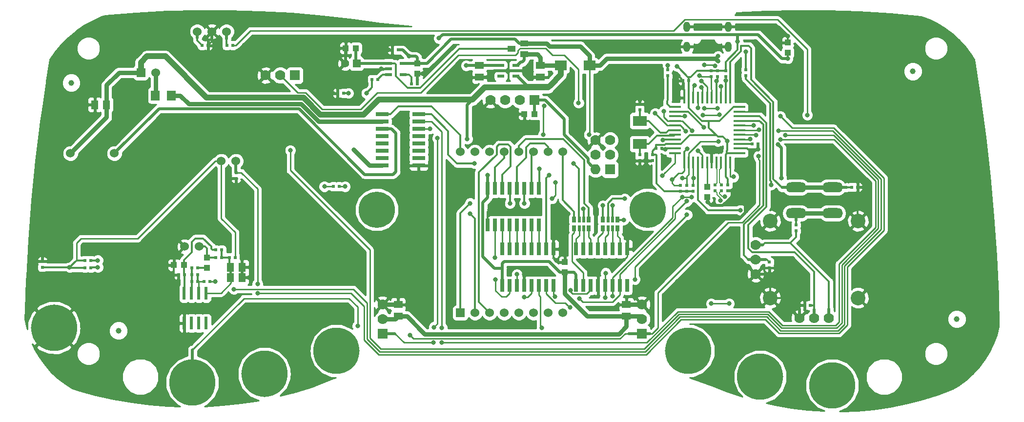
<source format=gbr>
G04 #@! TF.GenerationSoftware,KiCad,Pcbnew,6.0.0-rc1-unknown-ee465fb~66~ubuntu18.04.1*
G04 #@! TF.CreationDate,2018-09-27T12:58:04+03:00*
G04 #@! TF.ProjectId,eduBoard_Rev_A,656475426F6172645F5265765F412E6B,rev?*
G04 #@! TF.SameCoordinates,Original*
G04 #@! TF.FileFunction,Copper,L2,Bot,Signal*
G04 #@! TF.FilePolarity,Positive*
%FSLAX46Y46*%
G04 Gerber Fmt 4.6, Leading zero omitted, Abs format (unit mm)*
G04 Created by KiCad (PCBNEW 6.0.0-rc1-unknown-ee465fb~66~ubuntu18.04.1) date Thu Sep 27 12:58:04 2018*
%MOMM*%
%LPD*%
G01*
G04 APERTURE LIST*
G04 #@! TA.AperFunction,ComponentPad*
%ADD10C,1.524000*%
G04 #@! TD*
G04 #@! TA.AperFunction,ComponentPad*
%ADD11R,1.524000X1.524000*%
G04 #@! TD*
G04 #@! TA.AperFunction,SMDPad,CuDef*
%ADD12R,1.270000X1.524000*%
G04 #@! TD*
G04 #@! TA.AperFunction,SMDPad,CuDef*
%ADD13R,1.524000X1.270000*%
G04 #@! TD*
G04 #@! TA.AperFunction,SMDPad,CuDef*
%ADD14R,1.016000X1.016000*%
G04 #@! TD*
G04 #@! TA.AperFunction,SMDPad,CuDef*
%ADD15R,0.550000X0.500000*%
G04 #@! TD*
G04 #@! TA.AperFunction,ComponentPad*
%ADD16C,1.200000*%
G04 #@! TD*
G04 #@! TA.AperFunction,ComponentPad*
%ADD17C,8.000000*%
G04 #@! TD*
G04 #@! TA.AperFunction,ComponentPad*
%ADD18C,1.400000*%
G04 #@! TD*
G04 #@! TA.AperFunction,ComponentPad*
%ADD19R,1.400000X1.400000*%
G04 #@! TD*
G04 #@! TA.AperFunction,ComponentPad*
%ADD20C,6.300000*%
G04 #@! TD*
G04 #@! TA.AperFunction,ComponentPad*
%ADD21C,1.778000*%
G04 #@! TD*
G04 #@! TA.AperFunction,ComponentPad*
%ADD22R,1.778000X1.778000*%
G04 #@! TD*
G04 #@! TA.AperFunction,SMDPad,CuDef*
%ADD23R,0.600000X2.200000*%
G04 #@! TD*
G04 #@! TA.AperFunction,SMDPad,CuDef*
%ADD24R,0.500000X0.550000*%
G04 #@! TD*
G04 #@! TA.AperFunction,ComponentPad*
%ADD25O,1.200000X1.800000*%
G04 #@! TD*
G04 #@! TA.AperFunction,SMDPad,CuDef*
%ADD26R,1.200000X0.550000*%
G04 #@! TD*
G04 #@! TA.AperFunction,SMDPad,CuDef*
%ADD27R,1.524000X1.778000*%
G04 #@! TD*
G04 #@! TA.AperFunction,SMDPad,CuDef*
%ADD28R,1.400000X1.000000*%
G04 #@! TD*
G04 #@! TA.AperFunction,SMDPad,CuDef*
%ADD29R,2.000000X1.700000*%
G04 #@! TD*
G04 #@! TA.AperFunction,SMDPad,CuDef*
%ADD30R,0.508000X1.016000*%
G04 #@! TD*
G04 #@! TA.AperFunction,SMDPad,CuDef*
%ADD31R,0.762000X1.016000*%
G04 #@! TD*
G04 #@! TA.AperFunction,SMDPad,CuDef*
%ADD32R,0.700000X2.200000*%
G04 #@! TD*
G04 #@! TA.AperFunction,SMDPad,CuDef*
%ADD33R,2.200000X0.700000*%
G04 #@! TD*
G04 #@! TA.AperFunction,SMDPad,CuDef*
%ADD34R,0.400000X2.000000*%
G04 #@! TD*
G04 #@! TA.AperFunction,SMDPad,CuDef*
%ADD35R,2.000000X0.400000*%
G04 #@! TD*
G04 #@! TA.AperFunction,SMDPad,CuDef*
%ADD36R,2.397760X1.798320*%
G04 #@! TD*
G04 #@! TA.AperFunction,ComponentPad*
%ADD37O,3.556000X1.778000*%
G04 #@! TD*
G04 #@! TA.AperFunction,ComponentPad*
%ADD38C,2.540000*%
G04 #@! TD*
G04 #@! TA.AperFunction,ComponentPad*
%ADD39O,1.778000X1.778000*%
G04 #@! TD*
G04 #@! TA.AperFunction,ConnectorPad*
%ADD40C,1.000000*%
G04 #@! TD*
G04 #@! TA.AperFunction,ViaPad*
%ADD41C,0.800000*%
G04 #@! TD*
G04 #@! TA.AperFunction,Conductor*
%ADD42C,0.355600*%
G04 #@! TD*
G04 #@! TA.AperFunction,Conductor*
%ADD43C,0.508000*%
G04 #@! TD*
G04 #@! TA.AperFunction,Conductor*
%ADD44C,0.762000*%
G04 #@! TD*
G04 #@! TA.AperFunction,Conductor*
%ADD45C,0.254000*%
G04 #@! TD*
G04 #@! TA.AperFunction,Conductor*
%ADD46C,1.016000*%
G04 #@! TD*
G04 #@! TA.AperFunction,Conductor*
%ADD47C,0.250000*%
G04 #@! TD*
G04 #@! TA.AperFunction,Conductor*
%ADD48C,0.200000*%
G04 #@! TD*
G04 APERTURE END LIST*
D10*
G04 #@! TO.P,U9,16*
G04 #@! TO.N,/Led Matrice 8x8/C8*
X120480000Y-42980000D03*
G04 #@! TO.P,U9,15*
G04 #@! TO.N,/Led Matrice 8x8/C7*
X123020000Y-42980000D03*
G04 #@! TO.P,U9,14*
G04 #@! TO.N,/Led Matrice 8x8/R2*
X125560000Y-42980000D03*
G04 #@! TO.P,U9,13*
G04 #@! TO.N,/Led Matrice 8x8/C1*
X128100000Y-42980000D03*
G04 #@! TO.P,U9,12*
G04 #@! TO.N,/Led Matrice 8x8/R4*
X130640000Y-42980000D03*
G04 #@! TO.P,U9,11*
G04 #@! TO.N,/Led Matrice 8x8/C6*
X133180000Y-42980000D03*
G04 #@! TO.P,U9,10*
G04 #@! TO.N,/Led Matrice 8x8/C4*
X135720000Y-42980000D03*
G04 #@! TO.P,U9,9*
G04 #@! TO.N,/Led Matrice 8x8/R1*
X138260000Y-42980000D03*
G04 #@! TO.P,U9,8*
G04 #@! TO.N,/Led Matrice 8x8/R3*
X138260000Y-70920000D03*
G04 #@! TO.P,U9,7*
G04 #@! TO.N,/Led Matrice 8x8/R6*
X135720000Y-70920000D03*
G04 #@! TO.P,U9,6*
G04 #@! TO.N,/Led Matrice 8x8/C5*
X133180000Y-70920000D03*
G04 #@! TO.P,U9,5*
G04 #@! TO.N,/Led Matrice 8x8/R8*
X130640000Y-70920000D03*
G04 #@! TO.P,U9,4*
G04 #@! TO.N,/Led Matrice 8x8/C3*
X128100000Y-70920000D03*
G04 #@! TO.P,U9,3*
G04 #@! TO.N,/Led Matrice 8x8/C2*
X125560000Y-70920000D03*
G04 #@! TO.P,U9,2*
G04 #@! TO.N,/Led Matrice 8x8/R7*
X123020000Y-70920000D03*
D11*
G04 #@! TO.P,U9,1*
G04 #@! TO.N,/Led Matrice 8x8/R5*
X120480000Y-70920000D03*
G04 #@! TD*
D12*
G04 #@! TO.P,C26,2*
G04 #@! TO.N,GND*
X57084000Y-34800000D03*
G04 #@! TO.P,C26,1*
G04 #@! TO.N,LEDMVDD*
X59116000Y-34800000D03*
G04 #@! TD*
G04 #@! TO.P,C17,2*
G04 #@! TO.N,Net-(C17-Pad2)*
X80584000Y-63000000D03*
G04 #@! TO.P,C17,1*
G04 #@! TO.N,GND*
X82616000Y-63000000D03*
G04 #@! TD*
G04 #@! TO.P,C24,2*
G04 #@! TO.N,Net-(C17-Pad2)*
X80584000Y-64800000D03*
G04 #@! TO.P,C24,1*
G04 #@! TO.N,GND*
X82616000Y-64800000D03*
G04 #@! TD*
D13*
G04 #@! TO.P,C25,2*
G04 #@! TO.N,GND*
X149300000Y-69484000D03*
G04 #@! TO.P,C25,1*
G04 #@! TO.N,LEDMVDD*
X149300000Y-71516000D03*
G04 #@! TD*
D14*
G04 #@! TO.P,C22,2*
G04 #@! TO.N,GND*
X138600000Y-62111000D03*
G04 #@! TO.P,C22,1*
G04 #@! TO.N,LEDMVDD*
X138600000Y-63889000D03*
G04 #@! TD*
G04 #@! TO.P,C16,2*
G04 #@! TO.N,Net-(C16-Pad2)*
X76500000Y-61311000D03*
G04 #@! TO.P,C16,1*
G04 #@! TO.N,Net-(C16-Pad1)*
X76500000Y-63089000D03*
G04 #@! TD*
D15*
G04 #@! TO.P,R31,2*
G04 #@! TO.N,/D13*
X166500000Y-29908000D03*
G04 #@! TO.P,R31,1*
G04 #@! TO.N,+3.3VD*
X166500000Y-28892000D03*
G04 #@! TD*
G04 #@! TO.P,R30,2*
G04 #@! TO.N,/D10*
X165100000Y-29908000D03*
G04 #@! TO.P,R30,1*
G04 #@! TO.N,+3.3VD*
X165100000Y-28892000D03*
G04 #@! TD*
G04 #@! TO.P,R29,2*
G04 #@! TO.N,/D9*
X164000000Y-29908000D03*
G04 #@! TO.P,R29,1*
G04 #@! TO.N,+3.3VD*
X164000000Y-28892000D03*
G04 #@! TD*
G04 #@! TO.P,R28,2*
G04 #@! TO.N,/MISO*
X158700000Y-48792000D03*
G04 #@! TO.P,R28,1*
G04 #@! TO.N,+3.3VD*
X158700000Y-49808000D03*
G04 #@! TD*
G04 #@! TO.P,R27,2*
G04 #@! TO.N,LEDMDATA*
X159800000Y-48792000D03*
G04 #@! TO.P,R27,1*
G04 #@! TO.N,+3.3VD*
X159800000Y-49808000D03*
G04 #@! TD*
G04 #@! TO.P,R26,2*
G04 #@! TO.N,LEDMSCK*
X160900000Y-48792000D03*
G04 #@! TO.P,R26,1*
G04 #@! TO.N,+3.3VD*
X160900000Y-49808000D03*
G04 #@! TD*
D16*
G04 #@! TO.P,CC7,1*
G04 #@! TO.N,/MISO*
X156587000Y-77500000D03*
X163413000Y-77500000D03*
X162400000Y-79900000D03*
X157600000Y-79900000D03*
X162400000Y-75100000D03*
X157600000Y-75100000D03*
X160000000Y-80913000D03*
X160000000Y-74087000D03*
D17*
X160000000Y-77500000D03*
G04 #@! TD*
D16*
G04 #@! TO.P,CC6,1*
G04 #@! TO.N,LEDMDATA*
X181587000Y-83500000D03*
X188413000Y-83500000D03*
X187400000Y-85900000D03*
X182600000Y-85900000D03*
X187400000Y-81100000D03*
X182600000Y-81100000D03*
X185000000Y-86913000D03*
X185000000Y-80087000D03*
D17*
X185000000Y-83500000D03*
G04 #@! TD*
D16*
G04 #@! TO.P,CC5,1*
G04 #@! TO.N,LEDMSCK*
X169087000Y-82000000D03*
X175913000Y-82000000D03*
X174900000Y-84400000D03*
X170100000Y-84400000D03*
X174900000Y-79600000D03*
X170100000Y-79600000D03*
X172500000Y-85413000D03*
X172500000Y-78587000D03*
D17*
X172500000Y-82000000D03*
G04 #@! TD*
D16*
G04 #@! TO.P,CC4,1*
G04 #@! TO.N,GND*
X46587000Y-73500000D03*
X53413000Y-73500000D03*
X52400000Y-75900000D03*
X47600000Y-75900000D03*
X52400000Y-71100000D03*
X47600000Y-71100000D03*
X50000000Y-76913000D03*
X50000000Y-70087000D03*
D17*
X50000000Y-73500000D03*
G04 #@! TD*
D16*
G04 #@! TO.P,CC3,1*
G04 #@! TO.N,/D13*
X95587000Y-77500000D03*
X102413000Y-77500000D03*
X101400000Y-79900000D03*
X96600000Y-79900000D03*
X101400000Y-75100000D03*
X96600000Y-75100000D03*
X99000000Y-80913000D03*
X99000000Y-74087000D03*
D17*
X99000000Y-77500000D03*
G04 #@! TD*
D16*
G04 #@! TO.P,CC2,1*
G04 #@! TO.N,/D10*
X83087000Y-81500000D03*
X89913000Y-81500000D03*
X88900000Y-83900000D03*
X84100000Y-83900000D03*
X88900000Y-79100000D03*
X84100000Y-79100000D03*
X86500000Y-84913000D03*
X86500000Y-78087000D03*
D17*
X86500000Y-81500000D03*
G04 #@! TD*
D16*
G04 #@! TO.P,CC1,1*
G04 #@! TO.N,/D9*
X70587000Y-83000000D03*
X77413000Y-83000000D03*
X76400000Y-85400000D03*
X71600000Y-85400000D03*
X76400000Y-80600000D03*
X71600000Y-80600000D03*
X74000000Y-86413000D03*
X74000000Y-79587000D03*
D17*
X74000000Y-83000000D03*
G04 #@! TD*
D14*
G04 #@! TO.P,C23,2*
G04 #@! TO.N,GND*
X70811000Y-62600000D03*
G04 #@! TO.P,C23,1*
G04 #@! TO.N,Net-(C23-Pad1)*
X72589000Y-62600000D03*
G04 #@! TD*
D18*
G04 #@! TO.P,BAT_CON1,2*
G04 #@! TO.N,GND*
X100496700Y-27654680D03*
D19*
G04 #@! TO.P,BAT_CON1,1*
G04 #@! TO.N,Net-(BAT_CON1-Pad1)*
X102508380Y-27652140D03*
G04 #@! TD*
D20*
G04 #@! TO.P,MountingHoleShield\002A\002A,GND1*
G04 #@! TO.N,N/C*
X106000000Y-53000000D03*
D16*
X106000000Y-50587000D03*
X106000000Y-55413000D03*
X104349000Y-51349000D03*
X107651000Y-51349000D03*
X104349000Y-54778000D03*
X107651000Y-54651000D03*
X108413000Y-53000000D03*
X103587000Y-53000000D03*
G04 #@! TD*
D21*
G04 #@! TO.P,PIR1,3*
G04 #@! TO.N,GND*
X86710000Y-29700000D03*
G04 #@! TO.P,PIR1,2*
G04 #@! TO.N,/D5*
X89250000Y-29700000D03*
D22*
G04 #@! TO.P,PIR1,1*
G04 #@! TO.N,+3.3VD*
X91790000Y-29700000D03*
G04 #@! TD*
D10*
G04 #@! TO.P,U3,3*
G04 #@! TO.N,+3.3VD*
X74850000Y-22110000D03*
G04 #@! TO.P,U3,2*
G04 #@! TO.N,GND*
X77390000Y-22110000D03*
G04 #@! TO.P,U3,1*
G04 #@! TO.N,Net-(R19-Pad2)*
X79930000Y-22110000D03*
G04 #@! TD*
D23*
G04 #@! TO.P,U10,8*
G04 #@! TO.N,Net-(C17-Pad2)*
X76405000Y-67500000D03*
G04 #@! TO.P,U10,7*
G04 #@! TO.N,Net-(C21-Pad2)*
X75135000Y-67500000D03*
G04 #@! TO.P,U10,6*
G04 #@! TO.N,Net-(C21-Pad1)*
X73865000Y-67500000D03*
G04 #@! TO.P,U10,5*
G04 #@! TO.N,Net-(C23-Pad1)*
X72595000Y-67500000D03*
G04 #@! TO.P,U10,4*
G04 #@! TO.N,GND*
X72595000Y-72700000D03*
G04 #@! TO.P,U10,3*
G04 #@! TO.N,N/C*
X73865000Y-72700000D03*
G04 #@! TO.P,U10,2*
X75135000Y-72700000D03*
G04 #@! TO.P,U10,1*
X76405000Y-72700000D03*
G04 #@! TD*
D15*
G04 #@! TO.P,R18,2*
G04 #@! TO.N,GND*
X81600000Y-47608000D03*
G04 #@! TO.P,R18,1*
G04 #@! TO.N,/A2*
X81600000Y-46592000D03*
G04 #@! TD*
D24*
G04 #@! TO.P,R17,2*
G04 #@! TO.N,Net-(C21-Pad2)*
X75992000Y-65500000D03*
G04 #@! TO.P,R17,1*
G04 #@! TO.N,/A3*
X77008000Y-65500000D03*
G04 #@! TD*
G04 #@! TO.P,R16,2*
G04 #@! TO.N,Net-(C21-Pad1)*
X73884000Y-64300000D03*
G04 #@! TO.P,R16,1*
G04 #@! TO.N,Net-(C21-Pad2)*
X74900000Y-64300000D03*
G04 #@! TD*
G04 #@! TO.P,R15,2*
G04 #@! TO.N,Net-(C16-Pad1)*
X74908000Y-63100000D03*
G04 #@! TO.P,R15,1*
G04 #@! TO.N,Net-(C21-Pad1)*
X73892000Y-63100000D03*
G04 #@! TD*
D10*
G04 #@! TO.P,R7,2*
G04 #@! TO.N,/A2*
X81570000Y-44580000D03*
G04 #@! TO.P,R7,1*
G04 #@! TO.N,+3.3VD*
X79030000Y-44580000D03*
G04 #@! TD*
D25*
G04 #@! TO.P,USB1,0*
G04 #@! TO.N,GND*
X167000000Y-21250000D03*
X167000000Y-24720000D03*
X159800000Y-24720000D03*
X159800000Y-21250000D03*
G04 #@! TD*
D26*
G04 #@! TO.P,VR1,1*
G04 #@! TO.N,LEDMVDD*
X130100000Y-27950000D03*
G04 #@! TO.P,VR1,2*
G04 #@! TO.N,GND*
X130100000Y-28900000D03*
G04 #@! TO.P,VR1,3*
G04 #@! TO.N,LEDMVDD*
X130100000Y-29850000D03*
G04 #@! TO.P,VR1,5*
G04 #@! TO.N,+3.3VD*
X127500000Y-27950000D03*
G04 #@! TO.P,VR1,4*
G04 #@! TO.N,N/C*
X127500000Y-29850000D03*
G04 #@! TD*
G04 #@! TO.P,U1,1*
G04 #@! TO.N,Net-(R9-Pad1)*
X108000000Y-29550000D03*
G04 #@! TO.P,U1,2*
G04 #@! TO.N,GND*
X108000000Y-28600000D03*
G04 #@! TO.P,U1,3*
G04 #@! TO.N,Net-(BAT_CON1-Pad1)*
X108000000Y-27650000D03*
G04 #@! TO.P,U1,5*
G04 #@! TO.N,Net-(R10-Pad2)*
X110600000Y-29550000D03*
G04 #@! TO.P,U1,4*
G04 #@! TO.N,/VBUS*
X110600000Y-27650000D03*
G04 #@! TD*
D24*
G04 #@! TO.P,R25,2*
G04 #@! TO.N,GND*
X71592000Y-64300000D03*
G04 #@! TO.P,R25,1*
G04 #@! TO.N,Net-(C23-Pad1)*
X72608000Y-64300000D03*
G04 #@! TD*
G04 #@! TO.P,R24,2*
G04 #@! TO.N,Net-(C23-Pad1)*
X78092000Y-60000000D03*
G04 #@! TO.P,R24,1*
G04 #@! TO.N,Net-(C17-Pad2)*
X79108000Y-60000000D03*
G04 #@! TD*
G04 #@! TO.P,R23,2*
G04 #@! TO.N,Net-(C16-Pad2)*
X78092000Y-61300000D03*
G04 #@! TO.P,R23,1*
G04 #@! TO.N,Net-(C17-Pad2)*
X79108000Y-61300000D03*
G04 #@! TD*
G04 #@! TO.P,R22,2*
G04 #@! TO.N,GND*
X108692000Y-25300000D03*
G04 #@! TO.P,R22,1*
G04 #@! TO.N,/VBUS*
X109708000Y-25300000D03*
G04 #@! TD*
G04 #@! TO.P,R21,2*
G04 #@! TO.N,+3.3VD*
X55392000Y-61800000D03*
G04 #@! TO.P,R21,1*
G04 #@! TO.N,/D3*
X56408000Y-61800000D03*
G04 #@! TD*
G04 #@! TO.P,R20,2*
G04 #@! TO.N,+3.3VD*
X55400000Y-63100000D03*
G04 #@! TO.P,R20,1*
G04 #@! TO.N,/D2*
X56416000Y-63100000D03*
G04 #@! TD*
G04 #@! TO.P,R19,2*
G04 #@! TO.N,Net-(R19-Pad2)*
X79992000Y-24500000D03*
G04 #@! TO.P,R19,1*
G04 #@! TO.N,/D7*
X81008000Y-24500000D03*
G04 #@! TD*
D15*
G04 #@! TO.P,R14,2*
G04 #@! TO.N,+3.3VD*
X178700000Y-56708000D03*
G04 #@! TO.P,R14,1*
G04 #@! TO.N,Net-(JS1-Pad8)*
X178700000Y-55692000D03*
G04 #@! TD*
D27*
G04 #@! TO.P,R13,2*
G04 #@! TO.N,Net-(LED7-Pad1)*
X67603000Y-33200000D03*
G04 #@! TO.P,R13,1*
G04 #@! TO.N,IRLED*
X70397000Y-33200000D03*
G04 #@! TD*
D24*
G04 #@! TO.P,R12,2*
G04 #@! TO.N,+3.3VD*
X81408000Y-61300000D03*
G04 #@! TO.P,R12,1*
G04 #@! TO.N,Net-(C17-Pad2)*
X80392000Y-61300000D03*
G04 #@! TD*
G04 #@! TO.P,R11,2*
G04 #@! TO.N,/HWB*
X188392000Y-49100000D03*
G04 #@! TO.P,R11,1*
G04 #@! TO.N,GND*
X189408000Y-49100000D03*
G04 #@! TD*
G04 #@! TO.P,R10,2*
G04 #@! TO.N,Net-(R10-Pad2)*
X111992000Y-31200000D03*
G04 #@! TO.P,R10,1*
G04 #@! TO.N,GND*
X113008000Y-31200000D03*
G04 #@! TD*
G04 #@! TO.P,R9,2*
G04 #@! TO.N,Net-(LED6-Pad1)*
X105192000Y-30400000D03*
G04 #@! TO.P,R9,1*
G04 #@! TO.N,Net-(R9-Pad1)*
X106208000Y-30400000D03*
G04 #@! TD*
G04 #@! TO.P,R8,2*
G04 #@! TO.N,+3.3VD*
X154392000Y-42400000D03*
G04 #@! TO.P,R8,1*
G04 #@! TO.N,RESET*
X155408000Y-42400000D03*
G04 #@! TD*
D15*
G04 #@! TO.P,R6,2*
G04 #@! TO.N,/D_P*
X164700000Y-49708000D03*
G04 #@! TO.P,R6,1*
G04 #@! TO.N,/USB_P*
X164700000Y-48692000D03*
G04 #@! TD*
G04 #@! TO.P,R5,2*
G04 #@! TO.N,/D_N*
X165800000Y-49708000D03*
G04 #@! TO.P,R5,1*
G04 #@! TO.N,/USB_N*
X165800000Y-48692000D03*
G04 #@! TD*
D24*
G04 #@! TO.P,R4,2*
G04 #@! TO.N,Net-(LED4-Pad2)*
X98492000Y-49000000D03*
G04 #@! TO.P,R4,1*
G04 #@! TO.N,/D12*
X99508000Y-49000000D03*
G04 #@! TD*
G04 #@! TO.P,R3,2*
G04 #@! TO.N,Net-(LED3-Pad1)*
X100208000Y-32800000D03*
G04 #@! TO.P,R3,1*
G04 #@! TO.N,GND*
X99192000Y-32800000D03*
G04 #@! TD*
D15*
G04 #@! TO.P,R2,2*
G04 #@! TO.N,Net-(LED2-Pad1)*
X156500000Y-28692000D03*
G04 #@! TO.P,R2,1*
G04 #@! TO.N,/TXLED*
X156500000Y-29708000D03*
G04 #@! TD*
G04 #@! TO.P,R1,2*
G04 #@! TO.N,Net-(LED1-Pad1)*
X170000000Y-28692000D03*
G04 #@! TO.P,R1,1*
G04 #@! TO.N,/RXLED*
X170000000Y-29708000D03*
G04 #@! TD*
D28*
G04 #@! TO.P,FET1,3*
G04 #@! TO.N,Net-(BAT_CON1-Pad1)*
X129397640Y-25097460D03*
G04 #@! TO.P,FET1,2*
G04 #@! TO.N,LEDMVDD*
X131607440Y-26052500D03*
G04 #@! TO.P,FET1,1*
G04 #@! TO.N,/VBUS*
X131607440Y-24150040D03*
G04 #@! TD*
D29*
G04 #@! TO.P,D1,1*
G04 #@! TO.N,LEDMVDD*
X137900000Y-28000000D03*
G04 #@! TO.P,D1,2*
G04 #@! TO.N,/VBUS*
X142900000Y-28000000D03*
G04 #@! TD*
D24*
G04 #@! TO.P,C21,2*
G04 #@! TO.N,Net-(C21-Pad2)*
X74908000Y-65500000D03*
G04 #@! TO.P,C21,1*
G04 #@! TO.N,Net-(C21-Pad1)*
X73892000Y-65500000D03*
G04 #@! TD*
D15*
G04 #@! TO.P,C20,2*
G04 #@! TO.N,+3.3VD*
X48000000Y-63008000D03*
G04 #@! TO.P,C20,1*
G04 #@! TO.N,GND*
X48000000Y-61992000D03*
G04 #@! TD*
D24*
G04 #@! TO.P,C19,2*
G04 #@! TO.N,+3.3VD*
X75692000Y-24500000D03*
G04 #@! TO.P,C19,1*
G04 #@! TO.N,GND*
X76708000Y-24500000D03*
G04 #@! TD*
D13*
G04 #@! TO.P,C18,2*
G04 #@! TO.N,LEDMVDD*
X109700000Y-71516000D03*
G04 #@! TO.P,C18,1*
G04 #@! TO.N,GND*
X109700000Y-69484000D03*
G04 #@! TD*
D24*
G04 #@! TO.P,C15,2*
G04 #@! TO.N,GND*
X180192000Y-69600000D03*
G04 #@! TO.P,C15,1*
G04 #@! TO.N,/A0*
X181208000Y-69600000D03*
G04 #@! TD*
D15*
G04 #@! TO.P,C14,2*
G04 #@! TO.N,GND*
X174100000Y-63108000D03*
G04 #@! TO.P,C14,1*
G04 #@! TO.N,/A1*
X174100000Y-62092000D03*
G04 #@! TD*
D14*
G04 #@! TO.P,C13,2*
G04 #@! TO.N,GND*
X131611000Y-36400000D03*
G04 #@! TO.P,C13,1*
G04 #@! TO.N,+3.3VD*
X133389000Y-36400000D03*
G04 #@! TD*
D13*
G04 #@! TO.P,C12,2*
G04 #@! TO.N,GND*
X123800000Y-30016000D03*
G04 #@! TO.P,C12,1*
G04 #@! TO.N,+3.3VD*
X123800000Y-27984000D03*
G04 #@! TD*
G04 #@! TO.P,C11,2*
G04 #@! TO.N,GND*
X134400000Y-30016000D03*
G04 #@! TO.P,C11,1*
G04 #@! TO.N,LEDMVDD*
X134400000Y-27984000D03*
G04 #@! TD*
D24*
G04 #@! TO.P,C10,2*
G04 #@! TO.N,GND*
X159092000Y-30600000D03*
G04 #@! TO.P,C10,1*
G04 #@! TO.N,+3.3VD*
X160108000Y-30600000D03*
G04 #@! TD*
D15*
G04 #@! TO.P,C9,2*
G04 #@! TO.N,GND*
X153800000Y-44508000D03*
G04 #@! TO.P,C9,1*
G04 #@! TO.N,+3.3VD*
X153800000Y-43492000D03*
G04 #@! TD*
G04 #@! TO.P,C8,2*
G04 #@! TO.N,GND*
X166900000Y-49708000D03*
G04 #@! TO.P,C8,1*
G04 #@! TO.N,+3.3VD*
X166900000Y-48692000D03*
G04 #@! TD*
D14*
G04 #@! TO.P,C7,2*
G04 #@! TO.N,GND*
X100611000Y-25000000D03*
G04 #@! TO.P,C7,1*
G04 #@! TO.N,Net-(BAT_CON1-Pad1)*
X102389000Y-25000000D03*
G04 #@! TD*
G04 #@! TO.P,C6,2*
G04 #@! TO.N,GND*
X163300000Y-50789000D03*
G04 #@! TO.P,C6,1*
G04 #@! TO.N,Net-(C6-Pad1)*
X163300000Y-49011000D03*
G04 #@! TD*
D24*
G04 #@! TO.P,C5,2*
G04 #@! TO.N,GND*
X172108000Y-41600000D03*
G04 #@! TO.P,C5,1*
G04 #@! TO.N,/AREF*
X171092000Y-41600000D03*
G04 #@! TD*
D15*
G04 #@! TO.P,C4,2*
G04 #@! TO.N,Net-(C4-Pad2)*
X151600000Y-43492000D03*
G04 #@! TO.P,C4,1*
G04 #@! TO.N,GND*
X151600000Y-44508000D03*
G04 #@! TD*
G04 #@! TO.P,C3,2*
G04 #@! TO.N,Net-(C3-Pad2)*
X151600000Y-35708000D03*
G04 #@! TO.P,C3,1*
G04 #@! TO.N,GND*
X151600000Y-34692000D03*
G04 #@! TD*
D14*
G04 #@! TO.P,C2,2*
G04 #@! TO.N,GND*
X113000000Y-29389000D03*
G04 #@! TO.P,C2,1*
G04 #@! TO.N,/VBUS*
X113000000Y-27611000D03*
G04 #@! TD*
G04 #@! TO.P,C1,2*
G04 #@! TO.N,+3.3VD*
X177300000Y-25789000D03*
G04 #@! TO.P,C1,1*
G04 #@! TO.N,GND*
X177300000Y-24011000D03*
G04 #@! TD*
D30*
G04 #@! TO.P,RM2,3*
G04 #@! TO.N,Net-(RM2-Pad3)*
X146119000Y-56262000D03*
G04 #@! TO.P,RM2,2*
G04 #@! TO.N,Net-(RM2-Pad2)*
X146881000Y-56262000D03*
G04 #@! TO.P,RM2,6*
G04 #@! TO.N,/Led Matrice 8x8/R6*
X146119000Y-54738000D03*
G04 #@! TO.P,RM2,7*
G04 #@! TO.N,/Led Matrice 8x8/R7*
X146881000Y-54738000D03*
D31*
G04 #@! TO.P,RM2,4*
G04 #@! TO.N,Net-(RM2-Pad4)*
X145230000Y-56262000D03*
G04 #@! TO.P,RM2,5*
G04 #@! TO.N,/Led Matrice 8x8/R5*
X145230000Y-54738000D03*
G04 #@! TO.P,RM2,1*
G04 #@! TO.N,Net-(RM2-Pad1)*
X147770000Y-56262000D03*
G04 #@! TO.P,RM2,8*
G04 #@! TO.N,/Led Matrice 8x8/R8*
X147770000Y-54738000D03*
G04 #@! TD*
D30*
G04 #@! TO.P,RM1,3*
G04 #@! TO.N,Net-(RM1-Pad3)*
X141119000Y-56262000D03*
G04 #@! TO.P,RM1,2*
G04 #@! TO.N,Net-(RM1-Pad2)*
X141881000Y-56262000D03*
G04 #@! TO.P,RM1,6*
G04 #@! TO.N,/Led Matrice 8x8/R2*
X141119000Y-54738000D03*
G04 #@! TO.P,RM1,7*
G04 #@! TO.N,/Led Matrice 8x8/R3*
X141881000Y-54738000D03*
D31*
G04 #@! TO.P,RM1,4*
G04 #@! TO.N,Net-(RM1-Pad4)*
X140230000Y-56262000D03*
G04 #@! TO.P,RM1,5*
G04 #@! TO.N,/Led Matrice 8x8/R1*
X140230000Y-54738000D03*
G04 #@! TO.P,RM1,1*
G04 #@! TO.N,Net-(RM1-Pad1)*
X142770000Y-56262000D03*
G04 #@! TO.P,RM1,8*
G04 #@! TO.N,/Led Matrice 8x8/R4*
X142770000Y-54738000D03*
G04 #@! TD*
D32*
G04 #@! TO.P,U7,16*
G04 #@! TO.N,/Led Matrice 8x8/C7*
X134145000Y-49325000D03*
G04 #@! TO.P,U7,15*
G04 #@! TO.N,/Led Matrice 8x8/C6*
X132875000Y-49325000D03*
G04 #@! TO.P,U7,14*
G04 #@! TO.N,/Led Matrice 8x8/C5*
X131605000Y-49325000D03*
G04 #@! TO.P,U7,13*
G04 #@! TO.N,/Led Matrice 8x8/C4*
X130335000Y-49325000D03*
G04 #@! TO.P,U7,12*
G04 #@! TO.N,/Led Matrice 8x8/C3*
X129065000Y-49325000D03*
G04 #@! TO.P,U7,11*
G04 #@! TO.N,/Led Matrice 8x8/C2*
X127795000Y-49325000D03*
G04 #@! TO.P,U7,10*
G04 #@! TO.N,/Led Matrice 8x8/C1*
X126525000Y-49325000D03*
G04 #@! TO.P,U7,9*
G04 #@! TO.N,LEDMVDD*
X125255000Y-49325000D03*
G04 #@! TO.P,U7,8*
G04 #@! TO.N,GND*
X125255000Y-55675000D03*
G04 #@! TO.P,U7,7*
G04 #@! TO.N,Net-(U5-Pad15)*
X126525000Y-55675000D03*
G04 #@! TO.P,U7,6*
G04 #@! TO.N,Net-(U5-Pad1)*
X127795000Y-55675000D03*
G04 #@! TO.P,U7,5*
G04 #@! TO.N,Net-(U5-Pad2)*
X129065000Y-55675000D03*
G04 #@! TO.P,U7,4*
G04 #@! TO.N,Net-(U5-Pad3)*
X130335000Y-55675000D03*
G04 #@! TO.P,U7,3*
G04 #@! TO.N,Net-(U5-Pad4)*
X131605000Y-55675000D03*
G04 #@! TO.P,U7,2*
G04 #@! TO.N,Net-(U5-Pad5)*
X132875000Y-55675000D03*
G04 #@! TO.P,U7,1*
G04 #@! TO.N,Net-(U5-Pad6)*
X134145000Y-55675000D03*
G04 #@! TD*
G04 #@! TO.P,U5,16*
G04 #@! TO.N,LEDMVDD*
X127755000Y-66175000D03*
G04 #@! TO.P,U5,15*
G04 #@! TO.N,Net-(U5-Pad15)*
X129025000Y-66175000D03*
G04 #@! TO.P,U5,14*
G04 #@! TO.N,LEDMDATA*
X130295000Y-66175000D03*
G04 #@! TO.P,U5,13*
G04 #@! TO.N,GND*
X131565000Y-66175000D03*
G04 #@! TO.P,U5,12*
G04 #@! TO.N,LEDMLATCH*
X132835000Y-66175000D03*
G04 #@! TO.P,U5,11*
G04 #@! TO.N,LEDMSCK*
X134105000Y-66175000D03*
G04 #@! TO.P,U5,10*
G04 #@! TO.N,RESET*
X135375000Y-66175000D03*
G04 #@! TO.P,U5,9*
G04 #@! TO.N,Net-(U5-Pad9)*
X136645000Y-66175000D03*
G04 #@! TO.P,U5,8*
G04 #@! TO.N,GND*
X136645000Y-59825000D03*
G04 #@! TO.P,U5,7*
G04 #@! TO.N,Net-(U5-Pad7)*
X135375000Y-59825000D03*
G04 #@! TO.P,U5,6*
G04 #@! TO.N,Net-(U5-Pad6)*
X134105000Y-59825000D03*
G04 #@! TO.P,U5,5*
G04 #@! TO.N,Net-(U5-Pad5)*
X132835000Y-59825000D03*
G04 #@! TO.P,U5,4*
G04 #@! TO.N,Net-(U5-Pad4)*
X131565000Y-59825000D03*
G04 #@! TO.P,U5,3*
G04 #@! TO.N,Net-(U5-Pad3)*
X130295000Y-59825000D03*
G04 #@! TO.P,U5,2*
G04 #@! TO.N,Net-(U5-Pad2)*
X129025000Y-59825000D03*
G04 #@! TO.P,U5,1*
G04 #@! TO.N,Net-(U5-Pad1)*
X127755000Y-59825000D03*
G04 #@! TD*
G04 #@! TO.P,U6,16*
G04 #@! TO.N,LEDMVDD*
X140555000Y-66175000D03*
G04 #@! TO.P,U6,15*
G04 #@! TO.N,Net-(RM1-Pad4)*
X141825000Y-66175000D03*
G04 #@! TO.P,U6,14*
G04 #@! TO.N,Net-(U5-Pad9)*
X143095000Y-66175000D03*
G04 #@! TO.P,U6,13*
G04 #@! TO.N,GND*
X144365000Y-66175000D03*
G04 #@! TO.P,U6,12*
G04 #@! TO.N,LEDMLATCH*
X145635000Y-66175000D03*
G04 #@! TO.P,U6,11*
G04 #@! TO.N,LEDMSCK*
X146905000Y-66175000D03*
G04 #@! TO.P,U6,10*
G04 #@! TO.N,RESET*
X148175000Y-66175000D03*
G04 #@! TO.P,U6,9*
G04 #@! TO.N,Net-(U6-Pad9)*
X149445000Y-66175000D03*
G04 #@! TO.P,U6,8*
G04 #@! TO.N,GND*
X149445000Y-59825000D03*
G04 #@! TO.P,U6,7*
G04 #@! TO.N,Net-(RM2-Pad1)*
X148175000Y-59825000D03*
G04 #@! TO.P,U6,6*
G04 #@! TO.N,Net-(RM2-Pad2)*
X146905000Y-59825000D03*
G04 #@! TO.P,U6,5*
G04 #@! TO.N,Net-(RM2-Pad3)*
X145635000Y-59825000D03*
G04 #@! TO.P,U6,4*
G04 #@! TO.N,Net-(RM2-Pad4)*
X144365000Y-59825000D03*
G04 #@! TO.P,U6,3*
G04 #@! TO.N,Net-(RM1-Pad1)*
X143095000Y-59825000D03*
G04 #@! TO.P,U6,2*
G04 #@! TO.N,Net-(RM1-Pad2)*
X141825000Y-59825000D03*
G04 #@! TO.P,U6,1*
G04 #@! TO.N,Net-(RM1-Pad3)*
X140555000Y-59825000D03*
G04 #@! TD*
D33*
G04 #@! TO.P,U8,16*
G04 #@! TO.N,/Led Matrice 8x8/C8*
X106925000Y-36455000D03*
G04 #@! TO.P,U8,15*
G04 #@! TO.N,IRLED*
X106925000Y-37725000D03*
G04 #@! TO.P,U8,14*
G04 #@! TO.N,BUZZER*
X106925000Y-38995000D03*
G04 #@! TO.P,U8,13*
G04 #@! TO.N,Net-(U8-Pad13)*
X106925000Y-40265000D03*
G04 #@! TO.P,U8,12*
G04 #@! TO.N,Net-(U8-Pad12)*
X106925000Y-41535000D03*
G04 #@! TO.P,U8,11*
G04 #@! TO.N,Net-(U8-Pad11)*
X106925000Y-42805000D03*
G04 #@! TO.P,U8,10*
G04 #@! TO.N,Net-(U8-Pad10)*
X106925000Y-44075000D03*
G04 #@! TO.P,U8,9*
G04 #@! TO.N,LEDMVDD*
X106925000Y-45345000D03*
G04 #@! TO.P,U8,8*
G04 #@! TO.N,GND*
X113275000Y-45345000D03*
G04 #@! TO.P,U8,7*
G04 #@! TO.N,Net-(U8-Pad7)*
X113275000Y-44075000D03*
G04 #@! TO.P,U8,6*
G04 #@! TO.N,Net-(U8-Pad6)*
X113275000Y-42805000D03*
G04 #@! TO.P,U8,5*
G04 #@! TO.N,Net-(U8-Pad5)*
X113275000Y-41535000D03*
G04 #@! TO.P,U8,4*
G04 #@! TO.N,Net-(U8-Pad4)*
X113275000Y-40265000D03*
G04 #@! TO.P,U8,3*
G04 #@! TO.N,D6*
X113275000Y-38995000D03*
G04 #@! TO.P,U8,2*
G04 #@! TO.N,IRTX*
X113275000Y-37725000D03*
G04 #@! TO.P,U8,1*
G04 #@! TO.N,Net-(U5-Pad7)*
X113275000Y-36455000D03*
G04 #@! TD*
D22*
G04 #@! TO.P,USON1,1*
G04 #@! TO.N,+3.3VD*
X133310000Y-34000000D03*
D21*
G04 #@! TO.P,USON1,2*
G04 #@! TO.N,/D8*
X130770000Y-34000000D03*
G04 #@! TO.P,USON1,3*
G04 #@! TO.N,/D4*
X128230000Y-34000000D03*
G04 #@! TO.P,USON1,4*
G04 #@! TO.N,GND*
X125690000Y-34000000D03*
G04 #@! TD*
G04 #@! TO.P,SERVO1,3*
G04 #@! TO.N,GND*
X107000000Y-69460000D03*
G04 #@! TO.P,SERVO1,2*
G04 #@! TO.N,LEDMVDD*
X107000000Y-72000000D03*
D22*
G04 #@! TO.P,SERVO1,1*
G04 #@! TO.N,/D9*
X107000000Y-74540000D03*
G04 #@! TD*
D34*
G04 #@! TO.P,U2,1*
G04 #@! TO.N,/D7*
X167300000Y-44800000D03*
G04 #@! TO.P,U2,2*
G04 #@! TO.N,+3.3VD*
X166500000Y-44800000D03*
G04 #@! TO.P,U2,3*
G04 #@! TO.N,/USB_N*
X165700000Y-44800000D03*
G04 #@! TO.P,U2,4*
G04 #@! TO.N,/USB_P*
X164900000Y-44800000D03*
G04 #@! TO.P,U2,5*
G04 #@! TO.N,GND*
X164100000Y-44800000D03*
G04 #@! TO.P,U2,6*
G04 #@! TO.N,Net-(C6-Pad1)*
X163300000Y-44800000D03*
G04 #@! TO.P,U2,7*
G04 #@! TO.N,/VBUS*
X162500000Y-44800000D03*
G04 #@! TO.P,U2,8*
G04 #@! TO.N,/RXLED*
X161700000Y-44800000D03*
G04 #@! TO.P,U2,9*
G04 #@! TO.N,LEDMSCK*
X160900000Y-44800000D03*
G04 #@! TO.P,U2,10*
G04 #@! TO.N,LEDMDATA*
X160100000Y-44800000D03*
G04 #@! TO.P,U2,11*
G04 #@! TO.N,/MISO*
X159300000Y-44800000D03*
D35*
G04 #@! TO.P,U2,12*
G04 #@! TO.N,LEDMLATCH*
X157700000Y-43200000D03*
G04 #@! TO.P,U2,13*
G04 #@! TO.N,RESET*
X157700000Y-42400000D03*
G04 #@! TO.P,U2,14*
G04 #@! TO.N,+3.3VD*
X157700000Y-41600000D03*
G04 #@! TO.P,U2,15*
G04 #@! TO.N,GND*
X157700000Y-40800000D03*
G04 #@! TO.P,U2,16*
G04 #@! TO.N,Net-(C4-Pad2)*
X157700000Y-40000000D03*
G04 #@! TO.P,U2,17*
G04 #@! TO.N,Net-(C3-Pad2)*
X157700000Y-39200000D03*
G04 #@! TO.P,U2,18*
G04 #@! TO.N,/D3*
X157700000Y-38400000D03*
G04 #@! TO.P,U2,19*
G04 #@! TO.N,/D2*
X157700000Y-37600000D03*
G04 #@! TO.P,U2,20*
G04 #@! TO.N,/D0*
X157700000Y-36800000D03*
G04 #@! TO.P,U2,21*
G04 #@! TO.N,/D1*
X157700000Y-36000000D03*
G04 #@! TO.P,U2,22*
G04 #@! TO.N,/TXLED*
X157700000Y-35200000D03*
D34*
G04 #@! TO.P,U2,23*
G04 #@! TO.N,GND*
X159300000Y-33600000D03*
G04 #@! TO.P,U2,24*
G04 #@! TO.N,+3.3VD*
X160100000Y-33600000D03*
G04 #@! TO.P,U2,25*
G04 #@! TO.N,/D4*
X160900000Y-33600000D03*
G04 #@! TO.P,U2,26*
G04 #@! TO.N,/D12*
X161700000Y-33600000D03*
G04 #@! TO.P,U2,27*
G04 #@! TO.N,D6*
X162500000Y-33600000D03*
G04 #@! TO.P,U2,28*
G04 #@! TO.N,/D8*
X163300000Y-33600000D03*
G04 #@! TO.P,U2,29*
G04 #@! TO.N,/D9*
X164100000Y-33600000D03*
G04 #@! TO.P,U2,30*
G04 #@! TO.N,/D10*
X164900000Y-33600000D03*
G04 #@! TO.P,U2,31*
G04 #@! TO.N,/D5*
X165700000Y-33600000D03*
G04 #@! TO.P,U2,32*
G04 #@! TO.N,/D13*
X166500000Y-33600000D03*
G04 #@! TO.P,U2,33*
G04 #@! TO.N,/HWB*
X167300000Y-33600000D03*
D35*
G04 #@! TO.P,U2,34*
G04 #@! TO.N,+3.3VD*
X168900000Y-35200000D03*
G04 #@! TO.P,U2,35*
G04 #@! TO.N,GND*
X168900000Y-36000000D03*
G04 #@! TO.P,U2,36*
G04 #@! TO.N,/A0*
X168900000Y-36800000D03*
G04 #@! TO.P,U2,37*
G04 #@! TO.N,/A1*
X168900000Y-37600000D03*
G04 #@! TO.P,U2,38*
G04 #@! TO.N,/A2*
X168900000Y-38400000D03*
G04 #@! TO.P,U2,39*
G04 #@! TO.N,/A3*
X168900000Y-39200000D03*
G04 #@! TO.P,U2,40*
G04 #@! TO.N,/A4*
X168900000Y-40000000D03*
G04 #@! TO.P,U2,41*
G04 #@! TO.N,IRTX*
X168900000Y-40800000D03*
G04 #@! TO.P,U2,42*
G04 #@! TO.N,/AREF*
X168900000Y-41600000D03*
G04 #@! TO.P,U2,43*
G04 #@! TO.N,GND*
X168900000Y-42400000D03*
G04 #@! TO.P,U2,44*
G04 #@! TO.N,+3.3VD*
X168900000Y-43200000D03*
G04 #@! TD*
D21*
G04 #@! TO.P,SERVO2,3*
G04 #@! TO.N,GND*
X152000000Y-69460000D03*
G04 #@! TO.P,SERVO2,2*
G04 #@! TO.N,LEDMVDD*
X152000000Y-72000000D03*
D22*
G04 #@! TO.P,SERVO2,1*
G04 #@! TO.N,/D10*
X152000000Y-74540000D03*
G04 #@! TD*
D36*
G04 #@! TO.P,Q1,2*
G04 #@! TO.N,Net-(C4-Pad2)*
X151600000Y-41598980D03*
G04 #@! TO.P,Q1,1*
G04 #@! TO.N,Net-(C3-Pad2)*
X151600000Y-37601020D03*
G04 #@! TD*
D10*
G04 #@! TO.P,MK1,2*
G04 #@! TO.N,Net-(C16-Pad2)*
X75200000Y-59395000D03*
G04 #@! TO.P,MK1,1*
G04 #@! TO.N,GND*
X72660000Y-59395000D03*
G04 #@! TD*
D11*
G04 #@! TO.P,LED7,2*
G04 #@! TO.N,LEDMVDD*
X65070000Y-29240000D03*
D10*
G04 #@! TO.P,LED7,1*
G04 #@! TO.N,Net-(LED7-Pad1)*
X67610000Y-29240000D03*
G04 #@! TD*
D37*
G04 #@! TO.P,JS1,7*
G04 #@! TO.N,/HWB*
X178695000Y-49149000D03*
X185045000Y-49149000D03*
G04 #@! TO.P,JS1,8*
G04 #@! TO.N,Net-(JS1-Pad8)*
X178695000Y-53649000D03*
X185045000Y-53649000D03*
D21*
G04 #@! TO.P,JS1,4*
G04 #@! TO.N,GND*
X179330000Y-71810000D03*
G04 #@! TO.P,JS1,5*
G04 #@! TO.N,/A0*
X181870000Y-71810000D03*
G04 #@! TO.P,JS1,6*
G04 #@! TO.N,+3.3VD*
X184410000Y-71810000D03*
D38*
G04 #@! TO.P,JS1,9*
G04 #@! TO.N,GND*
X174250000Y-54982500D03*
X174250000Y-68317500D03*
X189490000Y-68317500D03*
X189490000Y-54982500D03*
D21*
G04 #@! TO.P,JS1,1*
G04 #@! TO.N,+3.3VD*
X171710000Y-59110000D03*
G04 #@! TO.P,JS1,2*
G04 #@! TO.N,/A1*
X171710000Y-61650000D03*
G04 #@! TO.P,JS1,3*
G04 #@! TO.N,GND*
X171710000Y-64190000D03*
G04 #@! TD*
G04 #@! TO.P,ICSP1,6*
G04 #@! TO.N,GND*
X143930000Y-40960000D03*
D39*
G04 #@! TO.P,ICSP1,2*
G04 #@! TO.N,+3.3VD*
X143930000Y-46040000D03*
D21*
G04 #@! TO.P,ICSP1,4*
G04 #@! TO.N,LEDMDATA*
X143930000Y-43500000D03*
G04 #@! TO.P,ICSP1,5*
G04 #@! TO.N,RESET*
X146470000Y-40960000D03*
G04 #@! TO.P,ICSP1,3*
G04 #@! TO.N,LEDMSCK*
X146470000Y-43500000D03*
D22*
G04 #@! TO.P,ICSP1,1*
G04 #@! TO.N,/MISO*
X146470000Y-46040000D03*
G04 #@! TD*
D10*
G04 #@! TO.P,BUZ1,2*
G04 #@! TO.N,BUZZER*
X60480000Y-43230000D03*
G04 #@! TO.P,BUZ1,1*
G04 #@! TO.N,LEDMVDD*
X52860000Y-43230000D03*
G04 #@! TD*
D16*
G04 #@! TO.P,MountingHoleShield\002A\002A,GND1*
G04 #@! TO.N,N/C*
X150587000Y-53000000D03*
X155413000Y-53000000D03*
X154651000Y-54651000D03*
X151349000Y-54778000D03*
X154651000Y-51349000D03*
X151349000Y-51349000D03*
X153000000Y-55413000D03*
X153000000Y-50587000D03*
D20*
X153000000Y-53000000D03*
G04 #@! TD*
D40*
G04 #@! TO.P,Ref\002A,Fid1*
G04 #@! TO.N,N/C*
X53000000Y-31000000D03*
G04 #@! TD*
G04 #@! TO.P,Ref\002A,Fid1*
G04 #@! TO.N,N/C*
X61200000Y-74000000D03*
G04 #@! TD*
G04 #@! TO.P,Ref\002A,Fid1*
G04 #@! TO.N,N/C*
X206600000Y-72000000D03*
G04 #@! TD*
G04 #@! TO.P,Ref\002A,Fid1*
G04 #@! TO.N,N/C*
X199000000Y-29000000D03*
G04 #@! TD*
D41*
G04 #@! TO.N,LEDMVDD*
X102000000Y-42600000D03*
X102000000Y-36500000D03*
X125200000Y-47000000D03*
X121700000Y-40735032D03*
G04 #@! TO.N,+3.3VD*
X121500000Y-28000000D03*
X52700000Y-63000000D03*
X158100000Y-28100000D03*
X177300000Y-26800002D03*
X168600000Y-23800000D03*
X116768190Y-23268190D03*
X176200000Y-47500000D03*
X175624387Y-41726779D03*
X166800000Y-41100000D03*
G04 #@! TO.N,/VBUS*
X111566000Y-26400000D03*
X165200000Y-26400000D03*
X165200000Y-27200000D03*
X161722200Y-42800000D03*
X142808067Y-39981021D03*
G04 #@! TO.N,/A3*
X172266590Y-39188525D03*
X175700000Y-39300000D03*
X81200000Y-66800000D03*
X78000000Y-65500000D03*
G04 #@! TO.N,LEDMDATA*
X158973000Y-47500000D03*
X165300000Y-41200000D03*
X167100000Y-69300000D03*
X164000000Y-69300000D03*
X137000000Y-48300000D03*
X136400000Y-51100000D03*
X130300000Y-64200000D03*
G04 #@! TO.N,LEDMSCK*
X159000000Y-50800000D03*
X160617326Y-50852891D03*
X146885933Y-67985933D03*
X134600000Y-73500000D03*
X160927010Y-47500000D03*
G04 #@! TO.N,/MISO*
X159835926Y-42435926D03*
X157200000Y-47800000D03*
G04 #@! TO.N,Net-(LED1-Pad1)*
X170043753Y-25613391D03*
G04 #@! TO.N,Net-(LED2-Pad1)*
X156500000Y-27999998D03*
G04 #@! TO.N,Net-(LED3-Pad1)*
X101100000Y-32800000D03*
G04 #@! TO.N,Net-(LED4-Pad2)*
X96900000Y-49000000D03*
G04 #@! TO.N,/A4*
X171800000Y-40073000D03*
X176900000Y-40073000D03*
X91000000Y-42700000D03*
G04 #@! TO.N,Net-(LED6-Pad1)*
X104200000Y-32800000D03*
G04 #@! TO.N,/RXLED*
X174377810Y-48700000D03*
X169100000Y-53100000D03*
G04 #@! TO.N,/D12*
X161700000Y-35300000D03*
X100500000Y-49000000D03*
G04 #@! TO.N,/D_N*
X166371232Y-50711770D03*
G04 #@! TO.N,/D_P*
X165628768Y-51454234D03*
G04 #@! TO.N,/D5*
X141000000Y-34489001D03*
X162800000Y-27900000D03*
X164650000Y-28035166D03*
X165700000Y-31600000D03*
G04 #@! TO.N,/D7*
X180682200Y-36600000D03*
X167900000Y-47300000D03*
G04 #@! TO.N,/D2*
X57600000Y-63000000D03*
X162586346Y-36625059D03*
X165400000Y-36500000D03*
X160700000Y-39300000D03*
X155800000Y-35900000D03*
G04 #@! TO.N,/D3*
X57600000Y-61800000D03*
X159593857Y-39413823D03*
X154300000Y-36300000D03*
G04 #@! TO.N,/D9*
X161988940Y-29770078D03*
X116500000Y-40600000D03*
X115900000Y-73400000D03*
X115800000Y-76100000D03*
X102673000Y-73200000D03*
X134900000Y-39981021D03*
X135000000Y-35018979D03*
G04 #@! TO.N,/D10*
X164900000Y-30700000D03*
X172200000Y-43700000D03*
X111800000Y-74800000D03*
G04 #@! TO.N,LEDMLATCH*
X145600000Y-68300000D03*
X131600000Y-68200000D03*
X145700000Y-64000000D03*
X155500000Y-47100000D03*
G04 #@! TO.N,/D0*
X165100000Y-35400000D03*
X162800000Y-35400000D03*
X159400000Y-36800002D03*
G04 #@! TO.N,/D1*
X162700000Y-38700000D03*
G04 #@! TO.N,/D4*
X161100000Y-31435056D03*
G04 #@! TO.N,/D8*
X162335641Y-30708056D03*
G04 #@! TO.N,/D13*
X166500000Y-30600000D03*
X150800000Y-65100000D03*
X159800000Y-53900000D03*
G04 #@! TO.N,/A2*
X171400000Y-38400000D03*
X176000000Y-36800000D03*
X85300000Y-67527000D03*
X85300000Y-65900000D03*
G04 #@! TO.N,RESET*
X159795190Y-51531747D03*
X156004785Y-42509426D03*
X141100000Y-68400000D03*
X139500000Y-70000000D03*
G04 #@! TO.N,D6*
X162300000Y-31800000D03*
X115200000Y-39000000D03*
G04 #@! TO.N,IRTX*
X117300000Y-73500000D03*
X117300000Y-76100000D03*
X176000000Y-40800000D03*
X170794153Y-40726909D03*
G04 #@! TO.N,Net-(U5-Pad15)*
X126600000Y-65100000D03*
X126525000Y-61325000D03*
G04 #@! TO.N,Net-(U5-Pad9)*
X139581000Y-66994913D03*
X136937057Y-68062933D03*
G04 #@! TO.N,Net-(U5-Pad7)*
X135900000Y-47000000D03*
X122900000Y-45000000D03*
G04 #@! TO.N,/Led Matrice 8x8/C3*
X129100000Y-51900000D03*
G04 #@! TO.N,/Led Matrice 8x8/C5*
X131600000Y-51900000D03*
G04 #@! TO.N,/Led Matrice 8x8/C7*
X134200000Y-45900000D03*
G04 #@! TO.N,/Led Matrice 8x8/R2*
X140100000Y-45000000D03*
G04 #@! TO.N,/Led Matrice 8x8/R3*
X141822190Y-52900000D03*
G04 #@! TO.N,/Led Matrice 8x8/R6*
X149000000Y-51100000D03*
G04 #@! TO.N,/Led Matrice 8x8/R8*
X148800000Y-54800000D03*
G04 #@! TO.N,/Led Matrice 8x8/R7*
X122200000Y-53700000D03*
X146900000Y-52300000D03*
G04 #@! TO.N,/Led Matrice 8x8/R5*
X122200000Y-51900000D03*
X145200000Y-52300000D03*
G04 #@! TO.N,GND*
X155900000Y-44100000D03*
X163400000Y-51700000D03*
X167600000Y-49700000D03*
X108000000Y-25300000D03*
X106800000Y-28600000D03*
X114000000Y-29400000D03*
X98400000Y-32800000D03*
X125600000Y-53000000D03*
X137164400Y-61800000D03*
X131600000Y-64200000D03*
X52500000Y-61800000D03*
X152600000Y-44508000D03*
X151600000Y-34000000D03*
X177300000Y-22899998D03*
X125184000Y-30016000D03*
X172100000Y-42500000D03*
X172300000Y-35600000D03*
X157561817Y-29351767D03*
X155589058Y-40954969D03*
X135700000Y-63700000D03*
X131200000Y-53300000D03*
X83800000Y-64800000D03*
X159000000Y-66900000D03*
X165700000Y-42400000D03*
X166600000Y-74400000D03*
X82400000Y-73500000D03*
X119900000Y-48600000D03*
X119300000Y-62400000D03*
X171600000Y-23800000D03*
X172900000Y-21250000D03*
X176100000Y-29600000D03*
X172700000Y-26500000D03*
X168600000Y-30400000D03*
X197000000Y-28900000D03*
X191600000Y-31700000D03*
X160800000Y-56800000D03*
X155600000Y-62400000D03*
X149000000Y-40435022D03*
X151100000Y-58200000D03*
X157527010Y-61100000D03*
G04 #@! TD*
D42*
G04 #@! TO.N,Net-(BAT_CON1-Pad1)*
X111347759Y-31852801D02*
X109300000Y-29805042D01*
X113560241Y-31852801D02*
X111347759Y-31852801D01*
X129397640Y-25097460D02*
X120315582Y-25097460D01*
X120315582Y-25097460D02*
X113560241Y-31852801D01*
X109300000Y-29805042D02*
X109300000Y-27800000D01*
X109150000Y-27650000D02*
X108000000Y-27650000D01*
X109300000Y-27800000D02*
X109150000Y-27650000D01*
D43*
X107997860Y-27652140D02*
X108000000Y-27650000D01*
X102508380Y-27652140D02*
X107997860Y-27652140D01*
X102389000Y-27532760D02*
X102508380Y-27652140D01*
X102389000Y-25000000D02*
X102389000Y-27532760D01*
D44*
G04 #@! TO.N,LEDMVDD*
X137884000Y-27984000D02*
X137900000Y-28000000D01*
X134400000Y-27984000D02*
X137884000Y-27984000D01*
X134400000Y-26587000D02*
X134400000Y-27984000D01*
X133865500Y-26052500D02*
X134400000Y-26587000D01*
X131607440Y-26052500D02*
X133865500Y-26052500D01*
D43*
X130425000Y-27950000D02*
X130975000Y-27400000D01*
X130100000Y-27950000D02*
X130425000Y-27950000D01*
X131607440Y-27060500D02*
X131607440Y-26052500D01*
X131267940Y-27400000D02*
X131607440Y-27060500D01*
X130975000Y-27400000D02*
X131267940Y-27400000D01*
X130425000Y-29850000D02*
X131975000Y-31400000D01*
X130100000Y-29850000D02*
X130425000Y-29850000D01*
X131975000Y-31400000D02*
X136100000Y-31400000D01*
D45*
X127755000Y-63955000D02*
X127755000Y-66175000D01*
D44*
X151516000Y-71516000D02*
X152000000Y-72000000D01*
X149300000Y-71516000D02*
X151516000Y-71516000D01*
X138600000Y-63889000D02*
X138600000Y-67600000D01*
X142516000Y-71516000D02*
X149300000Y-71516000D01*
X138600000Y-67600000D02*
X142516000Y-71516000D01*
X109216000Y-72000000D02*
X109700000Y-71516000D01*
X107000000Y-72000000D02*
X109216000Y-72000000D01*
X59116000Y-36974000D02*
X52860000Y-43230000D01*
X59116000Y-34800000D02*
X59116000Y-36974000D01*
X65070000Y-29240000D02*
X61260000Y-29240000D01*
X59116000Y-31384000D02*
X59116000Y-34800000D01*
X61260000Y-29240000D02*
X59116000Y-31384000D01*
X106925000Y-45345000D02*
X104745000Y-45345000D01*
X104745000Y-45345000D02*
X102000000Y-42600000D01*
D46*
X137900000Y-28000000D02*
X137900000Y-29600000D01*
X137900000Y-29600000D02*
X136100000Y-31400000D01*
X135700000Y-31800000D02*
X124700000Y-31800000D01*
X136100000Y-31400000D02*
X135700000Y-31800000D01*
X124700000Y-31800000D02*
X122591999Y-33908001D01*
X103708001Y-36500000D02*
X106300000Y-33908001D01*
X122591999Y-33908001D02*
X106300000Y-33908001D01*
X102000000Y-36500000D02*
X103708001Y-36500000D01*
D43*
X125255000Y-49325000D02*
X125255000Y-47055000D01*
X125255000Y-47055000D02*
X125200000Y-47000000D01*
D44*
X149300000Y-72913000D02*
X149300000Y-71516000D01*
X149300000Y-73300000D02*
X149300000Y-72913000D01*
X148000000Y-74600000D02*
X149300000Y-73300000D01*
X114308000Y-74600000D02*
X148000000Y-74600000D01*
X109700000Y-71516000D02*
X111224000Y-71516000D01*
X111224000Y-71516000D02*
X114308000Y-74600000D01*
D42*
X127755000Y-66925000D02*
X127755000Y-66175000D01*
D43*
X121700000Y-40169347D02*
X121700000Y-40735032D01*
X121700000Y-34800000D02*
X121700000Y-40169347D01*
X122591999Y-33908001D02*
X121700000Y-34800000D01*
X125255000Y-50933000D02*
X124400000Y-51788000D01*
X125255000Y-49325000D02*
X125255000Y-50933000D01*
X124400000Y-51788000D02*
X124400000Y-61200000D01*
X126400000Y-63200000D02*
X127755000Y-63200000D01*
X124400000Y-61200000D02*
X126400000Y-63200000D01*
X127755000Y-63200000D02*
X127755000Y-66175000D01*
X127755000Y-62345000D02*
X128100000Y-62000000D01*
X127755000Y-63200000D02*
X127755000Y-62345000D01*
X128100000Y-62000000D02*
X135847400Y-62000000D01*
X135847400Y-62000000D02*
X137736400Y-63889000D01*
X137736400Y-63889000D02*
X138600000Y-63889000D01*
X138600000Y-63889000D02*
X140189000Y-63889000D01*
X140189000Y-63889000D02*
X140555000Y-64255000D01*
X140555000Y-64255000D02*
X140555000Y-66175000D01*
D46*
X65070000Y-27462000D02*
X65070000Y-29240000D01*
X102000000Y-36500000D02*
X96219118Y-36500000D01*
X66132000Y-26400000D02*
X65070000Y-27462000D01*
X93295096Y-33575978D02*
X76475978Y-33575978D01*
X76475978Y-33575978D02*
X69300000Y-26400000D01*
X69300000Y-26400000D02*
X66132000Y-26400000D01*
X96219118Y-36500000D02*
X93295096Y-33575978D01*
D42*
G04 #@! TO.N,+3.3VD*
X166500000Y-44800000D02*
X166500000Y-47300000D01*
X166900000Y-47700000D02*
X166900000Y-48692000D01*
X166500000Y-47300000D02*
X166900000Y-47700000D01*
X158700000Y-49808000D02*
X159800000Y-49808000D01*
X159800000Y-49808000D02*
X160900000Y-49808000D01*
X153800000Y-42886400D02*
X153800000Y-43492000D01*
X154286400Y-42400000D02*
X153800000Y-42886400D01*
X154392000Y-42400000D02*
X154286400Y-42400000D01*
X160108000Y-33592000D02*
X160100000Y-33600000D01*
X160108000Y-30600000D02*
X160108000Y-33592000D01*
X166500000Y-43444400D02*
X166500000Y-44800000D01*
X166744400Y-43200000D02*
X166500000Y-43444400D01*
X160108000Y-30600000D02*
X160108000Y-29969400D01*
D43*
X123834000Y-27950000D02*
X123800000Y-27984000D01*
X127500000Y-27950000D02*
X123834000Y-27950000D01*
X133389000Y-34079000D02*
X133310000Y-34000000D01*
X133389000Y-36400000D02*
X133389000Y-34079000D01*
X123784000Y-28000000D02*
X123800000Y-27984000D01*
X121500000Y-28000000D02*
X123784000Y-28000000D01*
D42*
X55392000Y-61800000D02*
X53900000Y-61800000D01*
X53900000Y-61800000D02*
X52700000Y-63000000D01*
X52800000Y-63100000D02*
X52700000Y-63000000D01*
X55400000Y-63100000D02*
X52800000Y-63100000D01*
X52692000Y-63008000D02*
X52700000Y-63000000D01*
X48000000Y-63008000D02*
X52692000Y-63008000D01*
X172967235Y-59110000D02*
X173277235Y-58800000D01*
X173277235Y-58800000D02*
X177700000Y-58800000D01*
X178700000Y-57800000D02*
X178700000Y-56708000D01*
X177700000Y-58800000D02*
X178700000Y-57800000D01*
X160108000Y-29969400D02*
X159969400Y-29969400D01*
X159969400Y-29969400D02*
X158499999Y-28499999D01*
X158499999Y-28499999D02*
X158100000Y-28100000D01*
X177300000Y-25789000D02*
X177300000Y-26800002D01*
X168900000Y-35200000D02*
X167851146Y-35200000D01*
X167851146Y-35200000D02*
X165451146Y-37600000D01*
X165451146Y-37600000D02*
X165144400Y-37600000D01*
X154430600Y-43492000D02*
X154522198Y-43583598D01*
X153800000Y-43492000D02*
X154430600Y-43492000D01*
X155908000Y-49808000D02*
X158069400Y-49808000D01*
X154522198Y-43583598D02*
X154522198Y-48422198D01*
X154522198Y-48422198D02*
X155908000Y-49808000D01*
X158069400Y-49808000D02*
X158700000Y-49808000D01*
X164900000Y-40100000D02*
X165144400Y-40344400D01*
X157700000Y-41600000D02*
X158780042Y-41600000D01*
X160280042Y-40100000D02*
X164900000Y-40100000D01*
X158780042Y-41600000D02*
X160280042Y-40100000D01*
X163600000Y-38800000D02*
X165144400Y-40344400D01*
X165144400Y-37600000D02*
X163600000Y-37600000D01*
X163600000Y-37600000D02*
X163600000Y-38800000D01*
X166800000Y-42737652D02*
X166744400Y-42793252D01*
X166800000Y-41100000D02*
X166800000Y-42737652D01*
X165144400Y-40344400D02*
X166044400Y-40344400D01*
X166744400Y-42793252D02*
X166744400Y-43200000D01*
X166044400Y-40344400D02*
X166800000Y-41100000D01*
D45*
X79030000Y-44580000D02*
X79030000Y-54530000D01*
X81408000Y-56908000D02*
X81408000Y-61300000D01*
X79030000Y-54530000D02*
X81408000Y-56908000D01*
X77952370Y-44580000D02*
X64532370Y-58000000D01*
X79030000Y-44580000D02*
X77952370Y-44580000D01*
X64532370Y-58000000D02*
X54700000Y-58000000D01*
X53900000Y-58800000D02*
X53900000Y-61800000D01*
X54700000Y-58000000D02*
X53900000Y-58800000D01*
D42*
X74850000Y-23658000D02*
X75692000Y-24500000D01*
X164000000Y-28892000D02*
X165100000Y-28892000D01*
X165100000Y-28892000D02*
X166500000Y-28892000D01*
X168600000Y-24365685D02*
X168600000Y-23800000D01*
X168600000Y-25300000D02*
X168600000Y-24365685D01*
X166500000Y-28892000D02*
X166500000Y-27400000D01*
X166500000Y-27400000D02*
X168600000Y-25300000D01*
X160108000Y-29969400D02*
X160430600Y-29969400D01*
X161508000Y-28892000D02*
X164000000Y-28892000D01*
X160430600Y-29969400D02*
X161508000Y-28892000D01*
X156095175Y-41600000D02*
X155962404Y-41732771D01*
X154428629Y-41732771D02*
X154392000Y-41769400D01*
X157700000Y-41600000D02*
X156095175Y-41600000D01*
X155962404Y-41732771D02*
X154428629Y-41732771D01*
X154392000Y-41769400D02*
X154392000Y-42400000D01*
D43*
X177300000Y-26800002D02*
X176300002Y-26800002D01*
X117390381Y-22645999D02*
X116768190Y-23268190D01*
X176300002Y-26800002D02*
X172145999Y-22645999D01*
X168600000Y-23234315D02*
X168600000Y-22645999D01*
X168600000Y-23800000D02*
X168600000Y-23234315D01*
X172145999Y-22645999D02*
X168600000Y-22645999D01*
X168600000Y-22645999D02*
X117390381Y-22645999D01*
X176200000Y-47500000D02*
X176200000Y-42302392D01*
X176200000Y-42302392D02*
X175624387Y-41726779D01*
D42*
X160100000Y-33600000D02*
X160100000Y-35314248D01*
X162385752Y-37600000D02*
X165144400Y-37600000D01*
X160100000Y-35314248D02*
X162385752Y-37600000D01*
D43*
X142631810Y-44741810D02*
X143041001Y-45151001D01*
X142631810Y-44138296D02*
X142631810Y-44741810D01*
X135244945Y-34000000D02*
X138500000Y-37255055D01*
X143041001Y-45151001D02*
X143930000Y-46040000D01*
X138500000Y-40006486D02*
X142631810Y-44138296D01*
X138500000Y-37255055D02*
X138500000Y-40006486D01*
X133310000Y-34000000D02*
X135244945Y-34000000D01*
D42*
X177700000Y-58800000D02*
X184410000Y-65510000D01*
D43*
X171710000Y-59110000D02*
X172967235Y-59110000D01*
X184410000Y-71810000D02*
X184410000Y-70200000D01*
D42*
X184410000Y-65510000D02*
X184410000Y-70200000D01*
D43*
X74850000Y-22110000D02*
X74850000Y-23200000D01*
D42*
X74850000Y-23200000D02*
X74850000Y-23658000D01*
X168900000Y-43200000D02*
X166744400Y-43200000D01*
D43*
G04 #@! TO.N,/VBUS*
X131607440Y-24150040D02*
X131407440Y-24150040D01*
X112961000Y-27650000D02*
X113000000Y-27611000D01*
X110600000Y-27650000D02*
X112961000Y-27650000D01*
X112805000Y-26400000D02*
X113000000Y-26595000D01*
X111566000Y-26400000D02*
X112805000Y-26400000D01*
X110466000Y-25300000D02*
X111566000Y-26400000D01*
X113000000Y-26595000D02*
X113000000Y-27611000D01*
X109708000Y-25300000D02*
X110466000Y-25300000D01*
X114689000Y-27611000D02*
X113000000Y-27611000D01*
X130000000Y-23400000D02*
X118900000Y-23400000D01*
X131607440Y-24150040D02*
X130750040Y-24150040D01*
X118900000Y-23400000D02*
X114689000Y-27611000D01*
X130750040Y-24150040D02*
X130000000Y-23400000D01*
D44*
X164800001Y-26800001D02*
X165200000Y-27200000D01*
X145861999Y-26800001D02*
X164800001Y-26800001D01*
X144662000Y-28000000D02*
X145861999Y-26800001D01*
X142900000Y-28000000D02*
X144662000Y-28000000D01*
D45*
X162500000Y-44800000D02*
X162500000Y-43577800D01*
X162500000Y-43577800D02*
X161722200Y-42800000D01*
D44*
X142900000Y-26300000D02*
X142900000Y-28000000D01*
X141300000Y-24700000D02*
X142900000Y-26300000D01*
X136000000Y-24700000D02*
X141300000Y-24700000D01*
X131607440Y-24150040D02*
X135450040Y-24150040D01*
X135450040Y-24150040D02*
X136000000Y-24700000D01*
D45*
X142900000Y-28000000D02*
X142900000Y-39889088D01*
X142900000Y-39889088D02*
X142808067Y-39981021D01*
D42*
G04 #@! TO.N,Net-(C3-Pad2)*
X151600000Y-35708000D02*
X151600000Y-37601020D01*
X156670417Y-39200000D02*
X156248869Y-39621548D01*
X153154480Y-37601020D02*
X151600000Y-37601020D01*
X155175008Y-39621548D02*
X153154480Y-37601020D01*
X156248869Y-39621548D02*
X155175008Y-39621548D01*
X157700000Y-39200000D02*
X156670417Y-39200000D01*
G04 #@! TO.N,Net-(C4-Pad2)*
X151600000Y-43492000D02*
X151600000Y-41598980D01*
X157522841Y-40177159D02*
X154576301Y-40177159D01*
X153154480Y-41598980D02*
X151600000Y-41598980D01*
X154576301Y-40177159D02*
X153154480Y-41598980D01*
X157700000Y-40000000D02*
X157522841Y-40177159D01*
G04 #@! TO.N,/AREF*
X168900000Y-41600000D02*
X171092000Y-41600000D01*
D45*
G04 #@! TO.N,Net-(C6-Pad1)*
X163300000Y-46054000D02*
X163300000Y-49011000D01*
X163300000Y-44800000D02*
X163300000Y-46054000D01*
D42*
G04 #@! TO.N,/A1*
X173658000Y-61650000D02*
X174100000Y-62092000D01*
X169700000Y-55614250D02*
X169700000Y-60897235D01*
X172400000Y-37600000D02*
X173044390Y-38244390D01*
X168900000Y-37600000D02*
X172400000Y-37600000D01*
X173044390Y-38244390D02*
X173044390Y-52269860D01*
X173044390Y-52269860D02*
X169700000Y-55614250D01*
X169700000Y-60897235D02*
X170452765Y-61650000D01*
D43*
X171710000Y-61650000D02*
X173500000Y-61650000D01*
D42*
X173500000Y-61650000D02*
X173658000Y-61650000D01*
D43*
X171710000Y-61650000D02*
X170452765Y-61650000D01*
D42*
G04 #@! TO.N,/A0*
X181208000Y-69600000D02*
X181870000Y-69600000D01*
X178483199Y-60383199D02*
X181870000Y-63770000D01*
X170443199Y-59718065D02*
X171108333Y-60383199D01*
X181870000Y-70552765D02*
X181870000Y-71810000D01*
X171108333Y-60383199D02*
X178483199Y-60383199D01*
X170443199Y-55656801D02*
X170443199Y-59718065D01*
X181870000Y-63770000D02*
X181870000Y-70552765D01*
X173600000Y-38000000D02*
X173600000Y-52500000D01*
X172969859Y-37369859D02*
X173600000Y-38000000D01*
X168900000Y-36800000D02*
X172385751Y-36800000D01*
X172385751Y-36800000D02*
X172955610Y-37369859D01*
X173600000Y-52500000D02*
X170443199Y-55656801D01*
X172955610Y-37369859D02*
X172969859Y-37369859D01*
D43*
X181870000Y-71810000D02*
X181870000Y-70300000D01*
D42*
X181870000Y-69600000D02*
X181870000Y-70300000D01*
G04 #@! TO.N,Net-(C16-Pad2)*
X75205000Y-59400000D02*
X75200000Y-59395000D01*
X76200000Y-59400000D02*
X75205000Y-59400000D01*
X76500000Y-61311000D02*
X76500000Y-59700000D01*
X76500000Y-59700000D02*
X76200000Y-59400000D01*
X78081000Y-61311000D02*
X78092000Y-61300000D01*
X76500000Y-61311000D02*
X78081000Y-61311000D01*
D45*
G04 #@! TO.N,/A3*
X168900000Y-39200000D02*
X172255115Y-39200000D01*
X172255115Y-39200000D02*
X172266590Y-39188525D01*
X78000000Y-65500000D02*
X77008000Y-65500000D01*
X104300000Y-69200000D02*
X101900000Y-66800000D01*
X176008021Y-74008021D02*
X173608022Y-71608022D01*
X185991979Y-74008021D02*
X176008021Y-74008021D01*
X187108022Y-62791978D02*
X187108022Y-72891978D01*
X101900000Y-66800000D02*
X81765685Y-66800000D01*
X193500000Y-47700000D02*
X193500000Y-56400000D01*
X158618180Y-71608022D02*
X152526200Y-77700000D01*
X185100000Y-39300000D02*
X193500000Y-47700000D01*
X175700000Y-39300000D02*
X185100000Y-39300000D01*
X81765685Y-66800000D02*
X81200000Y-66800000D01*
X106500000Y-77700000D02*
X104300000Y-75500000D01*
X193500000Y-56400000D02*
X187108022Y-62791978D01*
X104300000Y-75500000D02*
X104300000Y-69200000D01*
X187108022Y-72891978D02*
X185991979Y-74008021D01*
X152526200Y-77700000D02*
X106500000Y-77700000D01*
X173608022Y-71608022D02*
X158618180Y-71608022D01*
D47*
G04 #@! TO.N,LEDMDATA*
X160100000Y-44800000D02*
X160100000Y-46900000D01*
X160100000Y-46900000D02*
X159800000Y-47200000D01*
D45*
X158973000Y-47500000D02*
X159800000Y-47500000D01*
D47*
X159800000Y-47200000D02*
X159800000Y-47500000D01*
X159800000Y-47500000D02*
X159800000Y-48792000D01*
D45*
X160100000Y-44800000D02*
X160100000Y-43200000D01*
X162100000Y-41200000D02*
X164734315Y-41200000D01*
X160100000Y-43200000D02*
X162100000Y-41200000D01*
X164734315Y-41200000D02*
X165300000Y-41200000D01*
X167100000Y-69300000D02*
X164000000Y-69300000D01*
X137000000Y-48300000D02*
X137000000Y-50500000D01*
X137000000Y-50500000D02*
X136400000Y-51100000D01*
X130295000Y-66175000D02*
X130295000Y-64205000D01*
X130295000Y-64205000D02*
X130300000Y-64200000D01*
D47*
G04 #@! TO.N,LEDMSCK*
X160900000Y-46050000D02*
X160900000Y-48792000D01*
X160900000Y-44800000D02*
X160900000Y-46050000D01*
D45*
X160564435Y-50800000D02*
X160617326Y-50852891D01*
X159000000Y-50800000D02*
X160564435Y-50800000D01*
X146905000Y-64795000D02*
X146905000Y-64821000D01*
X157318988Y-52481012D02*
X157318988Y-54381010D01*
X159000000Y-50800000D02*
X157318988Y-52481012D01*
X157318988Y-54381010D02*
X146905000Y-64795000D01*
X146905000Y-64821000D02*
X146905000Y-66175000D01*
X146905000Y-66175000D02*
X146905000Y-67966866D01*
X146905000Y-67966866D02*
X146885933Y-67985933D01*
X134105000Y-67849388D02*
X134105000Y-66175000D01*
X134600000Y-73500000D02*
X134400000Y-73300000D01*
X134400000Y-68144388D02*
X134105000Y-67849388D01*
X134400000Y-73300000D02*
X134400000Y-68144388D01*
X160900000Y-47200000D02*
X160900000Y-47472990D01*
X160900000Y-47472990D02*
X160927010Y-47500000D01*
D47*
G04 #@! TO.N,/MISO*
X159300000Y-44800000D02*
X159300000Y-46100000D01*
D42*
X159435927Y-42835925D02*
X159835926Y-42435926D01*
X159300000Y-42971852D02*
X159435927Y-42835925D01*
X159300000Y-44800000D02*
X159300000Y-42971852D01*
D45*
X159300000Y-46100000D02*
X159300000Y-46300000D01*
X159300000Y-46300000D02*
X158900000Y-46700000D01*
X158300000Y-46700000D02*
X157200000Y-47800000D01*
X158900000Y-46700000D02*
X158300000Y-46700000D01*
X157200000Y-47800000D02*
X157200000Y-48400000D01*
X157592000Y-48792000D02*
X158700000Y-48792000D01*
X157200000Y-48400000D02*
X157592000Y-48792000D01*
D44*
G04 #@! TO.N,/HWB*
X178695000Y-49149000D02*
X185045000Y-49149000D01*
D42*
X174791411Y-47691411D02*
X176249000Y-49149000D01*
X174791411Y-34319260D02*
X174791411Y-47691411D01*
X170900000Y-30427850D02*
X174791411Y-34319260D01*
X170900000Y-25000000D02*
X170900000Y-30427850D01*
X167300000Y-27385750D02*
X169200000Y-25485750D01*
X167300000Y-33600000D02*
X167300000Y-27385750D01*
X169200000Y-24600000D02*
X170500000Y-24600000D01*
X169200000Y-25485750D02*
X169200000Y-24600000D01*
X170500000Y-24600000D02*
X170900000Y-25000000D01*
D43*
X187451000Y-49149000D02*
X187500000Y-49100000D01*
X185045000Y-49149000D02*
X187451000Y-49149000D01*
D42*
X188392000Y-49100000D02*
X187500000Y-49100000D01*
D43*
X178695000Y-49149000D02*
X176249000Y-49149000D01*
D44*
G04 #@! TO.N,Net-(JS1-Pad8)*
X178695000Y-53649000D02*
X185045000Y-53649000D01*
D42*
X178695000Y-55687000D02*
X178700000Y-55692000D01*
D43*
X178695000Y-53649000D02*
X178695000Y-54900000D01*
D42*
X178695000Y-54900000D02*
X178695000Y-55687000D01*
G04 #@! TO.N,Net-(LED1-Pad1)*
X170000000Y-28692000D02*
X170000000Y-25657144D01*
X170000000Y-25657144D02*
X170043753Y-25613391D01*
G04 #@! TO.N,Net-(LED2-Pad1)*
X156500000Y-28692000D02*
X156500000Y-27999998D01*
G04 #@! TO.N,Net-(LED3-Pad1)*
X100208000Y-32800000D02*
X101100000Y-32800000D01*
D45*
G04 #@! TO.N,Net-(LED4-Pad2)*
X98492000Y-49000000D02*
X96900000Y-49000000D01*
G04 #@! TO.N,/A4*
X171726908Y-39999908D02*
X171800000Y-40073000D01*
X170154092Y-39999908D02*
X171726908Y-39999908D01*
X168900000Y-40000000D02*
X170154000Y-40000000D01*
X170154000Y-40000000D02*
X170154092Y-39999908D01*
X91000000Y-43265685D02*
X91000000Y-42700000D01*
X91000000Y-46200000D02*
X91000000Y-43265685D01*
X104800000Y-60000000D02*
X91000000Y-46200000D01*
X104800000Y-75300000D02*
X104800000Y-60000000D01*
X158430122Y-71154012D02*
X152384132Y-77200000D01*
X176196078Y-73554010D02*
X173796079Y-71154011D01*
X173796079Y-71154011D02*
X158430122Y-71154012D01*
X185788058Y-73554010D02*
X176196078Y-73554010D01*
X176900000Y-40073000D02*
X185215068Y-40073000D01*
X192954011Y-47811943D02*
X192954011Y-56288057D01*
X106700000Y-77200000D02*
X104800000Y-75300000D01*
X152384132Y-77200000D02*
X106700000Y-77200000D01*
X185215068Y-40073000D02*
X192954011Y-47811943D01*
X192954011Y-56288057D02*
X186654011Y-62588057D01*
X186654011Y-72688057D02*
X185788058Y-73554010D01*
X186654011Y-62588057D02*
X186654011Y-72688057D01*
D42*
G04 #@! TO.N,Net-(LED6-Pad1)*
X105192000Y-30400000D02*
X105192000Y-31808000D01*
X105192000Y-31808000D02*
X104200000Y-32800000D01*
D44*
G04 #@! TO.N,Net-(LED7-Pad1)*
X67610000Y-33193000D02*
X67603000Y-33200000D01*
X67610000Y-29240000D02*
X67610000Y-33193000D01*
D42*
G04 #@! TO.N,/RXLED*
X170000000Y-30313600D02*
X174235801Y-34549401D01*
X174235801Y-34549401D02*
X174235801Y-47992306D01*
X174313611Y-48764199D02*
X174377810Y-48700000D01*
X174377810Y-48134315D02*
X174377810Y-48700000D01*
X174235801Y-47992306D02*
X174377810Y-48134315D01*
X174235801Y-48764199D02*
X174313611Y-48764199D01*
X170000000Y-29708000D02*
X170000000Y-30313600D01*
X161700000Y-44800000D02*
X161700000Y-46155600D01*
X161704811Y-46160411D02*
X161704811Y-51304811D01*
X161700000Y-46155600D02*
X161704811Y-46160411D01*
X163500000Y-53100000D02*
X168534315Y-53100000D01*
X161704811Y-51304811D02*
X163500000Y-53100000D01*
X168534315Y-53100000D02*
X169100000Y-53100000D01*
G04 #@! TO.N,/TXLED*
X156900000Y-35200000D02*
X157700000Y-35200000D01*
X156344400Y-34644400D02*
X156900000Y-35200000D01*
X156344400Y-34155600D02*
X156344400Y-34644400D01*
X156500000Y-34000000D02*
X156344400Y-34155600D01*
X156500000Y-29708000D02*
X156500000Y-34000000D01*
D45*
G04 #@! TO.N,/D12*
X161700000Y-33600000D02*
X161700000Y-35300000D01*
X100500000Y-49000000D02*
X99508000Y-49000000D01*
D48*
G04 #@! TO.N,/D_N*
X165946967Y-50711770D02*
X166371232Y-50711770D01*
X165475000Y-50058000D02*
X165475000Y-50239803D01*
X165800000Y-49708000D02*
X165800000Y-49733000D01*
X165800000Y-49733000D02*
X165475000Y-50058000D01*
X165475000Y-50239803D02*
X165946967Y-50711770D01*
G04 #@! TO.N,/USB_N*
X165700000Y-45800000D02*
X165700000Y-44800000D01*
X165400010Y-46099990D02*
X165700000Y-45800000D01*
X165800000Y-48692000D02*
X165400010Y-48292010D01*
X165400010Y-48292010D02*
X165400010Y-46099990D01*
G04 #@! TO.N,/D_P*
X165628768Y-51029969D02*
X165628768Y-51454234D01*
X165025000Y-50426201D02*
X165628768Y-51029969D01*
X164700000Y-49708000D02*
X164700000Y-49733000D01*
X164700000Y-49733000D02*
X165025000Y-50058000D01*
X165025000Y-50058000D02*
X165025000Y-50426201D01*
G04 #@! TO.N,/USB_P*
X165000000Y-46000000D02*
X164900000Y-45900000D01*
X164900000Y-45900000D02*
X164900000Y-44800000D01*
X164700000Y-48692000D02*
X165000000Y-48392000D01*
X165000000Y-48392000D02*
X165000000Y-46000000D01*
D45*
G04 #@! TO.N,/D5*
X162800000Y-27900000D02*
X164514834Y-27900000D01*
X164514834Y-27900000D02*
X164650000Y-28035166D01*
X165700000Y-31600000D02*
X165700000Y-33600000D01*
X130871338Y-25000000D02*
X135298723Y-25000000D01*
X141000000Y-28661398D02*
X141000000Y-33923316D01*
X92290967Y-32740967D02*
X93640967Y-32740967D01*
X120100000Y-26200000D02*
X130083702Y-26200000D01*
X113600000Y-32700000D02*
X120100000Y-26200000D01*
X130083702Y-26200000D02*
X130500000Y-25783702D01*
X103200000Y-35600000D02*
X106100000Y-32700000D01*
X93640967Y-32740967D02*
X96500000Y-35600000D01*
X141000000Y-33923316D02*
X141000000Y-34489001D01*
X89250000Y-29700000D02*
X92290967Y-32740967D01*
X96500000Y-35600000D02*
X103200000Y-35600000D01*
X135298723Y-25000000D02*
X136498723Y-26200000D01*
X130500000Y-25371338D02*
X130871338Y-25000000D01*
X106100000Y-32700000D02*
X113600000Y-32700000D01*
X130500000Y-25783702D02*
X130500000Y-25371338D01*
X138538602Y-26200000D02*
X141000000Y-28661398D01*
X136498723Y-26200000D02*
X138538602Y-26200000D01*
D42*
G04 #@! TO.N,Net-(R9-Pad1)*
X106208000Y-30400000D02*
X106208000Y-30375000D01*
X107033000Y-29550000D02*
X108000000Y-29550000D01*
X106208000Y-30375000D02*
X107033000Y-29550000D01*
G04 #@! TO.N,Net-(R10-Pad2)*
X111992000Y-29986400D02*
X111992000Y-31200000D01*
X110600000Y-29550000D02*
X111555600Y-29550000D01*
X111555600Y-29550000D02*
X111992000Y-29986400D01*
G04 #@! TO.N,Net-(R19-Pad2)*
X79930000Y-24438000D02*
X79992000Y-24500000D01*
D43*
X79930000Y-23187630D02*
X79930000Y-23400000D01*
X79930000Y-22110000D02*
X79930000Y-23187630D01*
D42*
X79930000Y-23400000D02*
X79930000Y-24438000D01*
D45*
G04 #@! TO.N,/D7*
X180682200Y-25206236D02*
X180682200Y-36600000D01*
X81512000Y-24500000D02*
X84078020Y-21933980D01*
X84078020Y-21933980D02*
X157505030Y-21933980D01*
X81008000Y-24500000D02*
X81512000Y-24500000D01*
X157505030Y-21933980D02*
X159416020Y-20022990D01*
X159416020Y-20022990D02*
X175498954Y-20022990D01*
X175498954Y-20022990D02*
X180682200Y-25206236D01*
X167300000Y-46054000D02*
X167300000Y-44800000D01*
X167300000Y-47265685D02*
X167300000Y-46054000D01*
X167334315Y-47300000D02*
X167300000Y-47265685D01*
X167900000Y-47300000D02*
X167334315Y-47300000D01*
D42*
G04 #@! TO.N,/D2*
X56516000Y-63000000D02*
X56416000Y-63100000D01*
X57600000Y-63000000D02*
X56516000Y-63000000D01*
D45*
X165274941Y-36625059D02*
X165400000Y-36500000D01*
X162586346Y-36625059D02*
X165274941Y-36625059D01*
X160300001Y-38900001D02*
X160700000Y-39300000D01*
X157727002Y-37627002D02*
X159027002Y-37627002D01*
X159027002Y-37627002D02*
X160300001Y-38900001D01*
X157700000Y-37600000D02*
X157727002Y-37627002D01*
X157700000Y-37600000D02*
X156446000Y-37600000D01*
X155800000Y-36954000D02*
X155800000Y-36465685D01*
X155800000Y-36465685D02*
X155800000Y-35900000D01*
X156446000Y-37600000D02*
X155800000Y-36954000D01*
D42*
G04 #@! TO.N,/D3*
X56408000Y-61800000D02*
X57600000Y-61800000D01*
X159193858Y-39013824D02*
X159593857Y-39413823D01*
X157700000Y-38400000D02*
X158699999Y-38400000D01*
X158699999Y-38400000D02*
X159193858Y-38893859D01*
X159193858Y-38893859D02*
X159193858Y-39013824D01*
D45*
X157700000Y-38400000D02*
X156400000Y-38400000D01*
X156400000Y-38400000D02*
X154300000Y-36300000D01*
G04 #@! TO.N,/D9*
X164000000Y-29908000D02*
X164000000Y-32100000D01*
X164100000Y-32200000D02*
X164100000Y-33600000D01*
X164000000Y-32100000D02*
X164100000Y-32200000D01*
X164000000Y-29908000D02*
X162126862Y-29908000D01*
X162126862Y-29908000D02*
X161988940Y-29770078D01*
X116500000Y-40600000D02*
X116500000Y-72800000D01*
X116500000Y-72800000D02*
X115900000Y-73400000D01*
X115800000Y-76100000D02*
X110700000Y-76100000D01*
X110700000Y-76100000D02*
X109140000Y-74540000D01*
X74000000Y-77343146D02*
X82943146Y-68400000D01*
X82943146Y-68400000D02*
X101200000Y-68400000D01*
X101200000Y-68400000D02*
X102673000Y-69873000D01*
X102673000Y-69873000D02*
X102673000Y-73200000D01*
X134900000Y-39981021D02*
X134900000Y-35118979D01*
X134900000Y-35118979D02*
X135000000Y-35018979D01*
D43*
X74000000Y-83000000D02*
X74000000Y-77343146D01*
X107000000Y-74540000D02*
X109140000Y-74540000D01*
D42*
G04 #@! TO.N,/D10*
X164900000Y-30700000D02*
X164900000Y-33600000D01*
D45*
X172200000Y-44265685D02*
X172400000Y-44465685D01*
X172200000Y-43700000D02*
X172200000Y-44265685D01*
X172400000Y-52200342D02*
X169400342Y-55200000D01*
X172400000Y-44465685D02*
X172400000Y-52200342D01*
X169400342Y-55200000D02*
X167000000Y-55200000D01*
X167000000Y-55200000D02*
X154800000Y-67400000D01*
X154800000Y-67400000D02*
X154800000Y-73500000D01*
X154800000Y-73500000D02*
X153760000Y-74540000D01*
X165100000Y-30500000D02*
X164900000Y-30700000D01*
X165100000Y-29908000D02*
X165100000Y-30500000D01*
X148201276Y-75400000D02*
X148174275Y-75372999D01*
X149061276Y-74540000D02*
X148201276Y-75400000D01*
X112372999Y-75372999D02*
X111800000Y-74800000D01*
X148174275Y-75372999D02*
X112372999Y-75372999D01*
D43*
X152000000Y-74540000D02*
X149700000Y-74540000D01*
D45*
X149700000Y-74540000D02*
X149061276Y-74540000D01*
D43*
X152000000Y-74540000D02*
X153400000Y-74540000D01*
D45*
X153760000Y-74540000D02*
X153400000Y-74540000D01*
G04 #@! TO.N,LEDMLATCH*
X145635000Y-66175000D02*
X145635000Y-68265000D01*
X145635000Y-68265000D02*
X145600000Y-68300000D01*
X132835000Y-67529000D02*
X132835000Y-66175000D01*
X132835000Y-67530685D02*
X132835000Y-67529000D01*
X132165685Y-68200000D02*
X132835000Y-67530685D01*
X131600000Y-68200000D02*
X132165685Y-68200000D01*
X145635000Y-66175000D02*
X145635000Y-64065000D01*
X145635000Y-64065000D02*
X145700000Y-64000000D01*
X157700000Y-43200000D02*
X157700000Y-44900000D01*
X157700000Y-44900000D02*
X155899999Y-46700001D01*
X155899999Y-46700001D02*
X155500000Y-47100000D01*
G04 #@! TO.N,/D0*
X165100000Y-35400000D02*
X162800000Y-35400000D01*
X159399998Y-36800000D02*
X159400000Y-36800002D01*
X157700000Y-36800000D02*
X159399998Y-36800000D01*
D42*
G04 #@! TO.N,/D1*
X157700000Y-36000000D02*
X160000000Y-36000000D01*
X162300001Y-38300001D02*
X162700000Y-38700000D01*
X160000000Y-36000000D02*
X162300001Y-38300001D01*
D45*
G04 #@! TO.N,/D4*
X160900000Y-32600000D02*
X160900000Y-33600000D01*
X161100000Y-31435056D02*
X160900000Y-31635056D01*
X160900000Y-31635056D02*
X160900000Y-32600000D01*
G04 #@! TO.N,/D8*
X163300000Y-31672415D02*
X163300000Y-33600000D01*
X162335641Y-30708056D02*
X163300000Y-31672415D01*
D42*
G04 #@! TO.N,/D13*
X166500000Y-30313600D02*
X166500000Y-30600000D01*
X166500000Y-30600000D02*
X166500000Y-33600000D01*
D45*
X166500000Y-29908000D02*
X166500000Y-30600000D01*
X150800000Y-62900000D02*
X159400001Y-54299999D01*
X159400001Y-54299999D02*
X159800000Y-53900000D01*
X150800000Y-65100000D02*
X150800000Y-62900000D01*
D43*
G04 #@! TO.N,/A2*
X81570000Y-46562000D02*
X81600000Y-46592000D01*
X81570000Y-44580000D02*
X81570000Y-46562000D01*
D45*
X168900000Y-38400000D02*
X171400000Y-38400000D01*
X82492000Y-46592000D02*
X81600000Y-46592000D01*
X85300000Y-65900000D02*
X85300000Y-49400000D01*
X85300000Y-49400000D02*
X82492000Y-46592000D01*
X187600000Y-62942068D02*
X187600000Y-73042068D01*
X173400000Y-72100000D02*
X158768270Y-72100000D01*
X175762032Y-74462032D02*
X173400000Y-72100000D01*
X158768270Y-72100000D02*
X152714257Y-78154011D01*
X152714257Y-78154011D02*
X106311942Y-78154010D01*
X106311942Y-78154010D02*
X103800000Y-75642068D01*
X193954011Y-47511943D02*
X193954010Y-56588058D01*
X103800000Y-69800000D02*
X101527000Y-67527000D01*
X103800000Y-75642068D02*
X103800000Y-69800000D01*
X186180036Y-74462032D02*
X175762032Y-74462032D01*
X193954010Y-56588058D02*
X187600000Y-62942068D01*
X187600000Y-73042068D02*
X186180036Y-74462032D01*
X101527000Y-67527000D02*
X85865685Y-67527000D01*
X185288058Y-38845990D02*
X193954011Y-47511943D01*
X178045989Y-38845989D02*
X185288058Y-38845990D01*
X176000000Y-36800000D02*
X178045989Y-38845989D01*
X85865685Y-67527000D02*
X85300000Y-67527000D01*
D43*
G04 #@! TO.N,BUZZER*
X108533000Y-38995000D02*
X106925000Y-38995000D01*
X109300000Y-39762000D02*
X108533000Y-38995000D01*
X68210000Y-35500000D02*
X92498142Y-35500000D01*
X103898142Y-46900000D02*
X108800000Y-46900000D01*
X92498142Y-35500000D02*
X103898142Y-46900000D01*
X108800000Y-46900000D02*
X109300000Y-46400000D01*
X60480000Y-43230000D02*
X68210000Y-35500000D01*
X109300000Y-46400000D02*
X109300000Y-39762000D01*
D42*
G04 #@! TO.N,RESET*
X155408000Y-42478326D02*
X155439100Y-42509426D01*
X157700000Y-42400000D02*
X156114211Y-42400000D01*
X155439100Y-42509426D02*
X156004785Y-42509426D01*
X155408000Y-42400000D02*
X155408000Y-42478326D01*
X156114211Y-42400000D02*
X156004785Y-42509426D01*
D45*
X148175000Y-64821000D02*
X148175000Y-66175000D01*
X159795190Y-51531747D02*
X157772999Y-53553938D01*
X157772999Y-53553938D02*
X157772999Y-54569067D01*
X157772999Y-54569067D02*
X148175000Y-64167066D01*
X148175000Y-64167066D02*
X148175000Y-64821000D01*
X141727001Y-69027001D02*
X141100000Y-68400000D01*
X146920827Y-69027001D02*
X141727001Y-69027001D01*
X148175000Y-66175000D02*
X148175000Y-67772828D01*
X148175000Y-67772828D02*
X146920827Y-69027001D01*
X135375000Y-67576829D02*
X136998171Y-69200000D01*
X136998171Y-69200000D02*
X138700000Y-69200000D01*
X135375000Y-66175000D02*
X135375000Y-67576829D01*
X139100001Y-69600001D02*
X139500000Y-70000000D01*
X138700000Y-69200000D02*
X139100001Y-69600001D01*
D44*
G04 #@! TO.N,IRLED*
X70397000Y-33200000D02*
X71921000Y-33200000D01*
X73385989Y-34664989D02*
X92844014Y-34664989D01*
X92844014Y-34664989D02*
X95904025Y-37725000D01*
X105063000Y-37725000D02*
X106925000Y-37725000D01*
X95904025Y-37725000D02*
X105063000Y-37725000D01*
X71921000Y-33200000D02*
X73385989Y-34664989D01*
D45*
G04 #@! TO.N,D6*
X162500000Y-33600000D02*
X162500000Y-32000000D01*
X162500000Y-32000000D02*
X162300000Y-31800000D01*
X113280000Y-39000000D02*
X113275000Y-38995000D01*
X115200000Y-39000000D02*
X113280000Y-39000000D01*
G04 #@! TO.N,IRTX*
X113275000Y-37725000D02*
X115525000Y-37725000D01*
X115525000Y-37725000D02*
X117300000Y-39500000D01*
X117300000Y-39500000D02*
X117300000Y-73500000D01*
X170400000Y-40800000D02*
X168900000Y-40800000D01*
X170794153Y-40726909D02*
X170473091Y-40726909D01*
X170473091Y-40726909D02*
X170400000Y-40800000D01*
X185300000Y-40800000D02*
X176565685Y-40800000D01*
X186200000Y-72500000D02*
X186200000Y-62400000D01*
X158242066Y-70700000D02*
X173984137Y-70700001D01*
X117300000Y-76100000D02*
X152842064Y-76100000D01*
X173984137Y-70700001D02*
X176377817Y-73093681D01*
X192500000Y-48000000D02*
X185300000Y-40800000D01*
X152842064Y-76100000D02*
X158242066Y-70700000D01*
X176377817Y-73093681D02*
X185606319Y-73093681D01*
X176565685Y-40800000D02*
X176000000Y-40800000D01*
X185606319Y-73093681D02*
X186200000Y-72500000D01*
X192500000Y-56100000D02*
X192500000Y-48000000D01*
X186200000Y-62400000D02*
X192500000Y-56100000D01*
G04 #@! TO.N,Net-(U5-Pad15)*
X126525000Y-55675000D02*
X126525000Y-61325000D01*
X129025000Y-67529000D02*
X128454000Y-68100000D01*
X129025000Y-66175000D02*
X129025000Y-67529000D01*
X126600000Y-67058602D02*
X126600000Y-65100000D01*
X128454000Y-68100000D02*
X127641398Y-68100000D01*
X127641398Y-68100000D02*
X126600000Y-67058602D01*
G04 #@! TO.N,Net-(U5-Pad9)*
X139581000Y-67239602D02*
X139581000Y-66994913D01*
X139943399Y-67602001D02*
X139581000Y-67239602D01*
X142417999Y-67602001D02*
X139943399Y-67602001D01*
X143095000Y-66175000D02*
X143095000Y-66925000D01*
X143095000Y-66925000D02*
X142417999Y-67602001D01*
X136645000Y-67770876D02*
X136937057Y-68062933D01*
X136645000Y-66175000D02*
X136645000Y-67770876D01*
D42*
G04 #@! TO.N,Net-(U5-Pad7)*
X135375000Y-59825000D02*
X135375000Y-47525000D01*
X135375000Y-47525000D02*
X135900000Y-47000000D01*
X115455000Y-36455000D02*
X113275000Y-36455000D01*
X118400000Y-43500000D02*
X118400000Y-39400000D01*
X118400000Y-39400000D02*
X115455000Y-36455000D01*
X122900000Y-45000000D02*
X119900000Y-45000000D01*
X119900000Y-45000000D02*
X118400000Y-43500000D01*
D45*
G04 #@! TO.N,Net-(U5-Pad6)*
X134105000Y-55715000D02*
X134145000Y-55675000D01*
X134105000Y-59825000D02*
X134105000Y-55715000D01*
G04 #@! TO.N,Net-(U5-Pad5)*
X132835000Y-55715000D02*
X132875000Y-55675000D01*
X132835000Y-59825000D02*
X132835000Y-55715000D01*
G04 #@! TO.N,Net-(U5-Pad4)*
X131565000Y-55715000D02*
X131605000Y-55675000D01*
X131565000Y-59825000D02*
X131565000Y-55715000D01*
G04 #@! TO.N,Net-(U5-Pad3)*
X130295000Y-55715000D02*
X130335000Y-55675000D01*
X130295000Y-59825000D02*
X130295000Y-55715000D01*
G04 #@! TO.N,Net-(U5-Pad2)*
X129025000Y-55715000D02*
X129065000Y-55675000D01*
X129025000Y-59825000D02*
X129025000Y-55715000D01*
G04 #@! TO.N,Net-(U5-Pad1)*
X127755000Y-55715000D02*
X127795000Y-55675000D01*
X127755000Y-59825000D02*
X127755000Y-55715000D01*
D42*
G04 #@! TO.N,/Led Matrice 8x8/C1*
X126525000Y-45632630D02*
X128100000Y-44057630D01*
X126525000Y-49325000D02*
X126525000Y-45632630D01*
X128100000Y-44057630D02*
X128100000Y-42980000D01*
G04 #@! TO.N,/Led Matrice 8x8/C2*
X127795000Y-46905000D02*
X127795000Y-49325000D01*
X129239801Y-45460199D02*
X127795000Y-46905000D01*
X129239801Y-42139801D02*
X129239801Y-45460199D01*
X125560000Y-70920000D02*
X123700000Y-69060000D01*
X128800000Y-41700000D02*
X129239801Y-42139801D01*
X123700000Y-46526906D02*
X126800000Y-43426906D01*
X126800000Y-43426906D02*
X126800000Y-42100000D01*
X123700000Y-69060000D02*
X123700000Y-46526906D01*
X126800000Y-42100000D02*
X127200000Y-41700000D01*
X127200000Y-41700000D02*
X128800000Y-41700000D01*
G04 #@! TO.N,/Led Matrice 8x8/C3*
X129100000Y-49360000D02*
X129065000Y-49325000D01*
X129100000Y-51900000D02*
X129100000Y-49360000D01*
G04 #@! TO.N,/Led Matrice 8x8/C4*
X130335000Y-45565000D02*
X131900000Y-44000000D01*
X130335000Y-49325000D02*
X130335000Y-45565000D01*
X131900000Y-44000000D02*
X131900000Y-42200000D01*
X135720000Y-42120000D02*
X135720000Y-42980000D01*
X131900000Y-42200000D02*
X132600000Y-41500000D01*
X132600000Y-41500000D02*
X135100000Y-41500000D01*
X135100000Y-41500000D02*
X135720000Y-42120000D01*
G04 #@! TO.N,/Led Matrice 8x8/C5*
X131600000Y-49330000D02*
X131605000Y-49325000D01*
X131600000Y-51900000D02*
X131600000Y-49330000D01*
G04 #@! TO.N,/Led Matrice 8x8/C6*
X132875000Y-43285000D02*
X133180000Y-42980000D01*
X132875000Y-49325000D02*
X132875000Y-43285000D01*
G04 #@! TO.N,/Led Matrice 8x8/C7*
X134200000Y-49270000D02*
X134145000Y-49325000D01*
X134200000Y-45900000D02*
X134200000Y-49270000D01*
G04 #@! TO.N,/Led Matrice 8x8/C8*
X108380600Y-36455000D02*
X109735600Y-35100000D01*
X106925000Y-36455000D02*
X108380600Y-36455000D01*
X109735600Y-35100000D02*
X115500000Y-35100000D01*
X120480000Y-40080000D02*
X120480000Y-42980000D01*
X115500000Y-35100000D02*
X120480000Y-40080000D01*
G04 #@! TO.N,/Led Matrice 8x8/R2*
X140100000Y-45000000D02*
X141044389Y-45944389D01*
X141044389Y-54663389D02*
X141119000Y-54738000D01*
X141044389Y-45944389D02*
X141044389Y-54663389D01*
G04 #@! TO.N,/Led Matrice 8x8/R4*
X130640000Y-42980000D02*
X130640000Y-41902370D01*
X131783548Y-40758822D02*
X138358822Y-40758822D01*
X138358822Y-40758822D02*
X142000000Y-44400000D01*
X142770000Y-52696664D02*
X142770000Y-53874400D01*
X142770000Y-53874400D02*
X142770000Y-54738000D01*
X130640000Y-41902370D02*
X131783548Y-40758822D01*
X142000000Y-44400000D02*
X142000000Y-51926664D01*
X142000000Y-51926664D02*
X142770000Y-52696664D01*
G04 #@! TO.N,/Led Matrice 8x8/R1*
X140230000Y-53330000D02*
X140230000Y-54738000D01*
X138260000Y-42980000D02*
X138260000Y-51360000D01*
X138260000Y-51360000D02*
X140230000Y-53330000D01*
G04 #@! TO.N,/Led Matrice 8x8/R3*
X141881000Y-52958810D02*
X141822190Y-52900000D01*
X141881000Y-54738000D02*
X141881000Y-52958810D01*
G04 #@! TO.N,/Led Matrice 8x8/R6*
X146119000Y-51915315D02*
X146934315Y-51100000D01*
X148434315Y-51100000D02*
X149000000Y-51100000D01*
X146934315Y-51100000D02*
X148434315Y-51100000D01*
X146119000Y-54738000D02*
X146119000Y-51915315D01*
G04 #@! TO.N,/Led Matrice 8x8/R8*
X147832000Y-54800000D02*
X147770000Y-54738000D01*
X148800000Y-54800000D02*
X147832000Y-54800000D01*
G04 #@! TO.N,/Led Matrice 8x8/R7*
X123020000Y-70920000D02*
X123020000Y-54520000D01*
X123020000Y-54520000D02*
X122200000Y-53700000D01*
X146900000Y-54719000D02*
X146881000Y-54738000D01*
X146900000Y-52300000D02*
X146900000Y-54719000D01*
G04 #@! TO.N,/Led Matrice 8x8/R5*
X120480000Y-70920000D02*
X120480000Y-53620000D01*
X120480000Y-53620000D02*
X122200000Y-51900000D01*
X145200000Y-54708000D02*
X145230000Y-54738000D01*
X145200000Y-52300000D02*
X145200000Y-54708000D01*
D45*
G04 #@! TO.N,Net-(RM1-Pad3)*
X141119000Y-56262000D02*
X141119000Y-57481000D01*
X140555000Y-58045000D02*
X140555000Y-59825000D01*
X141119000Y-57481000D02*
X140555000Y-58045000D01*
G04 #@! TO.N,Net-(RM1-Pad2)*
X141881000Y-59769000D02*
X141825000Y-59825000D01*
X141881000Y-56262000D02*
X141881000Y-59769000D01*
G04 #@! TO.N,Net-(RM1-Pad4)*
X139877999Y-57376001D02*
X139877999Y-61977999D01*
X140230000Y-56262000D02*
X140230000Y-57024000D01*
X140230000Y-57024000D02*
X139877999Y-57376001D01*
X141825000Y-63925000D02*
X141825000Y-66175000D01*
X139877999Y-61977999D02*
X141825000Y-63925000D01*
G04 #@! TO.N,Net-(RM1-Pad1)*
X142770000Y-56262000D02*
X142770000Y-57770000D01*
X143095000Y-58095000D02*
X143095000Y-59825000D01*
X142770000Y-57770000D02*
X143095000Y-58095000D01*
G04 #@! TO.N,Net-(RM2-Pad3)*
X146119000Y-56262000D02*
X146119000Y-57281000D01*
X145635000Y-57765000D02*
X145635000Y-59825000D01*
X146119000Y-57281000D02*
X145635000Y-57765000D01*
G04 #@! TO.N,Net-(RM2-Pad2)*
X146881000Y-59801000D02*
X146905000Y-59825000D01*
X146881000Y-56262000D02*
X146881000Y-59801000D01*
G04 #@! TO.N,Net-(RM2-Pad4)*
X145230000Y-56262000D02*
X145230000Y-56970000D01*
X144365000Y-57835000D02*
X144365000Y-59825000D01*
X145230000Y-56970000D02*
X144365000Y-57835000D01*
G04 #@! TO.N,Net-(RM2-Pad1)*
X147770000Y-56262000D02*
X147770000Y-57570000D01*
X148175000Y-57975000D02*
X148175000Y-59825000D01*
X147770000Y-57570000D02*
X148175000Y-57975000D01*
D42*
G04 #@! TO.N,Net-(C16-Pad1)*
X76489000Y-63100000D02*
X76500000Y-63089000D01*
X74908000Y-63100000D02*
X76489000Y-63100000D01*
D47*
G04 #@! TO.N,Net-(C17-Pad2)*
X80711000Y-63000000D02*
X80711000Y-65000000D01*
X76955000Y-67500000D02*
X76405000Y-67500000D01*
X78969000Y-67500000D02*
X76955000Y-67500000D01*
X80711000Y-65758000D02*
X78969000Y-67500000D01*
X80711000Y-65000000D02*
X80711000Y-65758000D01*
D42*
X79108000Y-61300000D02*
X80392000Y-61300000D01*
X80392000Y-62808000D02*
X80584000Y-63000000D01*
X80392000Y-61300000D02*
X80392000Y-62808000D01*
X80584000Y-63000000D02*
X80584000Y-64800000D01*
X79108000Y-60000000D02*
X79108000Y-61300000D01*
D47*
G04 #@! TO.N,Net-(C21-Pad2)*
X75992000Y-65500000D02*
X74908000Y-65500000D01*
X75135000Y-65727000D02*
X74908000Y-65500000D01*
X75135000Y-67500000D02*
X75135000Y-65727000D01*
D42*
X74900000Y-65492000D02*
X74908000Y-65500000D01*
X74900000Y-64300000D02*
X74900000Y-65492000D01*
G04 #@! TO.N,Net-(C21-Pad1)*
X73892000Y-67473000D02*
X73865000Y-67500000D01*
X73892000Y-65500000D02*
X73892000Y-67473000D01*
X73884000Y-65492000D02*
X73892000Y-65500000D01*
X73884000Y-64300000D02*
X73884000Y-65492000D01*
X73892000Y-64292000D02*
X73884000Y-64300000D01*
X73892000Y-63100000D02*
X73892000Y-64292000D01*
G04 #@! TO.N,Net-(C23-Pad1)*
X72589000Y-64281000D02*
X72608000Y-64300000D01*
X72589000Y-62600000D02*
X72589000Y-64281000D01*
X72608000Y-67487000D02*
X72595000Y-67500000D01*
X72608000Y-64300000D02*
X72608000Y-67487000D01*
X77486400Y-60000000D02*
X78092000Y-60000000D01*
X77300000Y-59813600D02*
X77486400Y-60000000D01*
X77300000Y-59400000D02*
X77300000Y-59813600D01*
X72589000Y-61736400D02*
X73900000Y-60425400D01*
X72589000Y-62600000D02*
X72589000Y-61736400D01*
X73900000Y-60425400D02*
X73900000Y-58600000D01*
X73900000Y-58600000D02*
X74500000Y-58000000D01*
X74500000Y-58000000D02*
X75900000Y-58000000D01*
X75900000Y-58000000D02*
X77300000Y-59400000D01*
G04 #@! TO.N,GND*
X159092000Y-30600000D02*
X159092000Y-32092000D01*
X159300000Y-32244400D02*
X159300000Y-33600000D01*
X159147600Y-32092000D02*
X159300000Y-32244400D01*
X159092000Y-32092000D02*
X159147600Y-32092000D01*
X170255600Y-42400000D02*
X168900000Y-42400000D01*
X163300000Y-50789000D02*
X163300000Y-51600000D01*
X163300000Y-51600000D02*
X163400000Y-51700000D01*
X166900000Y-49708000D02*
X167592000Y-49708000D01*
X167592000Y-49708000D02*
X167600000Y-49700000D01*
D43*
X130100000Y-28900000D02*
X126300000Y-28900000D01*
X126300000Y-28900000D02*
X125184000Y-30016000D01*
X132324000Y-30016000D02*
X133130000Y-30016000D01*
X133130000Y-30016000D02*
X134400000Y-30016000D01*
X131208000Y-28900000D02*
X132324000Y-30016000D01*
X130100000Y-28900000D02*
X131208000Y-28900000D01*
X128090000Y-36400000D02*
X131611000Y-36400000D01*
X125690000Y-34000000D02*
X128090000Y-36400000D01*
D42*
X113000000Y-31192000D02*
X113008000Y-31200000D01*
X113000000Y-29389000D02*
X113000000Y-31192000D01*
X108692000Y-25300000D02*
X108000000Y-25300000D01*
X108000000Y-28600000D02*
X106800000Y-28600000D01*
X113000000Y-29389000D02*
X113989000Y-29389000D01*
X113989000Y-29389000D02*
X114000000Y-29400000D01*
D43*
X100611000Y-27540380D02*
X100496700Y-27654680D01*
X100611000Y-25000000D02*
X100611000Y-27540380D01*
D42*
X99192000Y-32800000D02*
X98400000Y-32800000D01*
X125255000Y-55675000D02*
X125255000Y-53345000D01*
X125255000Y-53345000D02*
X125600000Y-53000000D01*
X137475400Y-62111000D02*
X137736400Y-62111000D01*
X137736400Y-62111000D02*
X138600000Y-62111000D01*
X136645000Y-59825000D02*
X136645000Y-61280600D01*
X137164400Y-61800000D02*
X137475400Y-62111000D01*
X136645000Y-61280600D02*
X137164400Y-61800000D01*
X131565000Y-66175000D02*
X131565000Y-64235000D01*
X131565000Y-64235000D02*
X131600000Y-64200000D01*
D44*
X151976000Y-69484000D02*
X152000000Y-69460000D01*
X149300000Y-69484000D02*
X151976000Y-69484000D01*
X109676000Y-69460000D02*
X109700000Y-69484000D01*
X107000000Y-69460000D02*
X109676000Y-69460000D01*
D42*
X48000000Y-61992000D02*
X52308000Y-61992000D01*
X52308000Y-61992000D02*
X52500000Y-61800000D01*
X82616000Y-63000000D02*
X82616000Y-64800000D01*
X70811000Y-64124600D02*
X70811000Y-62600000D01*
X70811000Y-69460400D02*
X70811000Y-64124600D01*
X72595000Y-71244400D02*
X70811000Y-69460400D01*
X72595000Y-72700000D02*
X72595000Y-71244400D01*
X70800000Y-64135600D02*
X70811000Y-64124600D01*
X71592000Y-64300000D02*
X70800000Y-64300000D01*
X70800000Y-64300000D02*
X70800000Y-64135600D01*
X189408000Y-54900500D02*
X189490000Y-54982500D01*
X189408000Y-49100000D02*
X189408000Y-54900500D01*
X174250000Y-68317500D02*
X178417500Y-68317500D01*
X178417500Y-68317500D02*
X179330000Y-69230000D01*
X180192000Y-69600000D02*
X179330000Y-69600000D01*
X179330000Y-69230000D02*
X179330000Y-69600000D01*
X174100000Y-63800000D02*
X174100000Y-63108000D01*
X173710000Y-64190000D02*
X174100000Y-63800000D01*
X174250000Y-64730000D02*
X174250000Y-68317500D01*
X173710000Y-64190000D02*
X174250000Y-64730000D01*
X152600000Y-44508000D02*
X153800000Y-44508000D01*
X151600000Y-44508000D02*
X152600000Y-44508000D01*
X151600000Y-34692000D02*
X151600000Y-34000000D01*
X177300000Y-24011000D02*
X177300000Y-22899998D01*
D43*
X123800000Y-30016000D02*
X125184000Y-30016000D01*
D42*
X172108000Y-42492000D02*
X172100000Y-42500000D01*
X172108000Y-41600000D02*
X172108000Y-42492000D01*
X170355600Y-42500000D02*
X172100000Y-42500000D01*
X170255600Y-42400000D02*
X170355600Y-42500000D01*
D45*
X144365000Y-63235000D02*
X144365000Y-66175000D01*
X145300000Y-62300000D02*
X144365000Y-63235000D01*
X148324000Y-62300000D02*
X145300000Y-62300000D01*
X149445000Y-59825000D02*
X149445000Y-61179000D01*
X149445000Y-61179000D02*
X148324000Y-62300000D01*
X168900000Y-36000000D02*
X171900000Y-36000000D01*
X171900000Y-36000000D02*
X172300000Y-35600000D01*
D42*
X77390000Y-23818000D02*
X76708000Y-24500000D01*
X159092000Y-30600000D02*
X159092000Y-30575000D01*
X159092000Y-30575000D02*
X157868767Y-29351767D01*
X157868767Y-29351767D02*
X157561817Y-29351767D01*
X155744027Y-40800000D02*
X155589058Y-40954969D01*
X157700000Y-40800000D02*
X155744027Y-40800000D01*
D43*
X175650002Y-21250000D02*
X177300000Y-22899998D01*
X167000000Y-21250000D02*
X172900000Y-21250000D01*
X131600000Y-64200000D02*
X135200000Y-64200000D01*
X135200000Y-64200000D02*
X135700000Y-63700000D01*
X125900000Y-53300000D02*
X125600000Y-53000000D01*
X131200000Y-53300000D02*
X125900000Y-53300000D01*
X82616000Y-64800000D02*
X83800000Y-64800000D01*
X164992000Y-42400000D02*
X165700000Y-42400000D01*
X164100000Y-44800000D02*
X164100000Y-43292000D01*
X164100000Y-43292000D02*
X164992000Y-42400000D01*
X172900000Y-21250000D02*
X175650002Y-21250000D01*
X163799999Y-52099999D02*
X163400000Y-51700000D01*
X164008235Y-52308235D02*
X163799999Y-52099999D01*
X166038689Y-52308235D02*
X164008235Y-52308235D01*
X167600000Y-50746924D02*
X166038689Y-52308235D01*
X167600000Y-49700000D02*
X167600000Y-50746924D01*
X163881010Y-54618990D02*
X160800000Y-56800000D01*
X168844932Y-54618990D02*
X163881010Y-54618990D01*
X169954001Y-52054001D02*
X169954001Y-53509921D01*
X169954001Y-53509921D02*
X168844932Y-54618990D01*
X167600000Y-49700000D02*
X169954001Y-52054001D01*
X157527010Y-60072990D02*
X157527010Y-60534315D01*
X157527010Y-60534315D02*
X157527010Y-61100000D01*
X160800000Y-56800000D02*
X157527010Y-60072990D01*
X171710000Y-64190000D02*
X173710000Y-64190000D01*
X179330000Y-71810000D02*
X179330000Y-70300000D01*
D42*
X179330000Y-69600000D02*
X179330000Y-70300000D01*
D43*
X77390000Y-22110000D02*
X77390000Y-23400000D01*
D42*
X77390000Y-23400000D02*
X77390000Y-23818000D01*
G04 #@! TD*
D45*
G04 #@! TO.N,GND*
G36*
X184258707Y-18518542D02*
X189663377Y-18698689D01*
X195060899Y-19029671D01*
X200386707Y-19505835D01*
X201813386Y-20039359D01*
X203234798Y-20729677D01*
X204584944Y-21550703D01*
X205851820Y-22495136D01*
X207024200Y-23554606D01*
X208091679Y-24719713D01*
X209046594Y-25982514D01*
X209663922Y-26962013D01*
X210686031Y-33631256D01*
X211585300Y-40449752D01*
X212341573Y-47285550D01*
X212954532Y-54135801D01*
X213423887Y-60997269D01*
X213749476Y-67867753D01*
X213904162Y-73299982D01*
X213509060Y-74772463D01*
X212951899Y-76261069D01*
X212254622Y-77689430D01*
X211423665Y-79044363D01*
X210466663Y-80313425D01*
X209392428Y-81484924D01*
X208210866Y-82548057D01*
X206930338Y-83494905D01*
X205876954Y-84140878D01*
X203242654Y-85110787D01*
X200515306Y-85955716D01*
X197747496Y-86656743D01*
X194946766Y-87211958D01*
X192120842Y-87619830D01*
X189277442Y-87879247D01*
X186424345Y-87989496D01*
X186278088Y-87987486D01*
X187625517Y-87429363D01*
X188929363Y-86125517D01*
X189635000Y-84421959D01*
X189635000Y-83777042D01*
X189648000Y-83745657D01*
X189648000Y-83254343D01*
X189635000Y-83222958D01*
X189635000Y-82578041D01*
X189133083Y-81366305D01*
X190814200Y-81366305D01*
X190814200Y-82633695D01*
X191299209Y-83804611D01*
X192195389Y-84700791D01*
X193366305Y-85185800D01*
X194633695Y-85185800D01*
X195804611Y-84700791D01*
X196700791Y-83804611D01*
X197185800Y-82633695D01*
X197185800Y-81366305D01*
X196700791Y-80195389D01*
X195804611Y-79299209D01*
X194633695Y-78814200D01*
X193366305Y-78814200D01*
X192195389Y-79299209D01*
X191299209Y-80195389D01*
X190814200Y-81366305D01*
X189133083Y-81366305D01*
X188929363Y-80874483D01*
X187625517Y-79570637D01*
X185921959Y-78865000D01*
X185277042Y-78865000D01*
X185245657Y-78852000D01*
X184754343Y-78852000D01*
X184722958Y-78865000D01*
X184078041Y-78865000D01*
X182374483Y-79570637D01*
X181070637Y-80874483D01*
X180365000Y-82578041D01*
X180365000Y-83222958D01*
X180352000Y-83254343D01*
X180352000Y-83745657D01*
X180365000Y-83777042D01*
X180365000Y-84421959D01*
X181070637Y-86125517D01*
X182374483Y-87429363D01*
X183634224Y-87951165D01*
X183569393Y-87950274D01*
X180720411Y-87761691D01*
X177885205Y-87424261D01*
X175071532Y-86938908D01*
X173531874Y-86589472D01*
X175125517Y-85929363D01*
X176429363Y-84625517D01*
X177135000Y-82921959D01*
X177135000Y-82277042D01*
X177148000Y-82245657D01*
X177148000Y-81754343D01*
X177135000Y-81722958D01*
X177135000Y-81078041D01*
X176429363Y-79374483D01*
X175125517Y-78070637D01*
X173977359Y-77595054D01*
X200964200Y-77595054D01*
X200964200Y-78404946D01*
X201274132Y-79153188D01*
X201846812Y-79725868D01*
X202595054Y-80035800D01*
X203404946Y-80035800D01*
X204153188Y-79725868D01*
X204725868Y-79153188D01*
X205035800Y-78404946D01*
X205035800Y-77595054D01*
X204725868Y-76846812D01*
X204153188Y-76274132D01*
X203404946Y-75964200D01*
X202595054Y-75964200D01*
X201846812Y-76274132D01*
X201274132Y-76846812D01*
X200964200Y-77595054D01*
X173977359Y-77595054D01*
X173421959Y-77365000D01*
X172777042Y-77365000D01*
X172745657Y-77352000D01*
X172254343Y-77352000D01*
X172222958Y-77365000D01*
X171578041Y-77365000D01*
X169874483Y-78070637D01*
X168570637Y-79374483D01*
X167865000Y-81078041D01*
X167865000Y-81722958D01*
X167852000Y-81754343D01*
X167852000Y-82245657D01*
X167865000Y-82277042D01*
X167865000Y-82921959D01*
X168570637Y-84625517D01*
X169442125Y-85497005D01*
X166835988Y-84610461D01*
X164339396Y-83617430D01*
X164337334Y-83616672D01*
X164334648Y-83615562D01*
X162903891Y-83059244D01*
X162894760Y-83055912D01*
X162885647Y-83052458D01*
X160303082Y-82135000D01*
X160921959Y-82135000D01*
X162625517Y-81429363D01*
X163929363Y-80125517D01*
X164635000Y-78421959D01*
X164635000Y-77777042D01*
X164648000Y-77745657D01*
X164648000Y-77254343D01*
X164635000Y-77222958D01*
X164635000Y-76578041D01*
X163929363Y-74874483D01*
X162625517Y-73570637D01*
X160921959Y-72865000D01*
X160277042Y-72865000D01*
X160269799Y-72862000D01*
X173084370Y-72862000D01*
X175170150Y-74947781D01*
X175212661Y-75011403D01*
X175276283Y-75053914D01*
X175329348Y-75089371D01*
X175464715Y-75179820D01*
X175686984Y-75224032D01*
X175686985Y-75224032D01*
X175762032Y-75238960D01*
X175837079Y-75224032D01*
X186104993Y-75224032D01*
X186180036Y-75238959D01*
X186255079Y-75224032D01*
X186255084Y-75224032D01*
X186477353Y-75179820D01*
X186729407Y-75011403D01*
X186771919Y-74947779D01*
X188085749Y-73633950D01*
X188149371Y-73591439D01*
X188198583Y-73517788D01*
X188317787Y-73339387D01*
X188317787Y-73339386D01*
X188317788Y-73339385D01*
X188362000Y-73117116D01*
X188362000Y-73117112D01*
X188376927Y-73042069D01*
X188362000Y-72967026D01*
X188362000Y-71673187D01*
X204957000Y-71673187D01*
X204957000Y-72326813D01*
X205207132Y-72930685D01*
X205669315Y-73392868D01*
X206273187Y-73643000D01*
X206926813Y-73643000D01*
X207530685Y-73392868D01*
X207992868Y-72930685D01*
X208243000Y-72326813D01*
X208243000Y-71673187D01*
X207992868Y-71069315D01*
X207530685Y-70607132D01*
X206926813Y-70357000D01*
X206273187Y-70357000D01*
X205669315Y-70607132D01*
X205207132Y-71069315D01*
X204957000Y-71673187D01*
X188362000Y-71673187D01*
X188362000Y-69755229D01*
X188453520Y-69960157D01*
X189161036Y-70231761D01*
X189918632Y-70211936D01*
X190526480Y-69960157D01*
X190658172Y-69665277D01*
X189490000Y-68497105D01*
X189475858Y-68511248D01*
X189296253Y-68331643D01*
X189310395Y-68317500D01*
X189669605Y-68317500D01*
X190837777Y-69485672D01*
X191132657Y-69353980D01*
X191404261Y-68646464D01*
X191384436Y-67888868D01*
X191132657Y-67281020D01*
X190837777Y-67149328D01*
X189669605Y-68317500D01*
X189310395Y-68317500D01*
X189296253Y-68303358D01*
X189475858Y-68123753D01*
X189490000Y-68137895D01*
X190658172Y-66969723D01*
X190526480Y-66674843D01*
X189818964Y-66403239D01*
X189061368Y-66423064D01*
X188453520Y-66674843D01*
X188362000Y-66879771D01*
X188362000Y-63257698D01*
X194439761Y-57179938D01*
X194503380Y-57137429D01*
X194545888Y-57073811D01*
X194545892Y-57073807D01*
X194671797Y-56885376D01*
X194730937Y-56588059D01*
X194716009Y-56513011D01*
X194716011Y-47586986D01*
X194730938Y-47511942D01*
X194716011Y-47436899D01*
X194716011Y-47436896D01*
X194671799Y-47214627D01*
X194671798Y-47214626D01*
X194671798Y-47214624D01*
X194545893Y-47026194D01*
X194545890Y-47026191D01*
X194503382Y-46962573D01*
X194439763Y-46920064D01*
X185879939Y-38360241D01*
X185837429Y-38296620D01*
X185773807Y-38254109D01*
X185773806Y-38254108D01*
X185585375Y-38128203D01*
X185288058Y-38069063D01*
X185213010Y-38083991D01*
X178361620Y-38083989D01*
X177035000Y-36757370D01*
X177035000Y-36594126D01*
X176877431Y-36213720D01*
X176586280Y-35922569D01*
X176205874Y-35765000D01*
X175794126Y-35765000D01*
X175604211Y-35843665D01*
X175604211Y-34399310D01*
X175620134Y-34319260D01*
X175596021Y-34198038D01*
X175557051Y-34002121D01*
X175377407Y-33733264D01*
X175309543Y-33687919D01*
X171712800Y-30091178D01*
X171712800Y-25080049D01*
X171728723Y-24999999D01*
X171665640Y-24682861D01*
X171645774Y-24653130D01*
X171485996Y-24414004D01*
X171418127Y-24368655D01*
X171131344Y-24081872D01*
X171085996Y-24014004D01*
X170817139Y-23834360D01*
X170580050Y-23787200D01*
X170500000Y-23771277D01*
X170419950Y-23787200D01*
X169635000Y-23787200D01*
X169635000Y-23594126D01*
X169610509Y-23534999D01*
X171777764Y-23534999D01*
X175609473Y-27366709D01*
X175659069Y-27440935D01*
X175953132Y-27637421D01*
X176212446Y-27689002D01*
X176212450Y-27689002D01*
X176300001Y-27706417D01*
X176387552Y-27689002D01*
X176741650Y-27689002D01*
X177094126Y-27835002D01*
X177505874Y-27835002D01*
X177886280Y-27677433D01*
X178177431Y-27386282D01*
X178335000Y-27005876D01*
X178335000Y-26651258D01*
X178406157Y-26544765D01*
X178455440Y-26297000D01*
X178455440Y-25281000D01*
X178406157Y-25033235D01*
X178320293Y-24904732D01*
X178346327Y-24878698D01*
X178443000Y-24645309D01*
X178443000Y-24296750D01*
X178284252Y-24138002D01*
X178443000Y-24138002D01*
X178443000Y-24044667D01*
X179920200Y-25521867D01*
X179920201Y-35898288D01*
X179804769Y-36013720D01*
X179647200Y-36394126D01*
X179647200Y-36805874D01*
X179804769Y-37186280D01*
X180095920Y-37477431D01*
X180476326Y-37635000D01*
X180888074Y-37635000D01*
X181268480Y-37477431D01*
X181559631Y-37186280D01*
X181717200Y-36805874D01*
X181717200Y-36394126D01*
X181559631Y-36013720D01*
X181444200Y-35898289D01*
X181444200Y-28673187D01*
X197357000Y-28673187D01*
X197357000Y-29326813D01*
X197607132Y-29930685D01*
X198069315Y-30392868D01*
X198673187Y-30643000D01*
X199326813Y-30643000D01*
X199930685Y-30392868D01*
X200392868Y-29930685D01*
X200643000Y-29326813D01*
X200643000Y-28673187D01*
X200392868Y-28069315D01*
X199930685Y-27607132D01*
X199326813Y-27357000D01*
X198673187Y-27357000D01*
X198069315Y-27607132D01*
X197607132Y-28069315D01*
X197357000Y-28673187D01*
X181444200Y-28673187D01*
X181444200Y-25281283D01*
X181459128Y-25206236D01*
X181440178Y-25110970D01*
X181399988Y-24908919D01*
X181284421Y-24735960D01*
X181274082Y-24720487D01*
X181231571Y-24656865D01*
X181167950Y-24614355D01*
X181148649Y-24595054D01*
X200964200Y-24595054D01*
X200964200Y-25404946D01*
X201274132Y-26153188D01*
X201846812Y-26725868D01*
X202595054Y-27035800D01*
X203404946Y-27035800D01*
X204153188Y-26725868D01*
X204725868Y-26153188D01*
X205035800Y-25404946D01*
X205035800Y-24595054D01*
X204725868Y-23846812D01*
X204153188Y-23274132D01*
X203404946Y-22964200D01*
X202595054Y-22964200D01*
X201846812Y-23274132D01*
X201274132Y-23846812D01*
X200964200Y-24595054D01*
X181148649Y-24595054D01*
X176090837Y-19537243D01*
X176048325Y-19473619D01*
X175796271Y-19305202D01*
X175574002Y-19260990D01*
X175573997Y-19260990D01*
X175498954Y-19246063D01*
X175423911Y-19260990D01*
X168119387Y-19260990D01*
X168121706Y-19257519D01*
X168123738Y-19247304D01*
X168360836Y-18867947D01*
X173444904Y-18611205D01*
X178851160Y-18489374D01*
X184258707Y-18518542D01*
X184258707Y-18518542D01*
G37*
X184258707Y-18518542D02*
X189663377Y-18698689D01*
X195060899Y-19029671D01*
X200386707Y-19505835D01*
X201813386Y-20039359D01*
X203234798Y-20729677D01*
X204584944Y-21550703D01*
X205851820Y-22495136D01*
X207024200Y-23554606D01*
X208091679Y-24719713D01*
X209046594Y-25982514D01*
X209663922Y-26962013D01*
X210686031Y-33631256D01*
X211585300Y-40449752D01*
X212341573Y-47285550D01*
X212954532Y-54135801D01*
X213423887Y-60997269D01*
X213749476Y-67867753D01*
X213904162Y-73299982D01*
X213509060Y-74772463D01*
X212951899Y-76261069D01*
X212254622Y-77689430D01*
X211423665Y-79044363D01*
X210466663Y-80313425D01*
X209392428Y-81484924D01*
X208210866Y-82548057D01*
X206930338Y-83494905D01*
X205876954Y-84140878D01*
X203242654Y-85110787D01*
X200515306Y-85955716D01*
X197747496Y-86656743D01*
X194946766Y-87211958D01*
X192120842Y-87619830D01*
X189277442Y-87879247D01*
X186424345Y-87989496D01*
X186278088Y-87987486D01*
X187625517Y-87429363D01*
X188929363Y-86125517D01*
X189635000Y-84421959D01*
X189635000Y-83777042D01*
X189648000Y-83745657D01*
X189648000Y-83254343D01*
X189635000Y-83222958D01*
X189635000Y-82578041D01*
X189133083Y-81366305D01*
X190814200Y-81366305D01*
X190814200Y-82633695D01*
X191299209Y-83804611D01*
X192195389Y-84700791D01*
X193366305Y-85185800D01*
X194633695Y-85185800D01*
X195804611Y-84700791D01*
X196700791Y-83804611D01*
X197185800Y-82633695D01*
X197185800Y-81366305D01*
X196700791Y-80195389D01*
X195804611Y-79299209D01*
X194633695Y-78814200D01*
X193366305Y-78814200D01*
X192195389Y-79299209D01*
X191299209Y-80195389D01*
X190814200Y-81366305D01*
X189133083Y-81366305D01*
X188929363Y-80874483D01*
X187625517Y-79570637D01*
X185921959Y-78865000D01*
X185277042Y-78865000D01*
X185245657Y-78852000D01*
X184754343Y-78852000D01*
X184722958Y-78865000D01*
X184078041Y-78865000D01*
X182374483Y-79570637D01*
X181070637Y-80874483D01*
X180365000Y-82578041D01*
X180365000Y-83222958D01*
X180352000Y-83254343D01*
X180352000Y-83745657D01*
X180365000Y-83777042D01*
X180365000Y-84421959D01*
X181070637Y-86125517D01*
X182374483Y-87429363D01*
X183634224Y-87951165D01*
X183569393Y-87950274D01*
X180720411Y-87761691D01*
X177885205Y-87424261D01*
X175071532Y-86938908D01*
X173531874Y-86589472D01*
X175125517Y-85929363D01*
X176429363Y-84625517D01*
X177135000Y-82921959D01*
X177135000Y-82277042D01*
X177148000Y-82245657D01*
X177148000Y-81754343D01*
X177135000Y-81722958D01*
X177135000Y-81078041D01*
X176429363Y-79374483D01*
X175125517Y-78070637D01*
X173977359Y-77595054D01*
X200964200Y-77595054D01*
X200964200Y-78404946D01*
X201274132Y-79153188D01*
X201846812Y-79725868D01*
X202595054Y-80035800D01*
X203404946Y-80035800D01*
X204153188Y-79725868D01*
X204725868Y-79153188D01*
X205035800Y-78404946D01*
X205035800Y-77595054D01*
X204725868Y-76846812D01*
X204153188Y-76274132D01*
X203404946Y-75964200D01*
X202595054Y-75964200D01*
X201846812Y-76274132D01*
X201274132Y-76846812D01*
X200964200Y-77595054D01*
X173977359Y-77595054D01*
X173421959Y-77365000D01*
X172777042Y-77365000D01*
X172745657Y-77352000D01*
X172254343Y-77352000D01*
X172222958Y-77365000D01*
X171578041Y-77365000D01*
X169874483Y-78070637D01*
X168570637Y-79374483D01*
X167865000Y-81078041D01*
X167865000Y-81722958D01*
X167852000Y-81754343D01*
X167852000Y-82245657D01*
X167865000Y-82277042D01*
X167865000Y-82921959D01*
X168570637Y-84625517D01*
X169442125Y-85497005D01*
X166835988Y-84610461D01*
X164339396Y-83617430D01*
X164337334Y-83616672D01*
X164334648Y-83615562D01*
X162903891Y-83059244D01*
X162894760Y-83055912D01*
X162885647Y-83052458D01*
X160303082Y-82135000D01*
X160921959Y-82135000D01*
X162625517Y-81429363D01*
X163929363Y-80125517D01*
X164635000Y-78421959D01*
X164635000Y-77777042D01*
X164648000Y-77745657D01*
X164648000Y-77254343D01*
X164635000Y-77222958D01*
X164635000Y-76578041D01*
X163929363Y-74874483D01*
X162625517Y-73570637D01*
X160921959Y-72865000D01*
X160277042Y-72865000D01*
X160269799Y-72862000D01*
X173084370Y-72862000D01*
X175170150Y-74947781D01*
X175212661Y-75011403D01*
X175276283Y-75053914D01*
X175329348Y-75089371D01*
X175464715Y-75179820D01*
X175686984Y-75224032D01*
X175686985Y-75224032D01*
X175762032Y-75238960D01*
X175837079Y-75224032D01*
X186104993Y-75224032D01*
X186180036Y-75238959D01*
X186255079Y-75224032D01*
X186255084Y-75224032D01*
X186477353Y-75179820D01*
X186729407Y-75011403D01*
X186771919Y-74947779D01*
X188085749Y-73633950D01*
X188149371Y-73591439D01*
X188198583Y-73517788D01*
X188317787Y-73339387D01*
X188317787Y-73339386D01*
X188317788Y-73339385D01*
X188362000Y-73117116D01*
X188362000Y-73117112D01*
X188376927Y-73042069D01*
X188362000Y-72967026D01*
X188362000Y-71673187D01*
X204957000Y-71673187D01*
X204957000Y-72326813D01*
X205207132Y-72930685D01*
X205669315Y-73392868D01*
X206273187Y-73643000D01*
X206926813Y-73643000D01*
X207530685Y-73392868D01*
X207992868Y-72930685D01*
X208243000Y-72326813D01*
X208243000Y-71673187D01*
X207992868Y-71069315D01*
X207530685Y-70607132D01*
X206926813Y-70357000D01*
X206273187Y-70357000D01*
X205669315Y-70607132D01*
X205207132Y-71069315D01*
X204957000Y-71673187D01*
X188362000Y-71673187D01*
X188362000Y-69755229D01*
X188453520Y-69960157D01*
X189161036Y-70231761D01*
X189918632Y-70211936D01*
X190526480Y-69960157D01*
X190658172Y-69665277D01*
X189490000Y-68497105D01*
X189475858Y-68511248D01*
X189296253Y-68331643D01*
X189310395Y-68317500D01*
X189669605Y-68317500D01*
X190837777Y-69485672D01*
X191132657Y-69353980D01*
X191404261Y-68646464D01*
X191384436Y-67888868D01*
X191132657Y-67281020D01*
X190837777Y-67149328D01*
X189669605Y-68317500D01*
X189310395Y-68317500D01*
X189296253Y-68303358D01*
X189475858Y-68123753D01*
X189490000Y-68137895D01*
X190658172Y-66969723D01*
X190526480Y-66674843D01*
X189818964Y-66403239D01*
X189061368Y-66423064D01*
X188453520Y-66674843D01*
X188362000Y-66879771D01*
X188362000Y-63257698D01*
X194439761Y-57179938D01*
X194503380Y-57137429D01*
X194545888Y-57073811D01*
X194545892Y-57073807D01*
X194671797Y-56885376D01*
X194730937Y-56588059D01*
X194716009Y-56513011D01*
X194716011Y-47586986D01*
X194730938Y-47511942D01*
X194716011Y-47436899D01*
X194716011Y-47436896D01*
X194671799Y-47214627D01*
X194671798Y-47214626D01*
X194671798Y-47214624D01*
X194545893Y-47026194D01*
X194545890Y-47026191D01*
X194503382Y-46962573D01*
X194439763Y-46920064D01*
X185879939Y-38360241D01*
X185837429Y-38296620D01*
X185773807Y-38254109D01*
X185773806Y-38254108D01*
X185585375Y-38128203D01*
X185288058Y-38069063D01*
X185213010Y-38083991D01*
X178361620Y-38083989D01*
X177035000Y-36757370D01*
X177035000Y-36594126D01*
X176877431Y-36213720D01*
X176586280Y-35922569D01*
X176205874Y-35765000D01*
X175794126Y-35765000D01*
X175604211Y-35843665D01*
X175604211Y-34399310D01*
X175620134Y-34319260D01*
X175596021Y-34198038D01*
X175557051Y-34002121D01*
X175377407Y-33733264D01*
X175309543Y-33687919D01*
X171712800Y-30091178D01*
X171712800Y-25080049D01*
X171728723Y-24999999D01*
X171665640Y-24682861D01*
X171645774Y-24653130D01*
X171485996Y-24414004D01*
X171418127Y-24368655D01*
X171131344Y-24081872D01*
X171085996Y-24014004D01*
X170817139Y-23834360D01*
X170580050Y-23787200D01*
X170500000Y-23771277D01*
X170419950Y-23787200D01*
X169635000Y-23787200D01*
X169635000Y-23594126D01*
X169610509Y-23534999D01*
X171777764Y-23534999D01*
X175609473Y-27366709D01*
X175659069Y-27440935D01*
X175953132Y-27637421D01*
X176212446Y-27689002D01*
X176212450Y-27689002D01*
X176300001Y-27706417D01*
X176387552Y-27689002D01*
X176741650Y-27689002D01*
X177094126Y-27835002D01*
X177505874Y-27835002D01*
X177886280Y-27677433D01*
X178177431Y-27386282D01*
X178335000Y-27005876D01*
X178335000Y-26651258D01*
X178406157Y-26544765D01*
X178455440Y-26297000D01*
X178455440Y-25281000D01*
X178406157Y-25033235D01*
X178320293Y-24904732D01*
X178346327Y-24878698D01*
X178443000Y-24645309D01*
X178443000Y-24296750D01*
X178284252Y-24138002D01*
X178443000Y-24138002D01*
X178443000Y-24044667D01*
X179920200Y-25521867D01*
X179920201Y-35898288D01*
X179804769Y-36013720D01*
X179647200Y-36394126D01*
X179647200Y-36805874D01*
X179804769Y-37186280D01*
X180095920Y-37477431D01*
X180476326Y-37635000D01*
X180888074Y-37635000D01*
X181268480Y-37477431D01*
X181559631Y-37186280D01*
X181717200Y-36805874D01*
X181717200Y-36394126D01*
X181559631Y-36013720D01*
X181444200Y-35898289D01*
X181444200Y-28673187D01*
X197357000Y-28673187D01*
X197357000Y-29326813D01*
X197607132Y-29930685D01*
X198069315Y-30392868D01*
X198673187Y-30643000D01*
X199326813Y-30643000D01*
X199930685Y-30392868D01*
X200392868Y-29930685D01*
X200643000Y-29326813D01*
X200643000Y-28673187D01*
X200392868Y-28069315D01*
X199930685Y-27607132D01*
X199326813Y-27357000D01*
X198673187Y-27357000D01*
X198069315Y-27607132D01*
X197607132Y-28069315D01*
X197357000Y-28673187D01*
X181444200Y-28673187D01*
X181444200Y-25281283D01*
X181459128Y-25206236D01*
X181440178Y-25110970D01*
X181399988Y-24908919D01*
X181284421Y-24735960D01*
X181274082Y-24720487D01*
X181231571Y-24656865D01*
X181167950Y-24614355D01*
X181148649Y-24595054D01*
X200964200Y-24595054D01*
X200964200Y-25404946D01*
X201274132Y-26153188D01*
X201846812Y-26725868D01*
X202595054Y-27035800D01*
X203404946Y-27035800D01*
X204153188Y-26725868D01*
X204725868Y-26153188D01*
X205035800Y-25404946D01*
X205035800Y-24595054D01*
X204725868Y-23846812D01*
X204153188Y-23274132D01*
X203404946Y-22964200D01*
X202595054Y-22964200D01*
X201846812Y-23274132D01*
X201274132Y-23846812D01*
X200964200Y-24595054D01*
X181148649Y-24595054D01*
X176090837Y-19537243D01*
X176048325Y-19473619D01*
X175796271Y-19305202D01*
X175574002Y-19260990D01*
X175573997Y-19260990D01*
X175498954Y-19246063D01*
X175423911Y-19260990D01*
X168119387Y-19260990D01*
X168121706Y-19257519D01*
X168123738Y-19247304D01*
X168360836Y-18867947D01*
X173444904Y-18611205D01*
X178851160Y-18489374D01*
X184258707Y-18518542D01*
G36*
X80381999Y-18460615D02*
X85786185Y-18623377D01*
X91183709Y-18936968D01*
X96570339Y-19401143D01*
X101942502Y-20015607D01*
X106658591Y-20680820D01*
X106661636Y-20681206D01*
X106665027Y-20681696D01*
X106671567Y-20682466D01*
X106676874Y-20683139D01*
X106679404Y-20683388D01*
X106682187Y-20683716D01*
X106752114Y-20691022D01*
X106756462Y-20691419D01*
X106760816Y-20691873D01*
X112030566Y-21171980D01*
X84153062Y-21171980D01*
X84078019Y-21157053D01*
X84002976Y-21171980D01*
X84002972Y-21171980D01*
X83780703Y-21216192D01*
X83780702Y-21216193D01*
X83780701Y-21216193D01*
X83598084Y-21338214D01*
X83528649Y-21384609D01*
X83486138Y-21448231D01*
X81340416Y-23593953D01*
X81258000Y-23577560D01*
X80801097Y-23577560D01*
X80819000Y-23487555D01*
X80819000Y-23196657D01*
X81114320Y-22901337D01*
X81327000Y-22387881D01*
X81327000Y-21832119D01*
X81114320Y-21318663D01*
X80721337Y-20925680D01*
X80207881Y-20713000D01*
X79652119Y-20713000D01*
X79138663Y-20925680D01*
X78745680Y-21318663D01*
X78666572Y-21509647D01*
X78612397Y-21378857D01*
X78370213Y-21309392D01*
X77569605Y-22110000D01*
X78370213Y-22910608D01*
X78612397Y-22841143D01*
X78662535Y-22700607D01*
X78745680Y-22901337D01*
X79041000Y-23196657D01*
X79041000Y-23487556D01*
X79092581Y-23746870D01*
X79117200Y-23783716D01*
X79117201Y-24111177D01*
X79094560Y-24225000D01*
X79094560Y-24775000D01*
X79143843Y-25022765D01*
X79284191Y-25232809D01*
X79494235Y-25373157D01*
X79742000Y-25422440D01*
X80242000Y-25422440D01*
X80489765Y-25373157D01*
X80500000Y-25366318D01*
X80510235Y-25373157D01*
X80758000Y-25422440D01*
X81258000Y-25422440D01*
X81505765Y-25373157D01*
X81636578Y-25285750D01*
X99468000Y-25285750D01*
X99468000Y-25634310D01*
X99564673Y-25867699D01*
X99743302Y-26046327D01*
X99976691Y-26143000D01*
X100325250Y-26143000D01*
X100484000Y-25984250D01*
X100484000Y-25127000D01*
X99626750Y-25127000D01*
X99468000Y-25285750D01*
X81636578Y-25285750D01*
X81708183Y-25237905D01*
X81809317Y-25217788D01*
X82061371Y-25049371D01*
X82103883Y-24985747D01*
X82723940Y-24365690D01*
X99468000Y-24365690D01*
X99468000Y-24714250D01*
X99626750Y-24873000D01*
X100484000Y-24873000D01*
X100484000Y-24015750D01*
X100325250Y-23857000D01*
X99976691Y-23857000D01*
X99743302Y-23953673D01*
X99564673Y-24132301D01*
X99468000Y-24365690D01*
X82723940Y-24365690D01*
X84393651Y-22695980D01*
X115884931Y-22695980D01*
X115733190Y-23062316D01*
X115733190Y-23474064D01*
X115890759Y-23854470D01*
X116181910Y-24145621D01*
X116562316Y-24303190D01*
X116739574Y-24303190D01*
X114320765Y-26722000D01*
X114017132Y-26722000D01*
X113965809Y-26645191D01*
X113904571Y-26604273D01*
X113906416Y-26595000D01*
X113888029Y-26502560D01*
X113837419Y-26248130D01*
X113640933Y-25954067D01*
X113566704Y-25904469D01*
X113495531Y-25833296D01*
X113445933Y-25759067D01*
X113151870Y-25562581D01*
X112892556Y-25511000D01*
X112892555Y-25511000D01*
X112805000Y-25493584D01*
X112717445Y-25511000D01*
X112124350Y-25511000D01*
X111799805Y-25376569D01*
X111156531Y-24733296D01*
X111106933Y-24659067D01*
X110812870Y-24462581D01*
X110553556Y-24411000D01*
X110553555Y-24411000D01*
X110466000Y-24393584D01*
X110378445Y-24411000D01*
X110126116Y-24411000D01*
X109958000Y-24377560D01*
X109458000Y-24377560D01*
X109210235Y-24426843D01*
X109189961Y-24440390D01*
X109068309Y-24390000D01*
X108975750Y-24390000D01*
X108817000Y-24548750D01*
X108817000Y-24992624D01*
X108810560Y-25025000D01*
X108810560Y-25254875D01*
X108801584Y-25300000D01*
X108810560Y-25345125D01*
X108810560Y-25575000D01*
X108817000Y-25607376D01*
X108817000Y-26051250D01*
X108975750Y-26210000D01*
X109068309Y-26210000D01*
X109189961Y-26159610D01*
X109210235Y-26173157D01*
X109458000Y-26222440D01*
X109958000Y-26222440D01*
X110102468Y-26193704D01*
X110542569Y-26633805D01*
X110581404Y-26727560D01*
X110000000Y-26727560D01*
X109752235Y-26776843D01*
X109542191Y-26917191D01*
X109534192Y-26929163D01*
X109467139Y-26884360D01*
X109230050Y-26837200D01*
X109150000Y-26821277D01*
X109069950Y-26837200D01*
X108938095Y-26837200D01*
X108847765Y-26776843D01*
X108600000Y-26727560D01*
X107400000Y-26727560D01*
X107221125Y-26763140D01*
X103818226Y-26763140D01*
X103806537Y-26704375D01*
X103666189Y-26494331D01*
X103456145Y-26353983D01*
X103278000Y-26318548D01*
X103278000Y-26017132D01*
X103354809Y-25965809D01*
X103495157Y-25755765D01*
X103528974Y-25585750D01*
X107807000Y-25585750D01*
X107807000Y-25701310D01*
X107903673Y-25934699D01*
X108082302Y-26113327D01*
X108315691Y-26210000D01*
X108408250Y-26210000D01*
X108567000Y-26051250D01*
X108567000Y-25427000D01*
X107965750Y-25427000D01*
X107807000Y-25585750D01*
X103528974Y-25585750D01*
X103544440Y-25508000D01*
X103544440Y-24898690D01*
X107807000Y-24898690D01*
X107807000Y-25014250D01*
X107965750Y-25173000D01*
X108567000Y-25173000D01*
X108567000Y-24548750D01*
X108408250Y-24390000D01*
X108315691Y-24390000D01*
X108082302Y-24486673D01*
X107903673Y-24665301D01*
X107807000Y-24898690D01*
X103544440Y-24898690D01*
X103544440Y-24492000D01*
X103495157Y-24244235D01*
X103354809Y-24034191D01*
X103144765Y-23893843D01*
X102897000Y-23844560D01*
X101881000Y-23844560D01*
X101633235Y-23893843D01*
X101504732Y-23979707D01*
X101478698Y-23953673D01*
X101245309Y-23857000D01*
X100896750Y-23857000D01*
X100738000Y-24015750D01*
X100738000Y-24873000D01*
X100758000Y-24873000D01*
X100758000Y-25127000D01*
X100738000Y-25127000D01*
X100738000Y-25984250D01*
X100896750Y-26143000D01*
X101245309Y-26143000D01*
X101478698Y-26046327D01*
X101500000Y-26025025D01*
X101500001Y-26394485D01*
X101350571Y-26494331D01*
X101237658Y-26663316D01*
X101190531Y-26483638D01*
X100689578Y-26307261D01*
X100159260Y-26336016D01*
X99802869Y-26483638D01*
X99741031Y-26719405D01*
X100496700Y-27475075D01*
X100510842Y-27460932D01*
X100690448Y-27640538D01*
X100676305Y-27654680D01*
X100690448Y-27668822D01*
X100510843Y-27848428D01*
X100496700Y-27834285D01*
X99741031Y-28589955D01*
X99802869Y-28825722D01*
X100303822Y-29002099D01*
X100834140Y-28973344D01*
X101190531Y-28825722D01*
X101238615Y-28642396D01*
X101350571Y-28809949D01*
X101560615Y-28950297D01*
X101808380Y-28999580D01*
X103208380Y-28999580D01*
X103456145Y-28950297D01*
X103666189Y-28809949D01*
X103806537Y-28599905D01*
X103818226Y-28541140D01*
X107242643Y-28541140D01*
X107400000Y-28572440D01*
X108147000Y-28572440D01*
X108147000Y-28627560D01*
X107400000Y-28627560D01*
X107152235Y-28676843D01*
X107077170Y-28727000D01*
X107061770Y-28727000D01*
X107032999Y-28721277D01*
X107004228Y-28727000D01*
X106923750Y-28727000D01*
X106903767Y-28746983D01*
X106777752Y-28772049D01*
X106715861Y-28784360D01*
X106447004Y-28964004D01*
X106401658Y-29031869D01*
X105955463Y-29478065D01*
X105710235Y-29526843D01*
X105700000Y-29533682D01*
X105689765Y-29526843D01*
X105442000Y-29477560D01*
X104942000Y-29477560D01*
X104694235Y-29526843D01*
X104484191Y-29667191D01*
X104343843Y-29877235D01*
X104294560Y-30125000D01*
X104294560Y-30675000D01*
X104343843Y-30922765D01*
X104379200Y-30975681D01*
X104379201Y-31471327D01*
X104085528Y-31765000D01*
X103994126Y-31765000D01*
X103613720Y-31922569D01*
X103322569Y-32213720D01*
X103165000Y-32594126D01*
X103165000Y-33005874D01*
X103322569Y-33386280D01*
X103613720Y-33677431D01*
X103918638Y-33803732D01*
X102884370Y-34838000D01*
X96815631Y-34838000D01*
X95063381Y-33085750D01*
X98307000Y-33085750D01*
X98307000Y-33201310D01*
X98403673Y-33434699D01*
X98582302Y-33613327D01*
X98815691Y-33710000D01*
X98908250Y-33710000D01*
X99067000Y-33551250D01*
X99067000Y-32927000D01*
X98465750Y-32927000D01*
X98307000Y-33085750D01*
X95063381Y-33085750D01*
X94376321Y-32398690D01*
X98307000Y-32398690D01*
X98307000Y-32514250D01*
X98465750Y-32673000D01*
X99067000Y-32673000D01*
X99067000Y-32525000D01*
X99310560Y-32525000D01*
X99310560Y-33075000D01*
X99317000Y-33107376D01*
X99317000Y-33551250D01*
X99475750Y-33710000D01*
X99568309Y-33710000D01*
X99689961Y-33659610D01*
X99710235Y-33673157D01*
X99958000Y-33722440D01*
X100458000Y-33722440D01*
X100569053Y-33700350D01*
X100894126Y-33835000D01*
X101305874Y-33835000D01*
X101686280Y-33677431D01*
X101977431Y-33386280D01*
X102135000Y-33005874D01*
X102135000Y-32594126D01*
X101977431Y-32213720D01*
X101686280Y-31922569D01*
X101305874Y-31765000D01*
X100894126Y-31765000D01*
X100569053Y-31899650D01*
X100458000Y-31877560D01*
X99958000Y-31877560D01*
X99710235Y-31926843D01*
X99689961Y-31940390D01*
X99568309Y-31890000D01*
X99475750Y-31890000D01*
X99317000Y-32048750D01*
X99317000Y-32492624D01*
X99310560Y-32525000D01*
X99067000Y-32525000D01*
X99067000Y-32048750D01*
X98908250Y-31890000D01*
X98815691Y-31890000D01*
X98582302Y-31986673D01*
X98403673Y-32165301D01*
X98307000Y-32398690D01*
X94376321Y-32398690D01*
X94232850Y-32255220D01*
X94190338Y-32191596D01*
X93938284Y-32023179D01*
X93716015Y-31978967D01*
X93716010Y-31978967D01*
X93640967Y-31964040D01*
X93565924Y-31978967D01*
X92606598Y-31978967D01*
X91864071Y-31236440D01*
X92679000Y-31236440D01*
X92926765Y-31187157D01*
X93136809Y-31046809D01*
X93277157Y-30836765D01*
X93326440Y-30589000D01*
X93326440Y-28811000D01*
X93277157Y-28563235D01*
X93136809Y-28353191D01*
X92926765Y-28212843D01*
X92679000Y-28163560D01*
X90901000Y-28163560D01*
X90653235Y-28212843D01*
X90443191Y-28353191D01*
X90302843Y-28563235D01*
X90297145Y-28591883D01*
X90113277Y-28408015D01*
X89553142Y-28176000D01*
X88946858Y-28176000D01*
X88386723Y-28408015D01*
X87958015Y-28836723D01*
X87947367Y-28862430D01*
X87782196Y-28807409D01*
X86889605Y-29700000D01*
X87782196Y-30592591D01*
X87947367Y-30537570D01*
X87958015Y-30563277D01*
X88386723Y-30991985D01*
X88946858Y-31224000D01*
X89553142Y-31224000D01*
X89654419Y-31182050D01*
X90905347Y-32432978D01*
X76949424Y-32432978D01*
X75288642Y-30772196D01*
X85817409Y-30772196D01*
X85902467Y-31027539D01*
X86471965Y-31235516D01*
X87077700Y-31209723D01*
X87517533Y-31027539D01*
X87602591Y-30772196D01*
X86710000Y-29879605D01*
X85817409Y-30772196D01*
X75288642Y-30772196D01*
X73978411Y-29461965D01*
X85174484Y-29461965D01*
X85200277Y-30067700D01*
X85382461Y-30507533D01*
X85637804Y-30592591D01*
X86530395Y-29700000D01*
X85637804Y-28807409D01*
X85382461Y-28892467D01*
X85174484Y-29461965D01*
X73978411Y-29461965D01*
X73144250Y-28627804D01*
X85817409Y-28627804D01*
X86710000Y-29520395D01*
X87602591Y-28627804D01*
X87517533Y-28372461D01*
X86948035Y-28164484D01*
X86342300Y-28190277D01*
X85902467Y-28372461D01*
X85817409Y-28627804D01*
X73144250Y-28627804D01*
X71978248Y-27461802D01*
X99149281Y-27461802D01*
X99178036Y-27992120D01*
X99325658Y-28348511D01*
X99561425Y-28410349D01*
X100317095Y-27654680D01*
X99561425Y-26899011D01*
X99325658Y-26960849D01*
X99149281Y-27461802D01*
X71978248Y-27461802D01*
X70187827Y-25671382D01*
X70124057Y-25575943D01*
X69745976Y-25323318D01*
X69412572Y-25257000D01*
X69412571Y-25257000D01*
X69300000Y-25234608D01*
X69187429Y-25257000D01*
X66244571Y-25257000D01*
X66132000Y-25234608D01*
X66019429Y-25257000D01*
X66019428Y-25257000D01*
X65686024Y-25323318D01*
X65307943Y-25575943D01*
X65244174Y-25671380D01*
X64341382Y-26574173D01*
X64245943Y-26637943D01*
X63993318Y-27016025D01*
X63935028Y-27309068D01*
X63904608Y-27462000D01*
X63927000Y-27574571D01*
X63927000Y-27968868D01*
X63850191Y-28020191D01*
X63714009Y-28224000D01*
X61360063Y-28224000D01*
X61260000Y-28204096D01*
X61159936Y-28224000D01*
X61159935Y-28224000D01*
X60863577Y-28282949D01*
X60527505Y-28507505D01*
X60470822Y-28592337D01*
X58468340Y-30594820D01*
X58383505Y-30651505D01*
X58158949Y-30987578D01*
X58103408Y-31266805D01*
X58080096Y-31384000D01*
X58100000Y-31484064D01*
X58100001Y-33520975D01*
X58078699Y-33499673D01*
X57845310Y-33403000D01*
X57369750Y-33403000D01*
X57211000Y-33561750D01*
X57211000Y-34673000D01*
X57231000Y-34673000D01*
X57231000Y-34927000D01*
X57211000Y-34927000D01*
X57211000Y-36038250D01*
X57369750Y-36197000D01*
X57845310Y-36197000D01*
X58078699Y-36100327D01*
X58100001Y-36079025D01*
X58100001Y-36553158D01*
X52820160Y-41833000D01*
X52582119Y-41833000D01*
X52068663Y-42045680D01*
X51675680Y-42438663D01*
X51463000Y-42952119D01*
X51463000Y-43507881D01*
X51675680Y-44021337D01*
X52068663Y-44414320D01*
X52582119Y-44627000D01*
X53137881Y-44627000D01*
X53651337Y-44414320D01*
X54044320Y-44021337D01*
X54257000Y-43507881D01*
X54257000Y-43269840D01*
X59763663Y-37763178D01*
X59848495Y-37706495D01*
X60073051Y-37370423D01*
X60132000Y-37074065D01*
X60132000Y-37074064D01*
X60151904Y-36974001D01*
X60132000Y-36873937D01*
X60132000Y-36071132D01*
X60208809Y-36019809D01*
X60349157Y-35809765D01*
X60398440Y-35562000D01*
X60398440Y-34038000D01*
X60349157Y-33790235D01*
X60208809Y-33580191D01*
X60132000Y-33528868D01*
X60132000Y-31804840D01*
X61680841Y-30256000D01*
X63714009Y-30256000D01*
X63850191Y-30459809D01*
X64060235Y-30600157D01*
X64308000Y-30649440D01*
X65832000Y-30649440D01*
X66079765Y-30600157D01*
X66289809Y-30459809D01*
X66430157Y-30249765D01*
X66465653Y-30071310D01*
X66594000Y-30199657D01*
X66594001Y-31712691D01*
X66593235Y-31712843D01*
X66383191Y-31853191D01*
X66242843Y-32063235D01*
X66193560Y-32311000D01*
X66193560Y-34089000D01*
X66242843Y-34336765D01*
X66383191Y-34546809D01*
X66593235Y-34687157D01*
X66841000Y-34736440D01*
X67752592Y-34736440D01*
X67569067Y-34859067D01*
X67519471Y-34933293D01*
X60619765Y-41833000D01*
X60202119Y-41833000D01*
X59688663Y-42045680D01*
X59295680Y-42438663D01*
X59083000Y-42952119D01*
X59083000Y-43507881D01*
X59295680Y-44021337D01*
X59688663Y-44414320D01*
X60202119Y-44627000D01*
X60757881Y-44627000D01*
X61271337Y-44414320D01*
X61664320Y-44021337D01*
X61877000Y-43507881D01*
X61877000Y-43090235D01*
X68578236Y-36389000D01*
X92129907Y-36389000D01*
X103207613Y-47466707D01*
X103257209Y-47540933D01*
X103331435Y-47590529D01*
X103551271Y-47737419D01*
X103898142Y-47806416D01*
X103985698Y-47789000D01*
X108712445Y-47789000D01*
X108800000Y-47806416D01*
X108887555Y-47789000D01*
X108887556Y-47789000D01*
X109146870Y-47737419D01*
X109440933Y-47540933D01*
X109490531Y-47466704D01*
X109866704Y-47090531D01*
X109940933Y-47040933D01*
X110137419Y-46746870D01*
X110189000Y-46487556D01*
X110189000Y-46487555D01*
X110206416Y-46400000D01*
X110189000Y-46312445D01*
X110189000Y-45630750D01*
X111540000Y-45630750D01*
X111540000Y-45821309D01*
X111636673Y-46054698D01*
X111815301Y-46233327D01*
X112048690Y-46330000D01*
X112989250Y-46330000D01*
X113148000Y-46171250D01*
X113148000Y-45472000D01*
X113402000Y-45472000D01*
X113402000Y-46171250D01*
X113560750Y-46330000D01*
X114501310Y-46330000D01*
X114734699Y-46233327D01*
X114913327Y-46054698D01*
X115010000Y-45821309D01*
X115010000Y-45630750D01*
X114851250Y-45472000D01*
X113402000Y-45472000D01*
X113148000Y-45472000D01*
X111698750Y-45472000D01*
X111540000Y-45630750D01*
X110189000Y-45630750D01*
X110189000Y-39849555D01*
X110206416Y-39762000D01*
X110187566Y-39667235D01*
X110137419Y-39415130D01*
X109940933Y-39121067D01*
X109866706Y-39071471D01*
X109223531Y-38428296D01*
X109173933Y-38354067D01*
X108879870Y-38157581D01*
X108664534Y-38114748D01*
X108672440Y-38075000D01*
X108672440Y-37375000D01*
X108643868Y-37231356D01*
X108697739Y-37220640D01*
X108966596Y-37040996D01*
X109011943Y-36973129D01*
X110072273Y-35912800D01*
X111565791Y-35912800D01*
X111527560Y-36105000D01*
X111527560Y-36805000D01*
X111576843Y-37052765D01*
X111601723Y-37090000D01*
X111576843Y-37127235D01*
X111527560Y-37375000D01*
X111527560Y-38075000D01*
X111576843Y-38322765D01*
X111601723Y-38360000D01*
X111576843Y-38397235D01*
X111527560Y-38645000D01*
X111527560Y-39345000D01*
X111576843Y-39592765D01*
X111601723Y-39630000D01*
X111576843Y-39667235D01*
X111527560Y-39915000D01*
X111527560Y-40615000D01*
X111576843Y-40862765D01*
X111601723Y-40900000D01*
X111576843Y-40937235D01*
X111527560Y-41185000D01*
X111527560Y-41885000D01*
X111576843Y-42132765D01*
X111601723Y-42170000D01*
X111576843Y-42207235D01*
X111527560Y-42455000D01*
X111527560Y-43155000D01*
X111576843Y-43402765D01*
X111601723Y-43440000D01*
X111576843Y-43477235D01*
X111527560Y-43725000D01*
X111527560Y-44425000D01*
X111576843Y-44672765D01*
X111604198Y-44713704D01*
X111540000Y-44868691D01*
X111540000Y-45059250D01*
X111698750Y-45218000D01*
X113148000Y-45218000D01*
X113148000Y-45198000D01*
X113402000Y-45198000D01*
X113402000Y-45218000D01*
X114851250Y-45218000D01*
X115010000Y-45059250D01*
X115010000Y-44868691D01*
X114945802Y-44713704D01*
X114973157Y-44672765D01*
X115022440Y-44425000D01*
X115022440Y-43725000D01*
X114973157Y-43477235D01*
X114948277Y-43440000D01*
X114973157Y-43402765D01*
X115022440Y-43155000D01*
X115022440Y-42455000D01*
X114973157Y-42207235D01*
X114948277Y-42170000D01*
X114973157Y-42132765D01*
X115022440Y-41885000D01*
X115022440Y-41185000D01*
X114973157Y-40937235D01*
X114948277Y-40900000D01*
X114973157Y-40862765D01*
X115022440Y-40615000D01*
X115022440Y-40035000D01*
X115405874Y-40035000D01*
X115739468Y-39896821D01*
X115622569Y-40013720D01*
X115465000Y-40394126D01*
X115465000Y-40805874D01*
X115622569Y-41186280D01*
X115738000Y-41301711D01*
X115738001Y-72365000D01*
X115694126Y-72365000D01*
X115313720Y-72522569D01*
X115022569Y-72813720D01*
X114865000Y-73194126D01*
X114865000Y-73584000D01*
X114728841Y-73584000D01*
X112013180Y-70868340D01*
X111956495Y-70783505D01*
X111620423Y-70558949D01*
X111324065Y-70500000D01*
X111324063Y-70500000D01*
X111224000Y-70480096D01*
X111123937Y-70500000D01*
X110979026Y-70500000D01*
X111000327Y-70478699D01*
X111097000Y-70245310D01*
X111097000Y-69769750D01*
X110938250Y-69611000D01*
X109827000Y-69611000D01*
X109827000Y-69631000D01*
X109573000Y-69631000D01*
X109573000Y-69611000D01*
X109553000Y-69611000D01*
X109553000Y-69357000D01*
X109573000Y-69357000D01*
X109573000Y-68372750D01*
X109827000Y-68372750D01*
X109827000Y-69357000D01*
X110938250Y-69357000D01*
X111097000Y-69198250D01*
X111097000Y-68722690D01*
X111000327Y-68489301D01*
X110821698Y-68310673D01*
X110588309Y-68214000D01*
X109985750Y-68214000D01*
X109827000Y-68372750D01*
X109573000Y-68372750D01*
X109414250Y-68214000D01*
X108811691Y-68214000D01*
X108578302Y-68310673D01*
X108399673Y-68489301D01*
X108329813Y-68657957D01*
X108327539Y-68652467D01*
X108072196Y-68567409D01*
X107179605Y-69460000D01*
X108072196Y-70352591D01*
X108314064Y-70272022D01*
X108399673Y-70478699D01*
X108425706Y-70504732D01*
X108339843Y-70633235D01*
X108290560Y-70881000D01*
X108290560Y-70984000D01*
X108139262Y-70984000D01*
X107863277Y-70708015D01*
X107837570Y-70697367D01*
X107892591Y-70532196D01*
X107000000Y-69639605D01*
X106107409Y-70532196D01*
X106162430Y-70697367D01*
X106136723Y-70708015D01*
X105708015Y-71136723D01*
X105562000Y-71489235D01*
X105562000Y-70000855D01*
X105672461Y-70267533D01*
X105927804Y-70352591D01*
X106820395Y-69460000D01*
X105927804Y-68567409D01*
X105672461Y-68652467D01*
X105562000Y-68954939D01*
X105562000Y-68387804D01*
X106107409Y-68387804D01*
X107000000Y-69280395D01*
X107892591Y-68387804D01*
X107807533Y-68132461D01*
X107238035Y-67924484D01*
X106632300Y-67950277D01*
X106192467Y-68132461D01*
X106107409Y-68387804D01*
X105562000Y-68387804D01*
X105562000Y-60075042D01*
X105576927Y-59999999D01*
X105562000Y-59924956D01*
X105562000Y-59924952D01*
X105517788Y-59702683D01*
X105513320Y-59695995D01*
X105391882Y-59514251D01*
X105349371Y-59450629D01*
X105285749Y-59408118D01*
X98124748Y-52247117D01*
X102215000Y-52247117D01*
X102215000Y-53752883D01*
X102791232Y-55144031D01*
X103855969Y-56208768D01*
X105247117Y-56785000D01*
X106752883Y-56785000D01*
X108144031Y-56208768D01*
X109208768Y-55144031D01*
X109785000Y-53752883D01*
X109785000Y-52247117D01*
X109208768Y-50855969D01*
X108144031Y-49791232D01*
X106752883Y-49215000D01*
X105247117Y-49215000D01*
X103855969Y-49791232D01*
X102791232Y-50855969D01*
X102215000Y-52247117D01*
X98124748Y-52247117D01*
X94671757Y-48794126D01*
X95865000Y-48794126D01*
X95865000Y-49205874D01*
X96022569Y-49586280D01*
X96313720Y-49877431D01*
X96694126Y-50035000D01*
X97105874Y-50035000D01*
X97486280Y-49877431D01*
X97601711Y-49762000D01*
X97827878Y-49762000D01*
X97994235Y-49873157D01*
X98242000Y-49922440D01*
X98742000Y-49922440D01*
X98989765Y-49873157D01*
X99000000Y-49866318D01*
X99010235Y-49873157D01*
X99258000Y-49922440D01*
X99758000Y-49922440D01*
X99936611Y-49886913D01*
X100294126Y-50035000D01*
X100705874Y-50035000D01*
X101086280Y-49877431D01*
X101377431Y-49586280D01*
X101535000Y-49205874D01*
X101535000Y-48794126D01*
X101377431Y-48413720D01*
X101086280Y-48122569D01*
X100705874Y-47965000D01*
X100294126Y-47965000D01*
X99936611Y-48113087D01*
X99758000Y-48077560D01*
X99258000Y-48077560D01*
X99010235Y-48126843D01*
X99000000Y-48133682D01*
X98989765Y-48126843D01*
X98742000Y-48077560D01*
X98242000Y-48077560D01*
X97994235Y-48126843D01*
X97827878Y-48238000D01*
X97601711Y-48238000D01*
X97486280Y-48122569D01*
X97105874Y-47965000D01*
X96694126Y-47965000D01*
X96313720Y-48122569D01*
X96022569Y-48413720D01*
X95865000Y-48794126D01*
X94671757Y-48794126D01*
X91762000Y-45884370D01*
X91762000Y-43401711D01*
X91877431Y-43286280D01*
X92035000Y-42905874D01*
X92035000Y-42494126D01*
X91877431Y-42113720D01*
X91586280Y-41822569D01*
X91205874Y-41665000D01*
X90794126Y-41665000D01*
X90413720Y-41822569D01*
X90122569Y-42113720D01*
X89965000Y-42494126D01*
X89965000Y-42905874D01*
X90122569Y-43286280D01*
X90238001Y-43401712D01*
X90238000Y-46124957D01*
X90223073Y-46200000D01*
X90238000Y-46275043D01*
X90238000Y-46275047D01*
X90282212Y-46497316D01*
X90450629Y-46749371D01*
X90514253Y-46791884D01*
X104038001Y-60315632D01*
X104038000Y-67860370D01*
X102491883Y-66314253D01*
X102449371Y-66250629D01*
X102197317Y-66082212D01*
X101975048Y-66038000D01*
X101975043Y-66038000D01*
X101900000Y-66023073D01*
X101824957Y-66038000D01*
X86335000Y-66038000D01*
X86335000Y-65694126D01*
X86177431Y-65313720D01*
X86062000Y-65198289D01*
X86062000Y-49475047D01*
X86076928Y-49400000D01*
X86062000Y-49324952D01*
X86017788Y-49102683D01*
X85849371Y-48850629D01*
X85785749Y-48808118D01*
X83083883Y-46106253D01*
X83041371Y-46042629D01*
X82789317Y-45874212D01*
X82567048Y-45830000D01*
X82567043Y-45830000D01*
X82492000Y-45815073D01*
X82459000Y-45821637D01*
X82459000Y-45666657D01*
X82754320Y-45371337D01*
X82967000Y-44857881D01*
X82967000Y-44302119D01*
X82754320Y-43788663D01*
X82361337Y-43395680D01*
X81847881Y-43183000D01*
X81292119Y-43183000D01*
X80778663Y-43395680D01*
X80385680Y-43788663D01*
X80300000Y-43995513D01*
X80214320Y-43788663D01*
X79821337Y-43395680D01*
X79307881Y-43183000D01*
X78752119Y-43183000D01*
X78238663Y-43395680D01*
X77845680Y-43788663D01*
X77829596Y-43827493D01*
X77655053Y-43862212D01*
X77565469Y-43922070D01*
X77491826Y-43971277D01*
X77402999Y-44030629D01*
X77360488Y-44094251D01*
X64216740Y-57238000D01*
X54775047Y-57238000D01*
X54700000Y-57223072D01*
X54624953Y-57238000D01*
X54624952Y-57238000D01*
X54402683Y-57282212D01*
X54150629Y-57450629D01*
X54108118Y-57514251D01*
X53414253Y-58208117D01*
X53350629Y-58250629D01*
X53182212Y-58502684D01*
X53138000Y-58724953D01*
X53138000Y-58724957D01*
X53123073Y-58800000D01*
X53138000Y-58875043D01*
X53138001Y-61412526D01*
X52585528Y-61965000D01*
X52494126Y-61965000D01*
X52113720Y-62122569D01*
X52041089Y-62195200D01*
X48829450Y-62195200D01*
X48751250Y-62117000D01*
X48307376Y-62117000D01*
X48275000Y-62110560D01*
X47725000Y-62110560D01*
X47692624Y-62117000D01*
X47248750Y-62117000D01*
X47090000Y-62275750D01*
X47090000Y-62368309D01*
X47140390Y-62489961D01*
X47126843Y-62510235D01*
X47077560Y-62758000D01*
X47077560Y-63258000D01*
X47126843Y-63505765D01*
X47267191Y-63715809D01*
X47477235Y-63856157D01*
X47725000Y-63905440D01*
X48275000Y-63905440D01*
X48522765Y-63856157D01*
X48575680Y-63820800D01*
X52057089Y-63820800D01*
X52113720Y-63877431D01*
X52494126Y-64035000D01*
X52905874Y-64035000D01*
X53200892Y-63912800D01*
X54811905Y-63912800D01*
X54902235Y-63973157D01*
X55150000Y-64022440D01*
X55650000Y-64022440D01*
X55897765Y-63973157D01*
X55908000Y-63966318D01*
X55918235Y-63973157D01*
X56166000Y-64022440D01*
X56666000Y-64022440D01*
X56913765Y-63973157D01*
X57040455Y-63888505D01*
X57394126Y-64035000D01*
X57805874Y-64035000D01*
X58186280Y-63877431D01*
X58477431Y-63586280D01*
X58635000Y-63205874D01*
X58635000Y-62794126D01*
X58477431Y-62413720D01*
X58463711Y-62400000D01*
X58477431Y-62386280D01*
X58635000Y-62005874D01*
X58635000Y-61965690D01*
X69668000Y-61965690D01*
X69668000Y-62314250D01*
X69826750Y-62473000D01*
X70684000Y-62473000D01*
X70684000Y-61615750D01*
X70525250Y-61457000D01*
X70176691Y-61457000D01*
X69943302Y-61553673D01*
X69764673Y-61732301D01*
X69668000Y-61965690D01*
X58635000Y-61965690D01*
X58635000Y-61594126D01*
X58477431Y-61213720D01*
X58186280Y-60922569D01*
X57805874Y-60765000D01*
X57394126Y-60765000D01*
X57013720Y-60922569D01*
X56967917Y-60968372D01*
X56905765Y-60926843D01*
X56658000Y-60877560D01*
X56158000Y-60877560D01*
X55910235Y-60926843D01*
X55900000Y-60933682D01*
X55889765Y-60926843D01*
X55642000Y-60877560D01*
X55142000Y-60877560D01*
X54894235Y-60926843D01*
X54803905Y-60987200D01*
X54662000Y-60987200D01*
X54662000Y-59187302D01*
X71250856Y-59187302D01*
X71278638Y-59742368D01*
X71437603Y-60126143D01*
X71679787Y-60195608D01*
X72480395Y-59395000D01*
X71679787Y-58594392D01*
X71437603Y-58663857D01*
X71250856Y-59187302D01*
X54662000Y-59187302D01*
X54662000Y-59115630D01*
X55015631Y-58762000D01*
X64457327Y-58762000D01*
X64532370Y-58776927D01*
X64607413Y-58762000D01*
X64607418Y-58762000D01*
X64829687Y-58717788D01*
X65081741Y-58549371D01*
X65124254Y-58485747D01*
X78042172Y-45567829D01*
X78238663Y-45764320D01*
X78268000Y-45776472D01*
X78268001Y-54454952D01*
X78253073Y-54530000D01*
X78312213Y-54827317D01*
X78431521Y-55005874D01*
X78480630Y-55079371D01*
X78544251Y-55121881D01*
X80646000Y-57223631D01*
X80646001Y-60378356D01*
X80642000Y-60377560D01*
X80142000Y-60377560D01*
X79978574Y-60410067D01*
X80005440Y-60275000D01*
X80005440Y-59725000D01*
X79956157Y-59477235D01*
X79815809Y-59267191D01*
X79605765Y-59126843D01*
X79358000Y-59077560D01*
X78858000Y-59077560D01*
X78610235Y-59126843D01*
X78600000Y-59133682D01*
X78589765Y-59126843D01*
X78342000Y-59077560D01*
X78062098Y-59077560D01*
X77885996Y-58814004D01*
X77818132Y-58768659D01*
X76531343Y-57481871D01*
X76485996Y-57414004D01*
X76217139Y-57234360D01*
X75980050Y-57187200D01*
X75900000Y-57171277D01*
X75819950Y-57187200D01*
X74580049Y-57187200D01*
X74499999Y-57171277D01*
X74215795Y-57227809D01*
X74182861Y-57234360D01*
X73914004Y-57414004D01*
X73868658Y-57481869D01*
X73381869Y-57968659D01*
X73314005Y-58014004D01*
X73255088Y-58102180D01*
X73243281Y-58119851D01*
X72867698Y-57985856D01*
X72312632Y-58013638D01*
X71928857Y-58172603D01*
X71859392Y-58414787D01*
X72660000Y-59215395D01*
X72674143Y-59201253D01*
X72853748Y-59380858D01*
X72839605Y-59395000D01*
X72853748Y-59409143D01*
X72674143Y-59588748D01*
X72660000Y-59574605D01*
X71859392Y-60375213D01*
X71928857Y-60617397D01*
X72392956Y-60782971D01*
X72070869Y-61105059D01*
X72003005Y-61150404D01*
X71924366Y-61268096D01*
X71823360Y-61419262D01*
X71804737Y-61512885D01*
X71704732Y-61579707D01*
X71678698Y-61553673D01*
X71445309Y-61457000D01*
X71096750Y-61457000D01*
X70938000Y-61615750D01*
X70938000Y-62473000D01*
X70958000Y-62473000D01*
X70958000Y-62727000D01*
X70938000Y-62727000D01*
X70938000Y-62747000D01*
X70684000Y-62747000D01*
X70684000Y-62727000D01*
X69826750Y-62727000D01*
X69668000Y-62885750D01*
X69668000Y-63234310D01*
X69764673Y-63467699D01*
X69943302Y-63646327D01*
X70176691Y-63743000D01*
X70525250Y-63743000D01*
X70683998Y-63584252D01*
X70683998Y-63743000D01*
X70771489Y-63743000D01*
X70707000Y-63898690D01*
X70707000Y-64014250D01*
X70865750Y-64173000D01*
X71467000Y-64173000D01*
X71467000Y-64153000D01*
X71710560Y-64153000D01*
X71710560Y-64575000D01*
X71717000Y-64607376D01*
X71717000Y-65051250D01*
X71795200Y-65129450D01*
X71795201Y-66005034D01*
X71696843Y-66152235D01*
X71647560Y-66400000D01*
X71647560Y-68600000D01*
X71696843Y-68847765D01*
X71837191Y-69057809D01*
X72047235Y-69198157D01*
X72295000Y-69247440D01*
X72895000Y-69247440D01*
X73142765Y-69198157D01*
X73230000Y-69139868D01*
X73317235Y-69198157D01*
X73565000Y-69247440D01*
X74165000Y-69247440D01*
X74412765Y-69198157D01*
X74500000Y-69139868D01*
X74587235Y-69198157D01*
X74835000Y-69247440D01*
X75435000Y-69247440D01*
X75682765Y-69198157D01*
X75770000Y-69139868D01*
X75857235Y-69198157D01*
X76105000Y-69247440D01*
X76705000Y-69247440D01*
X76952765Y-69198157D01*
X77162809Y-69057809D01*
X77303157Y-68847765D01*
X77352440Y-68600000D01*
X77352440Y-68260000D01*
X78894153Y-68260000D01*
X78969000Y-68274888D01*
X79043847Y-68260000D01*
X79043852Y-68260000D01*
X79265537Y-68215904D01*
X79516929Y-68047929D01*
X79559331Y-67984470D01*
X80274228Y-67269574D01*
X80322569Y-67386280D01*
X80613720Y-67677431D01*
X80994126Y-67835000D01*
X81405874Y-67835000D01*
X81786280Y-67677431D01*
X81901711Y-67562000D01*
X84265000Y-67562000D01*
X84265000Y-67638000D01*
X83018188Y-67638000D01*
X82943145Y-67623073D01*
X82868102Y-67638000D01*
X82868098Y-67638000D01*
X82645829Y-67682212D01*
X82645828Y-67682213D01*
X82645827Y-67682213D01*
X82480789Y-67792488D01*
X82393775Y-67850629D01*
X82351264Y-67914251D01*
X77352440Y-72913076D01*
X77352440Y-71600000D01*
X77303157Y-71352235D01*
X77162809Y-71142191D01*
X76952765Y-71001843D01*
X76705000Y-70952560D01*
X76105000Y-70952560D01*
X75857235Y-71001843D01*
X75770000Y-71060132D01*
X75682765Y-71001843D01*
X75435000Y-70952560D01*
X74835000Y-70952560D01*
X74587235Y-71001843D01*
X74500000Y-71060132D01*
X74412765Y-71001843D01*
X74165000Y-70952560D01*
X73565000Y-70952560D01*
X73317235Y-71001843D01*
X73238028Y-71054768D01*
X73021309Y-70965000D01*
X72880750Y-70965000D01*
X72722000Y-71123750D01*
X72722000Y-72573000D01*
X72742000Y-72573000D01*
X72742000Y-72827000D01*
X72722000Y-72827000D01*
X72722000Y-74276250D01*
X72880750Y-74435000D01*
X73021309Y-74435000D01*
X73238028Y-74345232D01*
X73317235Y-74398157D01*
X73565000Y-74447440D01*
X74165000Y-74447440D01*
X74412765Y-74398157D01*
X74500000Y-74339868D01*
X74587235Y-74398157D01*
X74835000Y-74447440D01*
X75435000Y-74447440D01*
X75682765Y-74398157D01*
X75770000Y-74339868D01*
X75857235Y-74398157D01*
X75865679Y-74399837D01*
X73786273Y-76479243D01*
X73653131Y-76505727D01*
X73359068Y-76702213D01*
X73162582Y-76996276D01*
X73111001Y-77255590D01*
X73111001Y-78365000D01*
X73078041Y-78365000D01*
X71374483Y-79070637D01*
X70070637Y-80374483D01*
X69365000Y-82078041D01*
X69365000Y-82722958D01*
X69352000Y-82754343D01*
X69352000Y-83245657D01*
X69365000Y-83277042D01*
X69365000Y-83921959D01*
X70070637Y-85625517D01*
X71374483Y-86929363D01*
X71884277Y-87140527D01*
X69770855Y-87070410D01*
X66610952Y-86816160D01*
X63466548Y-86413342D01*
X60344585Y-85862845D01*
X57252043Y-85165900D01*
X54191039Y-84322748D01*
X53161965Y-84003290D01*
X51863571Y-83179750D01*
X50605886Y-82201162D01*
X49722617Y-81366305D01*
X61814200Y-81366305D01*
X61814200Y-82633695D01*
X62299209Y-83804611D01*
X63195389Y-84700791D01*
X64366305Y-85185800D01*
X65633695Y-85185800D01*
X66804611Y-84700791D01*
X67700791Y-83804611D01*
X68185800Y-82633695D01*
X68185800Y-81366305D01*
X67700791Y-80195389D01*
X66804611Y-79299209D01*
X65633695Y-78814200D01*
X64366305Y-78814200D01*
X63195389Y-79299209D01*
X62299209Y-80195389D01*
X61814200Y-81366305D01*
X49722617Y-81366305D01*
X49447783Y-81106535D01*
X48399929Y-79905949D01*
X47471971Y-78610459D01*
X46672450Y-77231991D01*
X46482764Y-76817949D01*
X46861656Y-76817949D01*
X46954371Y-76933475D01*
X46966383Y-76988164D01*
X47010398Y-77003286D01*
X47325990Y-77396524D01*
X49020672Y-78123218D01*
X49747861Y-78132230D01*
X49831036Y-78160807D01*
X50202111Y-78137860D01*
X50864447Y-78146068D01*
X52242784Y-77595054D01*
X53964200Y-77595054D01*
X53964200Y-78404946D01*
X54274132Y-79153188D01*
X54846812Y-79725868D01*
X55595054Y-80035800D01*
X56404946Y-80035800D01*
X57153188Y-79725868D01*
X57725868Y-79153188D01*
X58035800Y-78404946D01*
X58035800Y-77595054D01*
X57725868Y-76846812D01*
X57153188Y-76274132D01*
X56404946Y-75964200D01*
X55595054Y-75964200D01*
X54846812Y-76274132D01*
X54274132Y-76846812D01*
X53964200Y-77595054D01*
X52242784Y-77595054D01*
X52576619Y-77461598D01*
X52674010Y-77396524D01*
X52985864Y-77007944D01*
X53033617Y-76988164D01*
X53045629Y-76933475D01*
X53138344Y-76817949D01*
X50000000Y-73679605D01*
X46861656Y-76817949D01*
X46482764Y-76817949D01*
X46236759Y-76280976D01*
X46492056Y-76485864D01*
X46511836Y-76533617D01*
X46566525Y-76545629D01*
X46682051Y-76638344D01*
X49820395Y-73500000D01*
X50179605Y-73500000D01*
X53317949Y-76638344D01*
X53433475Y-76545629D01*
X53488164Y-76533617D01*
X53503286Y-76489602D01*
X53896524Y-76174010D01*
X54623218Y-74479328D01*
X54632230Y-73752139D01*
X54659356Y-73673187D01*
X59557000Y-73673187D01*
X59557000Y-74326813D01*
X59807132Y-74930685D01*
X60269315Y-75392868D01*
X60873187Y-75643000D01*
X61526813Y-75643000D01*
X62130685Y-75392868D01*
X62592868Y-74930685D01*
X62843000Y-74326813D01*
X62843000Y-73673187D01*
X62592868Y-73069315D01*
X62509303Y-72985750D01*
X71660000Y-72985750D01*
X71660000Y-73926310D01*
X71756673Y-74159699D01*
X71935302Y-74338327D01*
X72168691Y-74435000D01*
X72309250Y-74435000D01*
X72468000Y-74276250D01*
X72468000Y-72827000D01*
X71818750Y-72827000D01*
X71660000Y-72985750D01*
X62509303Y-72985750D01*
X62130685Y-72607132D01*
X61526813Y-72357000D01*
X60873187Y-72357000D01*
X60269315Y-72607132D01*
X59807132Y-73069315D01*
X59557000Y-73673187D01*
X54659356Y-73673187D01*
X54660807Y-73668964D01*
X54637860Y-73297889D01*
X54646068Y-72635553D01*
X54181594Y-71473690D01*
X71660000Y-71473690D01*
X71660000Y-72414250D01*
X71818750Y-72573000D01*
X72468000Y-72573000D01*
X72468000Y-71123750D01*
X72309250Y-70965000D01*
X72168691Y-70965000D01*
X71935302Y-71061673D01*
X71756673Y-71240301D01*
X71660000Y-71473690D01*
X54181594Y-71473690D01*
X53961598Y-70923381D01*
X53896524Y-70825990D01*
X53507944Y-70514136D01*
X53488164Y-70466383D01*
X53433475Y-70454371D01*
X53317949Y-70361656D01*
X50179605Y-73500000D01*
X49820395Y-73500000D01*
X46682051Y-70361656D01*
X46566525Y-70454371D01*
X46511836Y-70466383D01*
X46496714Y-70510398D01*
X46103476Y-70825990D01*
X45376782Y-72520672D01*
X45367770Y-73247861D01*
X45339193Y-73331036D01*
X45362140Y-73702111D01*
X45361431Y-73759373D01*
X45109867Y-72720643D01*
X44994627Y-72036596D01*
X45062063Y-70182051D01*
X46861656Y-70182051D01*
X50000000Y-73320395D01*
X53138344Y-70182051D01*
X53045629Y-70066525D01*
X53033617Y-70011836D01*
X52989602Y-69996714D01*
X52674010Y-69603476D01*
X50979328Y-68876782D01*
X50252139Y-68867770D01*
X50168964Y-68839193D01*
X49797889Y-68862140D01*
X49135553Y-68853932D01*
X47423381Y-69538402D01*
X47325990Y-69603476D01*
X47014136Y-69992056D01*
X46966383Y-70011836D01*
X46954371Y-70066525D01*
X46861656Y-70182051D01*
X45062063Y-70182051D01*
X45243025Y-65205510D01*
X45278570Y-64585750D01*
X70707000Y-64585750D01*
X70707000Y-64701310D01*
X70803673Y-64934699D01*
X70982302Y-65113327D01*
X71215691Y-65210000D01*
X71308250Y-65210000D01*
X71467000Y-65051250D01*
X71467000Y-64427000D01*
X70865750Y-64427000D01*
X70707000Y-64585750D01*
X45278570Y-64585750D01*
X45448913Y-61615691D01*
X47090000Y-61615691D01*
X47090000Y-61708250D01*
X47248750Y-61867000D01*
X47873000Y-61867000D01*
X47873000Y-61265750D01*
X48127000Y-61265750D01*
X48127000Y-61867000D01*
X48751250Y-61867000D01*
X48910000Y-61708250D01*
X48910000Y-61615691D01*
X48813327Y-61382302D01*
X48634699Y-61203673D01*
X48401310Y-61107000D01*
X48285750Y-61107000D01*
X48127000Y-61265750D01*
X47873000Y-61265750D01*
X47714250Y-61107000D01*
X47598690Y-61107000D01*
X47365301Y-61203673D01*
X47186673Y-61382302D01*
X47090000Y-61615691D01*
X45448913Y-61615691D01*
X45637885Y-58320832D01*
X46176839Y-51445966D01*
X46859660Y-44583812D01*
X47686030Y-37737537D01*
X48062610Y-35085750D01*
X55814000Y-35085750D01*
X55814000Y-35688309D01*
X55910673Y-35921698D01*
X56089301Y-36100327D01*
X56322690Y-36197000D01*
X56798250Y-36197000D01*
X56957000Y-36038250D01*
X56957000Y-34927000D01*
X55972750Y-34927000D01*
X55814000Y-35085750D01*
X48062610Y-35085750D01*
X48229338Y-33911691D01*
X55814000Y-33911691D01*
X55814000Y-34514250D01*
X55972750Y-34673000D01*
X56957000Y-34673000D01*
X56957000Y-33561750D01*
X56798250Y-33403000D01*
X56322690Y-33403000D01*
X56089301Y-33499673D01*
X55910673Y-33678302D01*
X55814000Y-33911691D01*
X48229338Y-33911691D01*
X48655791Y-30908715D01*
X48693294Y-30673187D01*
X51357000Y-30673187D01*
X51357000Y-31326813D01*
X51607132Y-31930685D01*
X52069315Y-32392868D01*
X52673187Y-32643000D01*
X53326813Y-32643000D01*
X53930685Y-32392868D01*
X54392868Y-31930685D01*
X54643000Y-31326813D01*
X54643000Y-30673187D01*
X54392868Y-30069315D01*
X53930685Y-29607132D01*
X53326813Y-29357000D01*
X52673187Y-29357000D01*
X52069315Y-29607132D01*
X51607132Y-30069315D01*
X51357000Y-30673187D01*
X48693294Y-30673187D01*
X49291991Y-26913308D01*
X50195908Y-25613583D01*
X51051080Y-24595054D01*
X53964200Y-24595054D01*
X53964200Y-25404946D01*
X54274132Y-26153188D01*
X54846812Y-26725868D01*
X55595054Y-27035800D01*
X56404946Y-27035800D01*
X57153188Y-26725868D01*
X57725868Y-26153188D01*
X58035800Y-25404946D01*
X58035800Y-24595054D01*
X57725868Y-23846812D01*
X57153188Y-23274132D01*
X56404946Y-22964200D01*
X55595054Y-22964200D01*
X54846812Y-23274132D01*
X54274132Y-23846812D01*
X53964200Y-24595054D01*
X51051080Y-24595054D01*
X51291718Y-24308450D01*
X52501311Y-23108000D01*
X53814715Y-22022128D01*
X54092396Y-21832119D01*
X73453000Y-21832119D01*
X73453000Y-22387881D01*
X73665680Y-22901337D01*
X73961001Y-23196658D01*
X73961001Y-23287556D01*
X74012582Y-23546870D01*
X74036317Y-23582391D01*
X74021277Y-23658000D01*
X74037200Y-23738050D01*
X74084360Y-23975139D01*
X74264005Y-24243996D01*
X74331869Y-24289341D01*
X74794560Y-24752033D01*
X74794560Y-24775000D01*
X74843843Y-25022765D01*
X74984191Y-25232809D01*
X75194235Y-25373157D01*
X75442000Y-25422440D01*
X75942000Y-25422440D01*
X76189765Y-25373157D01*
X76210039Y-25359610D01*
X76331691Y-25410000D01*
X76424250Y-25410000D01*
X76583000Y-25251250D01*
X76583000Y-24807376D01*
X76589440Y-24775000D01*
X76589440Y-24627000D01*
X76833000Y-24627000D01*
X76833000Y-25251250D01*
X76991750Y-25410000D01*
X77084309Y-25410000D01*
X77317698Y-25313327D01*
X77496327Y-25134699D01*
X77593000Y-24901310D01*
X77593000Y-24785750D01*
X77434250Y-24627000D01*
X76833000Y-24627000D01*
X76589440Y-24627000D01*
X76589440Y-24225000D01*
X76583000Y-24192624D01*
X76583000Y-23748750D01*
X76833000Y-23748750D01*
X76833000Y-24373000D01*
X77434250Y-24373000D01*
X77593000Y-24214250D01*
X77593000Y-24098690D01*
X77496327Y-23865301D01*
X77317698Y-23686673D01*
X77084309Y-23590000D01*
X76991750Y-23590000D01*
X76833000Y-23748750D01*
X76583000Y-23748750D01*
X76424250Y-23590000D01*
X76331691Y-23590000D01*
X76210039Y-23640390D01*
X76189765Y-23626843D01*
X75942000Y-23577560D01*
X75919033Y-23577560D01*
X75720754Y-23379282D01*
X75739000Y-23287556D01*
X75739000Y-23196657D01*
X75845444Y-23090213D01*
X76589392Y-23090213D01*
X76658857Y-23332397D01*
X77182302Y-23519144D01*
X77737368Y-23491362D01*
X78121143Y-23332397D01*
X78190608Y-23090213D01*
X77390000Y-22289605D01*
X76589392Y-23090213D01*
X75845444Y-23090213D01*
X76034320Y-22901337D01*
X76113428Y-22710353D01*
X76167603Y-22841143D01*
X76409787Y-22910608D01*
X77210395Y-22110000D01*
X76409787Y-21309392D01*
X76167603Y-21378857D01*
X76117465Y-21519393D01*
X76034320Y-21318663D01*
X75845444Y-21129787D01*
X76589392Y-21129787D01*
X77390000Y-21930395D01*
X78190608Y-21129787D01*
X78121143Y-20887603D01*
X77597698Y-20700856D01*
X77042632Y-20728638D01*
X76658857Y-20887603D01*
X76589392Y-21129787D01*
X75845444Y-21129787D01*
X75641337Y-20925680D01*
X75127881Y-20713000D01*
X74572119Y-20713000D01*
X74058663Y-20925680D01*
X73665680Y-21318663D01*
X73453000Y-21832119D01*
X54092396Y-21832119D01*
X55221137Y-21059757D01*
X56708980Y-20228821D01*
X58273977Y-19532607D01*
X58872422Y-19311338D01*
X64171740Y-18877992D01*
X69570612Y-18587971D01*
X74975418Y-18448810D01*
X80381999Y-18460615D01*
X80381999Y-18460615D01*
G37*
X80381999Y-18460615D02*
X85786185Y-18623377D01*
X91183709Y-18936968D01*
X96570339Y-19401143D01*
X101942502Y-20015607D01*
X106658591Y-20680820D01*
X106661636Y-20681206D01*
X106665027Y-20681696D01*
X106671567Y-20682466D01*
X106676874Y-20683139D01*
X106679404Y-20683388D01*
X106682187Y-20683716D01*
X106752114Y-20691022D01*
X106756462Y-20691419D01*
X106760816Y-20691873D01*
X112030566Y-21171980D01*
X84153062Y-21171980D01*
X84078019Y-21157053D01*
X84002976Y-21171980D01*
X84002972Y-21171980D01*
X83780703Y-21216192D01*
X83780702Y-21216193D01*
X83780701Y-21216193D01*
X83598084Y-21338214D01*
X83528649Y-21384609D01*
X83486138Y-21448231D01*
X81340416Y-23593953D01*
X81258000Y-23577560D01*
X80801097Y-23577560D01*
X80819000Y-23487555D01*
X80819000Y-23196657D01*
X81114320Y-22901337D01*
X81327000Y-22387881D01*
X81327000Y-21832119D01*
X81114320Y-21318663D01*
X80721337Y-20925680D01*
X80207881Y-20713000D01*
X79652119Y-20713000D01*
X79138663Y-20925680D01*
X78745680Y-21318663D01*
X78666572Y-21509647D01*
X78612397Y-21378857D01*
X78370213Y-21309392D01*
X77569605Y-22110000D01*
X78370213Y-22910608D01*
X78612397Y-22841143D01*
X78662535Y-22700607D01*
X78745680Y-22901337D01*
X79041000Y-23196657D01*
X79041000Y-23487556D01*
X79092581Y-23746870D01*
X79117200Y-23783716D01*
X79117201Y-24111177D01*
X79094560Y-24225000D01*
X79094560Y-24775000D01*
X79143843Y-25022765D01*
X79284191Y-25232809D01*
X79494235Y-25373157D01*
X79742000Y-25422440D01*
X80242000Y-25422440D01*
X80489765Y-25373157D01*
X80500000Y-25366318D01*
X80510235Y-25373157D01*
X80758000Y-25422440D01*
X81258000Y-25422440D01*
X81505765Y-25373157D01*
X81636578Y-25285750D01*
X99468000Y-25285750D01*
X99468000Y-25634310D01*
X99564673Y-25867699D01*
X99743302Y-26046327D01*
X99976691Y-26143000D01*
X100325250Y-26143000D01*
X100484000Y-25984250D01*
X100484000Y-25127000D01*
X99626750Y-25127000D01*
X99468000Y-25285750D01*
X81636578Y-25285750D01*
X81708183Y-25237905D01*
X81809317Y-25217788D01*
X82061371Y-25049371D01*
X82103883Y-24985747D01*
X82723940Y-24365690D01*
X99468000Y-24365690D01*
X99468000Y-24714250D01*
X99626750Y-24873000D01*
X100484000Y-24873000D01*
X100484000Y-24015750D01*
X100325250Y-23857000D01*
X99976691Y-23857000D01*
X99743302Y-23953673D01*
X99564673Y-24132301D01*
X99468000Y-24365690D01*
X82723940Y-24365690D01*
X84393651Y-22695980D01*
X115884931Y-22695980D01*
X115733190Y-23062316D01*
X115733190Y-23474064D01*
X115890759Y-23854470D01*
X116181910Y-24145621D01*
X116562316Y-24303190D01*
X116739574Y-24303190D01*
X114320765Y-26722000D01*
X114017132Y-26722000D01*
X113965809Y-26645191D01*
X113904571Y-26604273D01*
X113906416Y-26595000D01*
X113888029Y-26502560D01*
X113837419Y-26248130D01*
X113640933Y-25954067D01*
X113566704Y-25904469D01*
X113495531Y-25833296D01*
X113445933Y-25759067D01*
X113151870Y-25562581D01*
X112892556Y-25511000D01*
X112892555Y-25511000D01*
X112805000Y-25493584D01*
X112717445Y-25511000D01*
X112124350Y-25511000D01*
X111799805Y-25376569D01*
X111156531Y-24733296D01*
X111106933Y-24659067D01*
X110812870Y-24462581D01*
X110553556Y-24411000D01*
X110553555Y-24411000D01*
X110466000Y-24393584D01*
X110378445Y-24411000D01*
X110126116Y-24411000D01*
X109958000Y-24377560D01*
X109458000Y-24377560D01*
X109210235Y-24426843D01*
X109189961Y-24440390D01*
X109068309Y-24390000D01*
X108975750Y-24390000D01*
X108817000Y-24548750D01*
X108817000Y-24992624D01*
X108810560Y-25025000D01*
X108810560Y-25254875D01*
X108801584Y-25300000D01*
X108810560Y-25345125D01*
X108810560Y-25575000D01*
X108817000Y-25607376D01*
X108817000Y-26051250D01*
X108975750Y-26210000D01*
X109068309Y-26210000D01*
X109189961Y-26159610D01*
X109210235Y-26173157D01*
X109458000Y-26222440D01*
X109958000Y-26222440D01*
X110102468Y-26193704D01*
X110542569Y-26633805D01*
X110581404Y-26727560D01*
X110000000Y-26727560D01*
X109752235Y-26776843D01*
X109542191Y-26917191D01*
X109534192Y-26929163D01*
X109467139Y-26884360D01*
X109230050Y-26837200D01*
X109150000Y-26821277D01*
X109069950Y-26837200D01*
X108938095Y-26837200D01*
X108847765Y-26776843D01*
X108600000Y-26727560D01*
X107400000Y-26727560D01*
X107221125Y-26763140D01*
X103818226Y-26763140D01*
X103806537Y-26704375D01*
X103666189Y-26494331D01*
X103456145Y-26353983D01*
X103278000Y-26318548D01*
X103278000Y-26017132D01*
X103354809Y-25965809D01*
X103495157Y-25755765D01*
X103528974Y-25585750D01*
X107807000Y-25585750D01*
X107807000Y-25701310D01*
X107903673Y-25934699D01*
X108082302Y-26113327D01*
X108315691Y-26210000D01*
X108408250Y-26210000D01*
X108567000Y-26051250D01*
X108567000Y-25427000D01*
X107965750Y-25427000D01*
X107807000Y-25585750D01*
X103528974Y-25585750D01*
X103544440Y-25508000D01*
X103544440Y-24898690D01*
X107807000Y-24898690D01*
X107807000Y-25014250D01*
X107965750Y-25173000D01*
X108567000Y-25173000D01*
X108567000Y-24548750D01*
X108408250Y-24390000D01*
X108315691Y-24390000D01*
X108082302Y-24486673D01*
X107903673Y-24665301D01*
X107807000Y-24898690D01*
X103544440Y-24898690D01*
X103544440Y-24492000D01*
X103495157Y-24244235D01*
X103354809Y-24034191D01*
X103144765Y-23893843D01*
X102897000Y-23844560D01*
X101881000Y-23844560D01*
X101633235Y-23893843D01*
X101504732Y-23979707D01*
X101478698Y-23953673D01*
X101245309Y-23857000D01*
X100896750Y-23857000D01*
X100738000Y-24015750D01*
X100738000Y-24873000D01*
X100758000Y-24873000D01*
X100758000Y-25127000D01*
X100738000Y-25127000D01*
X100738000Y-25984250D01*
X100896750Y-26143000D01*
X101245309Y-26143000D01*
X101478698Y-26046327D01*
X101500000Y-26025025D01*
X101500001Y-26394485D01*
X101350571Y-26494331D01*
X101237658Y-26663316D01*
X101190531Y-26483638D01*
X100689578Y-26307261D01*
X100159260Y-26336016D01*
X99802869Y-26483638D01*
X99741031Y-26719405D01*
X100496700Y-27475075D01*
X100510842Y-27460932D01*
X100690448Y-27640538D01*
X100676305Y-27654680D01*
X100690448Y-27668822D01*
X100510843Y-27848428D01*
X100496700Y-27834285D01*
X99741031Y-28589955D01*
X99802869Y-28825722D01*
X100303822Y-29002099D01*
X100834140Y-28973344D01*
X101190531Y-28825722D01*
X101238615Y-28642396D01*
X101350571Y-28809949D01*
X101560615Y-28950297D01*
X101808380Y-28999580D01*
X103208380Y-28999580D01*
X103456145Y-28950297D01*
X103666189Y-28809949D01*
X103806537Y-28599905D01*
X103818226Y-28541140D01*
X107242643Y-28541140D01*
X107400000Y-28572440D01*
X108147000Y-28572440D01*
X108147000Y-28627560D01*
X107400000Y-28627560D01*
X107152235Y-28676843D01*
X107077170Y-28727000D01*
X107061770Y-28727000D01*
X107032999Y-28721277D01*
X107004228Y-28727000D01*
X106923750Y-28727000D01*
X106903767Y-28746983D01*
X106777752Y-28772049D01*
X106715861Y-28784360D01*
X106447004Y-28964004D01*
X106401658Y-29031869D01*
X105955463Y-29478065D01*
X105710235Y-29526843D01*
X105700000Y-29533682D01*
X105689765Y-29526843D01*
X105442000Y-29477560D01*
X104942000Y-29477560D01*
X104694235Y-29526843D01*
X104484191Y-29667191D01*
X104343843Y-29877235D01*
X104294560Y-30125000D01*
X104294560Y-30675000D01*
X104343843Y-30922765D01*
X104379200Y-30975681D01*
X104379201Y-31471327D01*
X104085528Y-31765000D01*
X103994126Y-31765000D01*
X103613720Y-31922569D01*
X103322569Y-32213720D01*
X103165000Y-32594126D01*
X103165000Y-33005874D01*
X103322569Y-33386280D01*
X103613720Y-33677431D01*
X103918638Y-33803732D01*
X102884370Y-34838000D01*
X96815631Y-34838000D01*
X95063381Y-33085750D01*
X98307000Y-33085750D01*
X98307000Y-33201310D01*
X98403673Y-33434699D01*
X98582302Y-33613327D01*
X98815691Y-33710000D01*
X98908250Y-33710000D01*
X99067000Y-33551250D01*
X99067000Y-32927000D01*
X98465750Y-32927000D01*
X98307000Y-33085750D01*
X95063381Y-33085750D01*
X94376321Y-32398690D01*
X98307000Y-32398690D01*
X98307000Y-32514250D01*
X98465750Y-32673000D01*
X99067000Y-32673000D01*
X99067000Y-32525000D01*
X99310560Y-32525000D01*
X99310560Y-33075000D01*
X99317000Y-33107376D01*
X99317000Y-33551250D01*
X99475750Y-33710000D01*
X99568309Y-33710000D01*
X99689961Y-33659610D01*
X99710235Y-33673157D01*
X99958000Y-33722440D01*
X100458000Y-33722440D01*
X100569053Y-33700350D01*
X100894126Y-33835000D01*
X101305874Y-33835000D01*
X101686280Y-33677431D01*
X101977431Y-33386280D01*
X102135000Y-33005874D01*
X102135000Y-32594126D01*
X101977431Y-32213720D01*
X101686280Y-31922569D01*
X101305874Y-31765000D01*
X100894126Y-31765000D01*
X100569053Y-31899650D01*
X100458000Y-31877560D01*
X99958000Y-31877560D01*
X99710235Y-31926843D01*
X99689961Y-31940390D01*
X99568309Y-31890000D01*
X99475750Y-31890000D01*
X99317000Y-32048750D01*
X99317000Y-32492624D01*
X99310560Y-32525000D01*
X99067000Y-32525000D01*
X99067000Y-32048750D01*
X98908250Y-31890000D01*
X98815691Y-31890000D01*
X98582302Y-31986673D01*
X98403673Y-32165301D01*
X98307000Y-32398690D01*
X94376321Y-32398690D01*
X94232850Y-32255220D01*
X94190338Y-32191596D01*
X93938284Y-32023179D01*
X93716015Y-31978967D01*
X93716010Y-31978967D01*
X93640967Y-31964040D01*
X93565924Y-31978967D01*
X92606598Y-31978967D01*
X91864071Y-31236440D01*
X92679000Y-31236440D01*
X92926765Y-31187157D01*
X93136809Y-31046809D01*
X93277157Y-30836765D01*
X93326440Y-30589000D01*
X93326440Y-28811000D01*
X93277157Y-28563235D01*
X93136809Y-28353191D01*
X92926765Y-28212843D01*
X92679000Y-28163560D01*
X90901000Y-28163560D01*
X90653235Y-28212843D01*
X90443191Y-28353191D01*
X90302843Y-28563235D01*
X90297145Y-28591883D01*
X90113277Y-28408015D01*
X89553142Y-28176000D01*
X88946858Y-28176000D01*
X88386723Y-28408015D01*
X87958015Y-28836723D01*
X87947367Y-28862430D01*
X87782196Y-28807409D01*
X86889605Y-29700000D01*
X87782196Y-30592591D01*
X87947367Y-30537570D01*
X87958015Y-30563277D01*
X88386723Y-30991985D01*
X88946858Y-31224000D01*
X89553142Y-31224000D01*
X89654419Y-31182050D01*
X90905347Y-32432978D01*
X76949424Y-32432978D01*
X75288642Y-30772196D01*
X85817409Y-30772196D01*
X85902467Y-31027539D01*
X86471965Y-31235516D01*
X87077700Y-31209723D01*
X87517533Y-31027539D01*
X87602591Y-30772196D01*
X86710000Y-29879605D01*
X85817409Y-30772196D01*
X75288642Y-30772196D01*
X73978411Y-29461965D01*
X85174484Y-29461965D01*
X85200277Y-30067700D01*
X85382461Y-30507533D01*
X85637804Y-30592591D01*
X86530395Y-29700000D01*
X85637804Y-28807409D01*
X85382461Y-28892467D01*
X85174484Y-29461965D01*
X73978411Y-29461965D01*
X73144250Y-28627804D01*
X85817409Y-28627804D01*
X86710000Y-29520395D01*
X87602591Y-28627804D01*
X87517533Y-28372461D01*
X86948035Y-28164484D01*
X86342300Y-28190277D01*
X85902467Y-28372461D01*
X85817409Y-28627804D01*
X73144250Y-28627804D01*
X71978248Y-27461802D01*
X99149281Y-27461802D01*
X99178036Y-27992120D01*
X99325658Y-28348511D01*
X99561425Y-28410349D01*
X100317095Y-27654680D01*
X99561425Y-26899011D01*
X99325658Y-26960849D01*
X99149281Y-27461802D01*
X71978248Y-27461802D01*
X70187827Y-25671382D01*
X70124057Y-25575943D01*
X69745976Y-25323318D01*
X69412572Y-25257000D01*
X69412571Y-25257000D01*
X69300000Y-25234608D01*
X69187429Y-25257000D01*
X66244571Y-25257000D01*
X66132000Y-25234608D01*
X66019429Y-25257000D01*
X66019428Y-25257000D01*
X65686024Y-25323318D01*
X65307943Y-25575943D01*
X65244174Y-25671380D01*
X64341382Y-26574173D01*
X64245943Y-26637943D01*
X63993318Y-27016025D01*
X63935028Y-27309068D01*
X63904608Y-27462000D01*
X63927000Y-27574571D01*
X63927000Y-27968868D01*
X63850191Y-28020191D01*
X63714009Y-28224000D01*
X61360063Y-28224000D01*
X61260000Y-28204096D01*
X61159936Y-28224000D01*
X61159935Y-28224000D01*
X60863577Y-28282949D01*
X60527505Y-28507505D01*
X60470822Y-28592337D01*
X58468340Y-30594820D01*
X58383505Y-30651505D01*
X58158949Y-30987578D01*
X58103408Y-31266805D01*
X58080096Y-31384000D01*
X58100000Y-31484064D01*
X58100001Y-33520975D01*
X58078699Y-33499673D01*
X57845310Y-33403000D01*
X57369750Y-33403000D01*
X57211000Y-33561750D01*
X57211000Y-34673000D01*
X57231000Y-34673000D01*
X57231000Y-34927000D01*
X57211000Y-34927000D01*
X57211000Y-36038250D01*
X57369750Y-36197000D01*
X57845310Y-36197000D01*
X58078699Y-36100327D01*
X58100001Y-36079025D01*
X58100001Y-36553158D01*
X52820160Y-41833000D01*
X52582119Y-41833000D01*
X52068663Y-42045680D01*
X51675680Y-42438663D01*
X51463000Y-42952119D01*
X51463000Y-43507881D01*
X51675680Y-44021337D01*
X52068663Y-44414320D01*
X52582119Y-44627000D01*
X53137881Y-44627000D01*
X53651337Y-44414320D01*
X54044320Y-44021337D01*
X54257000Y-43507881D01*
X54257000Y-43269840D01*
X59763663Y-37763178D01*
X59848495Y-37706495D01*
X60073051Y-37370423D01*
X60132000Y-37074065D01*
X60132000Y-37074064D01*
X60151904Y-36974001D01*
X60132000Y-36873937D01*
X60132000Y-36071132D01*
X60208809Y-36019809D01*
X60349157Y-35809765D01*
X60398440Y-35562000D01*
X60398440Y-34038000D01*
X60349157Y-33790235D01*
X60208809Y-33580191D01*
X60132000Y-33528868D01*
X60132000Y-31804840D01*
X61680841Y-30256000D01*
X63714009Y-30256000D01*
X63850191Y-30459809D01*
X64060235Y-30600157D01*
X64308000Y-30649440D01*
X65832000Y-30649440D01*
X66079765Y-30600157D01*
X66289809Y-30459809D01*
X66430157Y-30249765D01*
X66465653Y-30071310D01*
X66594000Y-30199657D01*
X66594001Y-31712691D01*
X66593235Y-31712843D01*
X66383191Y-31853191D01*
X66242843Y-32063235D01*
X66193560Y-32311000D01*
X66193560Y-34089000D01*
X66242843Y-34336765D01*
X66383191Y-34546809D01*
X66593235Y-34687157D01*
X66841000Y-34736440D01*
X67752592Y-34736440D01*
X67569067Y-34859067D01*
X67519471Y-34933293D01*
X60619765Y-41833000D01*
X60202119Y-41833000D01*
X59688663Y-42045680D01*
X59295680Y-42438663D01*
X59083000Y-42952119D01*
X59083000Y-43507881D01*
X59295680Y-44021337D01*
X59688663Y-44414320D01*
X60202119Y-44627000D01*
X60757881Y-44627000D01*
X61271337Y-44414320D01*
X61664320Y-44021337D01*
X61877000Y-43507881D01*
X61877000Y-43090235D01*
X68578236Y-36389000D01*
X92129907Y-36389000D01*
X103207613Y-47466707D01*
X103257209Y-47540933D01*
X103331435Y-47590529D01*
X103551271Y-47737419D01*
X103898142Y-47806416D01*
X103985698Y-47789000D01*
X108712445Y-47789000D01*
X108800000Y-47806416D01*
X108887555Y-47789000D01*
X108887556Y-47789000D01*
X109146870Y-47737419D01*
X109440933Y-47540933D01*
X109490531Y-47466704D01*
X109866704Y-47090531D01*
X109940933Y-47040933D01*
X110137419Y-46746870D01*
X110189000Y-46487556D01*
X110189000Y-46487555D01*
X110206416Y-46400000D01*
X110189000Y-46312445D01*
X110189000Y-45630750D01*
X111540000Y-45630750D01*
X111540000Y-45821309D01*
X111636673Y-46054698D01*
X111815301Y-46233327D01*
X112048690Y-46330000D01*
X112989250Y-46330000D01*
X113148000Y-46171250D01*
X113148000Y-45472000D01*
X113402000Y-45472000D01*
X113402000Y-46171250D01*
X113560750Y-46330000D01*
X114501310Y-46330000D01*
X114734699Y-46233327D01*
X114913327Y-46054698D01*
X115010000Y-45821309D01*
X115010000Y-45630750D01*
X114851250Y-45472000D01*
X113402000Y-45472000D01*
X113148000Y-45472000D01*
X111698750Y-45472000D01*
X111540000Y-45630750D01*
X110189000Y-45630750D01*
X110189000Y-39849555D01*
X110206416Y-39762000D01*
X110187566Y-39667235D01*
X110137419Y-39415130D01*
X109940933Y-39121067D01*
X109866706Y-39071471D01*
X109223531Y-38428296D01*
X109173933Y-38354067D01*
X108879870Y-38157581D01*
X108664534Y-38114748D01*
X108672440Y-38075000D01*
X108672440Y-37375000D01*
X108643868Y-37231356D01*
X108697739Y-37220640D01*
X108966596Y-37040996D01*
X109011943Y-36973129D01*
X110072273Y-35912800D01*
X111565791Y-35912800D01*
X111527560Y-36105000D01*
X111527560Y-36805000D01*
X111576843Y-37052765D01*
X111601723Y-37090000D01*
X111576843Y-37127235D01*
X111527560Y-37375000D01*
X111527560Y-38075000D01*
X111576843Y-38322765D01*
X111601723Y-38360000D01*
X111576843Y-38397235D01*
X111527560Y-38645000D01*
X111527560Y-39345000D01*
X111576843Y-39592765D01*
X111601723Y-39630000D01*
X111576843Y-39667235D01*
X111527560Y-39915000D01*
X111527560Y-40615000D01*
X111576843Y-40862765D01*
X111601723Y-40900000D01*
X111576843Y-40937235D01*
X111527560Y-41185000D01*
X111527560Y-41885000D01*
X111576843Y-42132765D01*
X111601723Y-42170000D01*
X111576843Y-42207235D01*
X111527560Y-42455000D01*
X111527560Y-43155000D01*
X111576843Y-43402765D01*
X111601723Y-43440000D01*
X111576843Y-43477235D01*
X111527560Y-43725000D01*
X111527560Y-44425000D01*
X111576843Y-44672765D01*
X111604198Y-44713704D01*
X111540000Y-44868691D01*
X111540000Y-45059250D01*
X111698750Y-45218000D01*
X113148000Y-45218000D01*
X113148000Y-45198000D01*
X113402000Y-45198000D01*
X113402000Y-45218000D01*
X114851250Y-45218000D01*
X115010000Y-45059250D01*
X115010000Y-44868691D01*
X114945802Y-44713704D01*
X114973157Y-44672765D01*
X115022440Y-44425000D01*
X115022440Y-43725000D01*
X114973157Y-43477235D01*
X114948277Y-43440000D01*
X114973157Y-43402765D01*
X115022440Y-43155000D01*
X115022440Y-42455000D01*
X114973157Y-42207235D01*
X114948277Y-42170000D01*
X114973157Y-42132765D01*
X115022440Y-41885000D01*
X115022440Y-41185000D01*
X114973157Y-40937235D01*
X114948277Y-40900000D01*
X114973157Y-40862765D01*
X115022440Y-40615000D01*
X115022440Y-40035000D01*
X115405874Y-40035000D01*
X115739468Y-39896821D01*
X115622569Y-40013720D01*
X115465000Y-40394126D01*
X115465000Y-40805874D01*
X115622569Y-41186280D01*
X115738000Y-41301711D01*
X115738001Y-72365000D01*
X115694126Y-72365000D01*
X115313720Y-72522569D01*
X115022569Y-72813720D01*
X114865000Y-73194126D01*
X114865000Y-73584000D01*
X114728841Y-73584000D01*
X112013180Y-70868340D01*
X111956495Y-70783505D01*
X111620423Y-70558949D01*
X111324065Y-70500000D01*
X111324063Y-70500000D01*
X111224000Y-70480096D01*
X111123937Y-70500000D01*
X110979026Y-70500000D01*
X111000327Y-70478699D01*
X111097000Y-70245310D01*
X111097000Y-69769750D01*
X110938250Y-69611000D01*
X109827000Y-69611000D01*
X109827000Y-69631000D01*
X109573000Y-69631000D01*
X109573000Y-69611000D01*
X109553000Y-69611000D01*
X109553000Y-69357000D01*
X109573000Y-69357000D01*
X109573000Y-68372750D01*
X109827000Y-68372750D01*
X109827000Y-69357000D01*
X110938250Y-69357000D01*
X111097000Y-69198250D01*
X111097000Y-68722690D01*
X111000327Y-68489301D01*
X110821698Y-68310673D01*
X110588309Y-68214000D01*
X109985750Y-68214000D01*
X109827000Y-68372750D01*
X109573000Y-68372750D01*
X109414250Y-68214000D01*
X108811691Y-68214000D01*
X108578302Y-68310673D01*
X108399673Y-68489301D01*
X108329813Y-68657957D01*
X108327539Y-68652467D01*
X108072196Y-68567409D01*
X107179605Y-69460000D01*
X108072196Y-70352591D01*
X108314064Y-70272022D01*
X108399673Y-70478699D01*
X108425706Y-70504732D01*
X108339843Y-70633235D01*
X108290560Y-70881000D01*
X108290560Y-70984000D01*
X108139262Y-70984000D01*
X107863277Y-70708015D01*
X107837570Y-70697367D01*
X107892591Y-70532196D01*
X107000000Y-69639605D01*
X106107409Y-70532196D01*
X106162430Y-70697367D01*
X106136723Y-70708015D01*
X105708015Y-71136723D01*
X105562000Y-71489235D01*
X105562000Y-70000855D01*
X105672461Y-70267533D01*
X105927804Y-70352591D01*
X106820395Y-69460000D01*
X105927804Y-68567409D01*
X105672461Y-68652467D01*
X105562000Y-68954939D01*
X105562000Y-68387804D01*
X106107409Y-68387804D01*
X107000000Y-69280395D01*
X107892591Y-68387804D01*
X107807533Y-68132461D01*
X107238035Y-67924484D01*
X106632300Y-67950277D01*
X106192467Y-68132461D01*
X106107409Y-68387804D01*
X105562000Y-68387804D01*
X105562000Y-60075042D01*
X105576927Y-59999999D01*
X105562000Y-59924956D01*
X105562000Y-59924952D01*
X105517788Y-59702683D01*
X105513320Y-59695995D01*
X105391882Y-59514251D01*
X105349371Y-59450629D01*
X105285749Y-59408118D01*
X98124748Y-52247117D01*
X102215000Y-52247117D01*
X102215000Y-53752883D01*
X102791232Y-55144031D01*
X103855969Y-56208768D01*
X105247117Y-56785000D01*
X106752883Y-56785000D01*
X108144031Y-56208768D01*
X109208768Y-55144031D01*
X109785000Y-53752883D01*
X109785000Y-52247117D01*
X109208768Y-50855969D01*
X108144031Y-49791232D01*
X106752883Y-49215000D01*
X105247117Y-49215000D01*
X103855969Y-49791232D01*
X102791232Y-50855969D01*
X102215000Y-52247117D01*
X98124748Y-52247117D01*
X94671757Y-48794126D01*
X95865000Y-48794126D01*
X95865000Y-49205874D01*
X96022569Y-49586280D01*
X96313720Y-49877431D01*
X96694126Y-50035000D01*
X97105874Y-50035000D01*
X97486280Y-49877431D01*
X97601711Y-49762000D01*
X97827878Y-49762000D01*
X97994235Y-49873157D01*
X98242000Y-49922440D01*
X98742000Y-49922440D01*
X98989765Y-49873157D01*
X99000000Y-49866318D01*
X99010235Y-49873157D01*
X99258000Y-49922440D01*
X99758000Y-49922440D01*
X99936611Y-49886913D01*
X100294126Y-50035000D01*
X100705874Y-50035000D01*
X101086280Y-49877431D01*
X101377431Y-49586280D01*
X101535000Y-49205874D01*
X101535000Y-48794126D01*
X101377431Y-48413720D01*
X101086280Y-48122569D01*
X100705874Y-47965000D01*
X100294126Y-47965000D01*
X99936611Y-48113087D01*
X99758000Y-48077560D01*
X99258000Y-48077560D01*
X99010235Y-48126843D01*
X99000000Y-48133682D01*
X98989765Y-48126843D01*
X98742000Y-48077560D01*
X98242000Y-48077560D01*
X97994235Y-48126843D01*
X97827878Y-48238000D01*
X97601711Y-48238000D01*
X97486280Y-48122569D01*
X97105874Y-47965000D01*
X96694126Y-47965000D01*
X96313720Y-48122569D01*
X96022569Y-48413720D01*
X95865000Y-48794126D01*
X94671757Y-48794126D01*
X91762000Y-45884370D01*
X91762000Y-43401711D01*
X91877431Y-43286280D01*
X92035000Y-42905874D01*
X92035000Y-42494126D01*
X91877431Y-42113720D01*
X91586280Y-41822569D01*
X91205874Y-41665000D01*
X90794126Y-41665000D01*
X90413720Y-41822569D01*
X90122569Y-42113720D01*
X89965000Y-42494126D01*
X89965000Y-42905874D01*
X90122569Y-43286280D01*
X90238001Y-43401712D01*
X90238000Y-46124957D01*
X90223073Y-46200000D01*
X90238000Y-46275043D01*
X90238000Y-46275047D01*
X90282212Y-46497316D01*
X90450629Y-46749371D01*
X90514253Y-46791884D01*
X104038001Y-60315632D01*
X104038000Y-67860370D01*
X102491883Y-66314253D01*
X102449371Y-66250629D01*
X102197317Y-66082212D01*
X101975048Y-66038000D01*
X101975043Y-66038000D01*
X101900000Y-66023073D01*
X101824957Y-66038000D01*
X86335000Y-66038000D01*
X86335000Y-65694126D01*
X86177431Y-65313720D01*
X86062000Y-65198289D01*
X86062000Y-49475047D01*
X86076928Y-49400000D01*
X86062000Y-49324952D01*
X86017788Y-49102683D01*
X85849371Y-48850629D01*
X85785749Y-48808118D01*
X83083883Y-46106253D01*
X83041371Y-46042629D01*
X82789317Y-45874212D01*
X82567048Y-45830000D01*
X82567043Y-45830000D01*
X82492000Y-45815073D01*
X82459000Y-45821637D01*
X82459000Y-45666657D01*
X82754320Y-45371337D01*
X82967000Y-44857881D01*
X82967000Y-44302119D01*
X82754320Y-43788663D01*
X82361337Y-43395680D01*
X81847881Y-43183000D01*
X81292119Y-43183000D01*
X80778663Y-43395680D01*
X80385680Y-43788663D01*
X80300000Y-43995513D01*
X80214320Y-43788663D01*
X79821337Y-43395680D01*
X79307881Y-43183000D01*
X78752119Y-43183000D01*
X78238663Y-43395680D01*
X77845680Y-43788663D01*
X77829596Y-43827493D01*
X77655053Y-43862212D01*
X77565469Y-43922070D01*
X77491826Y-43971277D01*
X77402999Y-44030629D01*
X77360488Y-44094251D01*
X64216740Y-57238000D01*
X54775047Y-57238000D01*
X54700000Y-57223072D01*
X54624953Y-57238000D01*
X54624952Y-57238000D01*
X54402683Y-57282212D01*
X54150629Y-57450629D01*
X54108118Y-57514251D01*
X53414253Y-58208117D01*
X53350629Y-58250629D01*
X53182212Y-58502684D01*
X53138000Y-58724953D01*
X53138000Y-58724957D01*
X53123073Y-58800000D01*
X53138000Y-58875043D01*
X53138001Y-61412526D01*
X52585528Y-61965000D01*
X52494126Y-61965000D01*
X52113720Y-62122569D01*
X52041089Y-62195200D01*
X48829450Y-62195200D01*
X48751250Y-62117000D01*
X48307376Y-62117000D01*
X48275000Y-62110560D01*
X47725000Y-62110560D01*
X47692624Y-62117000D01*
X47248750Y-62117000D01*
X47090000Y-62275750D01*
X47090000Y-62368309D01*
X47140390Y-62489961D01*
X47126843Y-62510235D01*
X47077560Y-62758000D01*
X47077560Y-63258000D01*
X47126843Y-63505765D01*
X47267191Y-63715809D01*
X47477235Y-63856157D01*
X47725000Y-63905440D01*
X48275000Y-63905440D01*
X48522765Y-63856157D01*
X48575680Y-63820800D01*
X52057089Y-63820800D01*
X52113720Y-63877431D01*
X52494126Y-64035000D01*
X52905874Y-64035000D01*
X53200892Y-63912800D01*
X54811905Y-63912800D01*
X54902235Y-63973157D01*
X55150000Y-64022440D01*
X55650000Y-64022440D01*
X55897765Y-63973157D01*
X55908000Y-63966318D01*
X55918235Y-63973157D01*
X56166000Y-64022440D01*
X56666000Y-64022440D01*
X56913765Y-63973157D01*
X57040455Y-63888505D01*
X57394126Y-64035000D01*
X57805874Y-64035000D01*
X58186280Y-63877431D01*
X58477431Y-63586280D01*
X58635000Y-63205874D01*
X58635000Y-62794126D01*
X58477431Y-62413720D01*
X58463711Y-62400000D01*
X58477431Y-62386280D01*
X58635000Y-62005874D01*
X58635000Y-61965690D01*
X69668000Y-61965690D01*
X69668000Y-62314250D01*
X69826750Y-62473000D01*
X70684000Y-62473000D01*
X70684000Y-61615750D01*
X70525250Y-61457000D01*
X70176691Y-61457000D01*
X69943302Y-61553673D01*
X69764673Y-61732301D01*
X69668000Y-61965690D01*
X58635000Y-61965690D01*
X58635000Y-61594126D01*
X58477431Y-61213720D01*
X58186280Y-60922569D01*
X57805874Y-60765000D01*
X57394126Y-60765000D01*
X57013720Y-60922569D01*
X56967917Y-60968372D01*
X56905765Y-60926843D01*
X56658000Y-60877560D01*
X56158000Y-60877560D01*
X55910235Y-60926843D01*
X55900000Y-60933682D01*
X55889765Y-60926843D01*
X55642000Y-60877560D01*
X55142000Y-60877560D01*
X54894235Y-60926843D01*
X54803905Y-60987200D01*
X54662000Y-60987200D01*
X54662000Y-59187302D01*
X71250856Y-59187302D01*
X71278638Y-59742368D01*
X71437603Y-60126143D01*
X71679787Y-60195608D01*
X72480395Y-59395000D01*
X71679787Y-58594392D01*
X71437603Y-58663857D01*
X71250856Y-59187302D01*
X54662000Y-59187302D01*
X54662000Y-59115630D01*
X55015631Y-58762000D01*
X64457327Y-58762000D01*
X64532370Y-58776927D01*
X64607413Y-58762000D01*
X64607418Y-58762000D01*
X64829687Y-58717788D01*
X65081741Y-58549371D01*
X65124254Y-58485747D01*
X78042172Y-45567829D01*
X78238663Y-45764320D01*
X78268000Y-45776472D01*
X78268001Y-54454952D01*
X78253073Y-54530000D01*
X78312213Y-54827317D01*
X78431521Y-55005874D01*
X78480630Y-55079371D01*
X78544251Y-55121881D01*
X80646000Y-57223631D01*
X80646001Y-60378356D01*
X80642000Y-60377560D01*
X80142000Y-60377560D01*
X79978574Y-60410067D01*
X80005440Y-60275000D01*
X80005440Y-59725000D01*
X79956157Y-59477235D01*
X79815809Y-59267191D01*
X79605765Y-59126843D01*
X79358000Y-59077560D01*
X78858000Y-59077560D01*
X78610235Y-59126843D01*
X78600000Y-59133682D01*
X78589765Y-59126843D01*
X78342000Y-59077560D01*
X78062098Y-59077560D01*
X77885996Y-58814004D01*
X77818132Y-58768659D01*
X76531343Y-57481871D01*
X76485996Y-57414004D01*
X76217139Y-57234360D01*
X75980050Y-57187200D01*
X75900000Y-57171277D01*
X75819950Y-57187200D01*
X74580049Y-57187200D01*
X74499999Y-57171277D01*
X74215795Y-57227809D01*
X74182861Y-57234360D01*
X73914004Y-57414004D01*
X73868658Y-57481869D01*
X73381869Y-57968659D01*
X73314005Y-58014004D01*
X73255088Y-58102180D01*
X73243281Y-58119851D01*
X72867698Y-57985856D01*
X72312632Y-58013638D01*
X71928857Y-58172603D01*
X71859392Y-58414787D01*
X72660000Y-59215395D01*
X72674143Y-59201253D01*
X72853748Y-59380858D01*
X72839605Y-59395000D01*
X72853748Y-59409143D01*
X72674143Y-59588748D01*
X72660000Y-59574605D01*
X71859392Y-60375213D01*
X71928857Y-60617397D01*
X72392956Y-60782971D01*
X72070869Y-61105059D01*
X72003005Y-61150404D01*
X71924366Y-61268096D01*
X71823360Y-61419262D01*
X71804737Y-61512885D01*
X71704732Y-61579707D01*
X71678698Y-61553673D01*
X71445309Y-61457000D01*
X71096750Y-61457000D01*
X70938000Y-61615750D01*
X70938000Y-62473000D01*
X70958000Y-62473000D01*
X70958000Y-62727000D01*
X70938000Y-62727000D01*
X70938000Y-62747000D01*
X70684000Y-62747000D01*
X70684000Y-62727000D01*
X69826750Y-62727000D01*
X69668000Y-62885750D01*
X69668000Y-63234310D01*
X69764673Y-63467699D01*
X69943302Y-63646327D01*
X70176691Y-63743000D01*
X70525250Y-63743000D01*
X70683998Y-63584252D01*
X70683998Y-63743000D01*
X70771489Y-63743000D01*
X70707000Y-63898690D01*
X70707000Y-64014250D01*
X70865750Y-64173000D01*
X71467000Y-64173000D01*
X71467000Y-64153000D01*
X71710560Y-64153000D01*
X71710560Y-64575000D01*
X71717000Y-64607376D01*
X71717000Y-65051250D01*
X71795200Y-65129450D01*
X71795201Y-66005034D01*
X71696843Y-66152235D01*
X71647560Y-66400000D01*
X71647560Y-68600000D01*
X71696843Y-68847765D01*
X71837191Y-69057809D01*
X72047235Y-69198157D01*
X72295000Y-69247440D01*
X72895000Y-69247440D01*
X73142765Y-69198157D01*
X73230000Y-69139868D01*
X73317235Y-69198157D01*
X73565000Y-69247440D01*
X74165000Y-69247440D01*
X74412765Y-69198157D01*
X74500000Y-69139868D01*
X74587235Y-69198157D01*
X74835000Y-69247440D01*
X75435000Y-69247440D01*
X75682765Y-69198157D01*
X75770000Y-69139868D01*
X75857235Y-69198157D01*
X76105000Y-69247440D01*
X76705000Y-69247440D01*
X76952765Y-69198157D01*
X77162809Y-69057809D01*
X77303157Y-68847765D01*
X77352440Y-68600000D01*
X77352440Y-68260000D01*
X78894153Y-68260000D01*
X78969000Y-68274888D01*
X79043847Y-68260000D01*
X79043852Y-68260000D01*
X79265537Y-68215904D01*
X79516929Y-68047929D01*
X79559331Y-67984470D01*
X80274228Y-67269574D01*
X80322569Y-67386280D01*
X80613720Y-67677431D01*
X80994126Y-67835000D01*
X81405874Y-67835000D01*
X81786280Y-67677431D01*
X81901711Y-67562000D01*
X84265000Y-67562000D01*
X84265000Y-67638000D01*
X83018188Y-67638000D01*
X82943145Y-67623073D01*
X82868102Y-67638000D01*
X82868098Y-67638000D01*
X82645829Y-67682212D01*
X82645828Y-67682213D01*
X82645827Y-67682213D01*
X82480789Y-67792488D01*
X82393775Y-67850629D01*
X82351264Y-67914251D01*
X77352440Y-72913076D01*
X77352440Y-71600000D01*
X77303157Y-71352235D01*
X77162809Y-71142191D01*
X76952765Y-71001843D01*
X76705000Y-70952560D01*
X76105000Y-70952560D01*
X75857235Y-71001843D01*
X75770000Y-71060132D01*
X75682765Y-71001843D01*
X75435000Y-70952560D01*
X74835000Y-70952560D01*
X74587235Y-71001843D01*
X74500000Y-71060132D01*
X74412765Y-71001843D01*
X74165000Y-70952560D01*
X73565000Y-70952560D01*
X73317235Y-71001843D01*
X73238028Y-71054768D01*
X73021309Y-70965000D01*
X72880750Y-70965000D01*
X72722000Y-71123750D01*
X72722000Y-72573000D01*
X72742000Y-72573000D01*
X72742000Y-72827000D01*
X72722000Y-72827000D01*
X72722000Y-74276250D01*
X72880750Y-74435000D01*
X73021309Y-74435000D01*
X73238028Y-74345232D01*
X73317235Y-74398157D01*
X73565000Y-74447440D01*
X74165000Y-74447440D01*
X74412765Y-74398157D01*
X74500000Y-74339868D01*
X74587235Y-74398157D01*
X74835000Y-74447440D01*
X75435000Y-74447440D01*
X75682765Y-74398157D01*
X75770000Y-74339868D01*
X75857235Y-74398157D01*
X75865679Y-74399837D01*
X73786273Y-76479243D01*
X73653131Y-76505727D01*
X73359068Y-76702213D01*
X73162582Y-76996276D01*
X73111001Y-77255590D01*
X73111001Y-78365000D01*
X73078041Y-78365000D01*
X71374483Y-79070637D01*
X70070637Y-80374483D01*
X69365000Y-82078041D01*
X69365000Y-82722958D01*
X69352000Y-82754343D01*
X69352000Y-83245657D01*
X69365000Y-83277042D01*
X69365000Y-83921959D01*
X70070637Y-85625517D01*
X71374483Y-86929363D01*
X71884277Y-87140527D01*
X69770855Y-87070410D01*
X66610952Y-86816160D01*
X63466548Y-86413342D01*
X60344585Y-85862845D01*
X57252043Y-85165900D01*
X54191039Y-84322748D01*
X53161965Y-84003290D01*
X51863571Y-83179750D01*
X50605886Y-82201162D01*
X49722617Y-81366305D01*
X61814200Y-81366305D01*
X61814200Y-82633695D01*
X62299209Y-83804611D01*
X63195389Y-84700791D01*
X64366305Y-85185800D01*
X65633695Y-85185800D01*
X66804611Y-84700791D01*
X67700791Y-83804611D01*
X68185800Y-82633695D01*
X68185800Y-81366305D01*
X67700791Y-80195389D01*
X66804611Y-79299209D01*
X65633695Y-78814200D01*
X64366305Y-78814200D01*
X63195389Y-79299209D01*
X62299209Y-80195389D01*
X61814200Y-81366305D01*
X49722617Y-81366305D01*
X49447783Y-81106535D01*
X48399929Y-79905949D01*
X47471971Y-78610459D01*
X46672450Y-77231991D01*
X46482764Y-76817949D01*
X46861656Y-76817949D01*
X46954371Y-76933475D01*
X46966383Y-76988164D01*
X47010398Y-77003286D01*
X47325990Y-77396524D01*
X49020672Y-78123218D01*
X49747861Y-78132230D01*
X49831036Y-78160807D01*
X50202111Y-78137860D01*
X50864447Y-78146068D01*
X52242784Y-77595054D01*
X53964200Y-77595054D01*
X53964200Y-78404946D01*
X54274132Y-79153188D01*
X54846812Y-79725868D01*
X55595054Y-80035800D01*
X56404946Y-80035800D01*
X57153188Y-79725868D01*
X57725868Y-79153188D01*
X58035800Y-78404946D01*
X58035800Y-77595054D01*
X57725868Y-76846812D01*
X57153188Y-76274132D01*
X56404946Y-75964200D01*
X55595054Y-75964200D01*
X54846812Y-76274132D01*
X54274132Y-76846812D01*
X53964200Y-77595054D01*
X52242784Y-77595054D01*
X52576619Y-77461598D01*
X52674010Y-77396524D01*
X52985864Y-77007944D01*
X53033617Y-76988164D01*
X53045629Y-76933475D01*
X53138344Y-76817949D01*
X50000000Y-73679605D01*
X46861656Y-76817949D01*
X46482764Y-76817949D01*
X46236759Y-76280976D01*
X46492056Y-76485864D01*
X46511836Y-76533617D01*
X46566525Y-76545629D01*
X46682051Y-76638344D01*
X49820395Y-73500000D01*
X50179605Y-73500000D01*
X53317949Y-76638344D01*
X53433475Y-76545629D01*
X53488164Y-76533617D01*
X53503286Y-76489602D01*
X53896524Y-76174010D01*
X54623218Y-74479328D01*
X54632230Y-73752139D01*
X54659356Y-73673187D01*
X59557000Y-73673187D01*
X59557000Y-74326813D01*
X59807132Y-74930685D01*
X60269315Y-75392868D01*
X60873187Y-75643000D01*
X61526813Y-75643000D01*
X62130685Y-75392868D01*
X62592868Y-74930685D01*
X62843000Y-74326813D01*
X62843000Y-73673187D01*
X62592868Y-73069315D01*
X62509303Y-72985750D01*
X71660000Y-72985750D01*
X71660000Y-73926310D01*
X71756673Y-74159699D01*
X71935302Y-74338327D01*
X72168691Y-74435000D01*
X72309250Y-74435000D01*
X72468000Y-74276250D01*
X72468000Y-72827000D01*
X71818750Y-72827000D01*
X71660000Y-72985750D01*
X62509303Y-72985750D01*
X62130685Y-72607132D01*
X61526813Y-72357000D01*
X60873187Y-72357000D01*
X60269315Y-72607132D01*
X59807132Y-73069315D01*
X59557000Y-73673187D01*
X54659356Y-73673187D01*
X54660807Y-73668964D01*
X54637860Y-73297889D01*
X54646068Y-72635553D01*
X54181594Y-71473690D01*
X71660000Y-71473690D01*
X71660000Y-72414250D01*
X71818750Y-72573000D01*
X72468000Y-72573000D01*
X72468000Y-71123750D01*
X72309250Y-70965000D01*
X72168691Y-70965000D01*
X71935302Y-71061673D01*
X71756673Y-71240301D01*
X71660000Y-71473690D01*
X54181594Y-71473690D01*
X53961598Y-70923381D01*
X53896524Y-70825990D01*
X53507944Y-70514136D01*
X53488164Y-70466383D01*
X53433475Y-70454371D01*
X53317949Y-70361656D01*
X50179605Y-73500000D01*
X49820395Y-73500000D01*
X46682051Y-70361656D01*
X46566525Y-70454371D01*
X46511836Y-70466383D01*
X46496714Y-70510398D01*
X46103476Y-70825990D01*
X45376782Y-72520672D01*
X45367770Y-73247861D01*
X45339193Y-73331036D01*
X45362140Y-73702111D01*
X45361431Y-73759373D01*
X45109867Y-72720643D01*
X44994627Y-72036596D01*
X45062063Y-70182051D01*
X46861656Y-70182051D01*
X50000000Y-73320395D01*
X53138344Y-70182051D01*
X53045629Y-70066525D01*
X53033617Y-70011836D01*
X52989602Y-69996714D01*
X52674010Y-69603476D01*
X50979328Y-68876782D01*
X50252139Y-68867770D01*
X50168964Y-68839193D01*
X49797889Y-68862140D01*
X49135553Y-68853932D01*
X47423381Y-69538402D01*
X47325990Y-69603476D01*
X47014136Y-69992056D01*
X46966383Y-70011836D01*
X46954371Y-70066525D01*
X46861656Y-70182051D01*
X45062063Y-70182051D01*
X45243025Y-65205510D01*
X45278570Y-64585750D01*
X70707000Y-64585750D01*
X70707000Y-64701310D01*
X70803673Y-64934699D01*
X70982302Y-65113327D01*
X71215691Y-65210000D01*
X71308250Y-65210000D01*
X71467000Y-65051250D01*
X71467000Y-64427000D01*
X70865750Y-64427000D01*
X70707000Y-64585750D01*
X45278570Y-64585750D01*
X45448913Y-61615691D01*
X47090000Y-61615691D01*
X47090000Y-61708250D01*
X47248750Y-61867000D01*
X47873000Y-61867000D01*
X47873000Y-61265750D01*
X48127000Y-61265750D01*
X48127000Y-61867000D01*
X48751250Y-61867000D01*
X48910000Y-61708250D01*
X48910000Y-61615691D01*
X48813327Y-61382302D01*
X48634699Y-61203673D01*
X48401310Y-61107000D01*
X48285750Y-61107000D01*
X48127000Y-61265750D01*
X47873000Y-61265750D01*
X47714250Y-61107000D01*
X47598690Y-61107000D01*
X47365301Y-61203673D01*
X47186673Y-61382302D01*
X47090000Y-61615691D01*
X45448913Y-61615691D01*
X45637885Y-58320832D01*
X46176839Y-51445966D01*
X46859660Y-44583812D01*
X47686030Y-37737537D01*
X48062610Y-35085750D01*
X55814000Y-35085750D01*
X55814000Y-35688309D01*
X55910673Y-35921698D01*
X56089301Y-36100327D01*
X56322690Y-36197000D01*
X56798250Y-36197000D01*
X56957000Y-36038250D01*
X56957000Y-34927000D01*
X55972750Y-34927000D01*
X55814000Y-35085750D01*
X48062610Y-35085750D01*
X48229338Y-33911691D01*
X55814000Y-33911691D01*
X55814000Y-34514250D01*
X55972750Y-34673000D01*
X56957000Y-34673000D01*
X56957000Y-33561750D01*
X56798250Y-33403000D01*
X56322690Y-33403000D01*
X56089301Y-33499673D01*
X55910673Y-33678302D01*
X55814000Y-33911691D01*
X48229338Y-33911691D01*
X48655791Y-30908715D01*
X48693294Y-30673187D01*
X51357000Y-30673187D01*
X51357000Y-31326813D01*
X51607132Y-31930685D01*
X52069315Y-32392868D01*
X52673187Y-32643000D01*
X53326813Y-32643000D01*
X53930685Y-32392868D01*
X54392868Y-31930685D01*
X54643000Y-31326813D01*
X54643000Y-30673187D01*
X54392868Y-30069315D01*
X53930685Y-29607132D01*
X53326813Y-29357000D01*
X52673187Y-29357000D01*
X52069315Y-29607132D01*
X51607132Y-30069315D01*
X51357000Y-30673187D01*
X48693294Y-30673187D01*
X49291991Y-26913308D01*
X50195908Y-25613583D01*
X51051080Y-24595054D01*
X53964200Y-24595054D01*
X53964200Y-25404946D01*
X54274132Y-26153188D01*
X54846812Y-26725868D01*
X55595054Y-27035800D01*
X56404946Y-27035800D01*
X57153188Y-26725868D01*
X57725868Y-26153188D01*
X58035800Y-25404946D01*
X58035800Y-24595054D01*
X57725868Y-23846812D01*
X57153188Y-23274132D01*
X56404946Y-22964200D01*
X55595054Y-22964200D01*
X54846812Y-23274132D01*
X54274132Y-23846812D01*
X53964200Y-24595054D01*
X51051080Y-24595054D01*
X51291718Y-24308450D01*
X52501311Y-23108000D01*
X53814715Y-22022128D01*
X54092396Y-21832119D01*
X73453000Y-21832119D01*
X73453000Y-22387881D01*
X73665680Y-22901337D01*
X73961001Y-23196658D01*
X73961001Y-23287556D01*
X74012582Y-23546870D01*
X74036317Y-23582391D01*
X74021277Y-23658000D01*
X74037200Y-23738050D01*
X74084360Y-23975139D01*
X74264005Y-24243996D01*
X74331869Y-24289341D01*
X74794560Y-24752033D01*
X74794560Y-24775000D01*
X74843843Y-25022765D01*
X74984191Y-25232809D01*
X75194235Y-25373157D01*
X75442000Y-25422440D01*
X75942000Y-25422440D01*
X76189765Y-25373157D01*
X76210039Y-25359610D01*
X76331691Y-25410000D01*
X76424250Y-25410000D01*
X76583000Y-25251250D01*
X76583000Y-24807376D01*
X76589440Y-24775000D01*
X76589440Y-24627000D01*
X76833000Y-24627000D01*
X76833000Y-25251250D01*
X76991750Y-25410000D01*
X77084309Y-25410000D01*
X77317698Y-25313327D01*
X77496327Y-25134699D01*
X77593000Y-24901310D01*
X77593000Y-24785750D01*
X77434250Y-24627000D01*
X76833000Y-24627000D01*
X76589440Y-24627000D01*
X76589440Y-24225000D01*
X76583000Y-24192624D01*
X76583000Y-23748750D01*
X76833000Y-23748750D01*
X76833000Y-24373000D01*
X77434250Y-24373000D01*
X77593000Y-24214250D01*
X77593000Y-24098690D01*
X77496327Y-23865301D01*
X77317698Y-23686673D01*
X77084309Y-23590000D01*
X76991750Y-23590000D01*
X76833000Y-23748750D01*
X76583000Y-23748750D01*
X76424250Y-23590000D01*
X76331691Y-23590000D01*
X76210039Y-23640390D01*
X76189765Y-23626843D01*
X75942000Y-23577560D01*
X75919033Y-23577560D01*
X75720754Y-23379282D01*
X75739000Y-23287556D01*
X75739000Y-23196657D01*
X75845444Y-23090213D01*
X76589392Y-23090213D01*
X76658857Y-23332397D01*
X77182302Y-23519144D01*
X77737368Y-23491362D01*
X78121143Y-23332397D01*
X78190608Y-23090213D01*
X77390000Y-22289605D01*
X76589392Y-23090213D01*
X75845444Y-23090213D01*
X76034320Y-22901337D01*
X76113428Y-22710353D01*
X76167603Y-22841143D01*
X76409787Y-22910608D01*
X77210395Y-22110000D01*
X76409787Y-21309392D01*
X76167603Y-21378857D01*
X76117465Y-21519393D01*
X76034320Y-21318663D01*
X75845444Y-21129787D01*
X76589392Y-21129787D01*
X77390000Y-21930395D01*
X78190608Y-21129787D01*
X78121143Y-20887603D01*
X77597698Y-20700856D01*
X77042632Y-20728638D01*
X76658857Y-20887603D01*
X76589392Y-21129787D01*
X75845444Y-21129787D01*
X75641337Y-20925680D01*
X75127881Y-20713000D01*
X74572119Y-20713000D01*
X74058663Y-20925680D01*
X73665680Y-21318663D01*
X73453000Y-21832119D01*
X54092396Y-21832119D01*
X55221137Y-21059757D01*
X56708980Y-20228821D01*
X58273977Y-19532607D01*
X58872422Y-19311338D01*
X64171740Y-18877992D01*
X69570612Y-18587971D01*
X74975418Y-18448810D01*
X80381999Y-18460615D01*
G36*
X101911000Y-70188631D02*
X101911001Y-72498288D01*
X101795569Y-72613720D01*
X101638000Y-72994126D01*
X101638000Y-73405874D01*
X101763331Y-73708451D01*
X101625517Y-73570637D01*
X99921959Y-72865000D01*
X99277042Y-72865000D01*
X99245657Y-72852000D01*
X98754343Y-72852000D01*
X98722958Y-72865000D01*
X98078041Y-72865000D01*
X96374483Y-73570637D01*
X95070637Y-74874483D01*
X94365000Y-76578041D01*
X94365000Y-77222958D01*
X94352000Y-77254343D01*
X94352000Y-77745657D01*
X94365000Y-77777042D01*
X94365000Y-78421959D01*
X95070637Y-80125517D01*
X96374483Y-81429363D01*
X98078041Y-82135000D01*
X98722958Y-82135000D01*
X98754343Y-82148000D01*
X98880619Y-82148000D01*
X98291066Y-82354440D01*
X98265172Y-82364121D01*
X94754555Y-83761052D01*
X91733974Y-84684525D01*
X89232830Y-85322050D01*
X90429363Y-84125517D01*
X91135000Y-82421959D01*
X91135000Y-81777042D01*
X91148000Y-81745657D01*
X91148000Y-81254343D01*
X91135000Y-81222958D01*
X91135000Y-80578041D01*
X90429363Y-78874483D01*
X89125517Y-77570637D01*
X87421959Y-76865000D01*
X86777042Y-76865000D01*
X86745657Y-76852000D01*
X86254343Y-76852000D01*
X86222958Y-76865000D01*
X85578041Y-76865000D01*
X83874483Y-77570637D01*
X82570637Y-78874483D01*
X81865000Y-80578041D01*
X81865000Y-81222958D01*
X81852000Y-81254343D01*
X81852000Y-81745657D01*
X81865000Y-81777042D01*
X81865000Y-82421959D01*
X82570637Y-84125517D01*
X83874483Y-85429363D01*
X85519561Y-86110777D01*
X82424782Y-86595396D01*
X79273212Y-86937755D01*
X76143090Y-87129191D01*
X76625517Y-86929363D01*
X77929363Y-85625517D01*
X78635000Y-83921959D01*
X78635000Y-83277042D01*
X78648000Y-83245657D01*
X78648000Y-82754343D01*
X78635000Y-82722958D01*
X78635000Y-82078041D01*
X77929363Y-80374483D01*
X76625517Y-79070637D01*
X74921959Y-78365000D01*
X74889000Y-78365000D01*
X74889000Y-77531776D01*
X83258777Y-69162000D01*
X100884370Y-69162000D01*
X101911000Y-70188631D01*
X101911000Y-70188631D01*
G37*
X101911000Y-70188631D02*
X101911001Y-72498288D01*
X101795569Y-72613720D01*
X101638000Y-72994126D01*
X101638000Y-73405874D01*
X101763331Y-73708451D01*
X101625517Y-73570637D01*
X99921959Y-72865000D01*
X99277042Y-72865000D01*
X99245657Y-72852000D01*
X98754343Y-72852000D01*
X98722958Y-72865000D01*
X98078041Y-72865000D01*
X96374483Y-73570637D01*
X95070637Y-74874483D01*
X94365000Y-76578041D01*
X94365000Y-77222958D01*
X94352000Y-77254343D01*
X94352000Y-77745657D01*
X94365000Y-77777042D01*
X94365000Y-78421959D01*
X95070637Y-80125517D01*
X96374483Y-81429363D01*
X98078041Y-82135000D01*
X98722958Y-82135000D01*
X98754343Y-82148000D01*
X98880619Y-82148000D01*
X98291066Y-82354440D01*
X98265172Y-82364121D01*
X94754555Y-83761052D01*
X91733974Y-84684525D01*
X89232830Y-85322050D01*
X90429363Y-84125517D01*
X91135000Y-82421959D01*
X91135000Y-81777042D01*
X91148000Y-81745657D01*
X91148000Y-81254343D01*
X91135000Y-81222958D01*
X91135000Y-80578041D01*
X90429363Y-78874483D01*
X89125517Y-77570637D01*
X87421959Y-76865000D01*
X86777042Y-76865000D01*
X86745657Y-76852000D01*
X86254343Y-76852000D01*
X86222958Y-76865000D01*
X85578041Y-76865000D01*
X83874483Y-77570637D01*
X82570637Y-78874483D01*
X81865000Y-80578041D01*
X81865000Y-81222958D01*
X81852000Y-81254343D01*
X81852000Y-81745657D01*
X81865000Y-81777042D01*
X81865000Y-82421959D01*
X82570637Y-84125517D01*
X83874483Y-85429363D01*
X85519561Y-86110777D01*
X82424782Y-86595396D01*
X79273212Y-86937755D01*
X76143090Y-87129191D01*
X76625517Y-86929363D01*
X77929363Y-85625517D01*
X78635000Y-83921959D01*
X78635000Y-83277042D01*
X78648000Y-83245657D01*
X78648000Y-82754343D01*
X78635000Y-82722958D01*
X78635000Y-82078041D01*
X77929363Y-80374483D01*
X76625517Y-79070637D01*
X74921959Y-78365000D01*
X74889000Y-78365000D01*
X74889000Y-77531776D01*
X83258777Y-69162000D01*
X100884370Y-69162000D01*
X101911000Y-70188631D01*
G36*
X161118816Y-51890807D02*
X161186680Y-51936152D01*
X162868658Y-53618131D01*
X162914004Y-53685996D01*
X163182861Y-53865640D01*
X163419950Y-53912800D01*
X163500000Y-53928723D01*
X163580050Y-53912800D01*
X168449089Y-53912800D01*
X168513720Y-53977431D01*
X168894126Y-54135000D01*
X169305874Y-54135000D01*
X169445580Y-54077132D01*
X169084712Y-54438000D01*
X167075042Y-54438000D01*
X166999999Y-54423073D01*
X166924956Y-54438000D01*
X166924952Y-54438000D01*
X166702683Y-54482212D01*
X166702682Y-54482213D01*
X166702681Y-54482213D01*
X166681136Y-54496609D01*
X166450629Y-54650629D01*
X166408116Y-54714254D01*
X154314254Y-66808116D01*
X154250629Y-66850629D01*
X154082212Y-67102684D01*
X154038000Y-67324953D01*
X154038000Y-67324957D01*
X154023073Y-67400000D01*
X154038000Y-67475043D01*
X154038001Y-73184368D01*
X153557464Y-73664906D01*
X153536440Y-73660724D01*
X153536440Y-73651000D01*
X153487157Y-73403235D01*
X153346809Y-73193191D01*
X153136765Y-73052843D01*
X153108117Y-73047145D01*
X153291985Y-72863277D01*
X153524000Y-72303142D01*
X153524000Y-71696858D01*
X153291985Y-71136723D01*
X152863277Y-70708015D01*
X152837570Y-70697367D01*
X152892591Y-70532196D01*
X152000000Y-69639605D01*
X151985858Y-69653748D01*
X151806253Y-69474143D01*
X151820395Y-69460000D01*
X152179605Y-69460000D01*
X153072196Y-70352591D01*
X153327539Y-70267533D01*
X153535516Y-69698035D01*
X153509723Y-69092300D01*
X153327539Y-68652467D01*
X153072196Y-68567409D01*
X152179605Y-69460000D01*
X151820395Y-69460000D01*
X150927804Y-68567409D01*
X150672461Y-68652467D01*
X150670330Y-68658303D01*
X150600327Y-68489301D01*
X150498830Y-68387804D01*
X151107409Y-68387804D01*
X152000000Y-69280395D01*
X152892591Y-68387804D01*
X152807533Y-68132461D01*
X152238035Y-67924484D01*
X151632300Y-67950277D01*
X151192467Y-68132461D01*
X151107409Y-68387804D01*
X150498830Y-68387804D01*
X150421698Y-68310673D01*
X150188309Y-68214000D01*
X149585750Y-68214000D01*
X149427000Y-68372750D01*
X149427000Y-69357000D01*
X149447000Y-69357000D01*
X149447000Y-69611000D01*
X149427000Y-69611000D01*
X149427000Y-69631000D01*
X149173000Y-69631000D01*
X149173000Y-69611000D01*
X148061750Y-69611000D01*
X147903000Y-69769750D01*
X147903000Y-70245310D01*
X147999673Y-70478699D01*
X148020974Y-70500000D01*
X142936841Y-70500000D01*
X142225842Y-69789001D01*
X146845784Y-69789001D01*
X146920827Y-69803928D01*
X146995870Y-69789001D01*
X146995875Y-69789001D01*
X147218144Y-69744789D01*
X147470198Y-69576372D01*
X147512711Y-69512747D01*
X147903000Y-69122458D01*
X147903000Y-69198250D01*
X148061750Y-69357000D01*
X149173000Y-69357000D01*
X149173000Y-68372750D01*
X149014250Y-68214000D01*
X148796667Y-68214000D01*
X148872840Y-68099999D01*
X148892787Y-68070147D01*
X148892787Y-68070146D01*
X148892788Y-68070145D01*
X148928746Y-67889370D01*
X149095000Y-67922440D01*
X149795000Y-67922440D01*
X150042765Y-67873157D01*
X150252809Y-67732809D01*
X150393157Y-67522765D01*
X150442440Y-67275000D01*
X150442440Y-66072170D01*
X150594126Y-66135000D01*
X151005874Y-66135000D01*
X151386280Y-65977431D01*
X151677431Y-65686280D01*
X151835000Y-65305874D01*
X151835000Y-64894126D01*
X151677431Y-64513720D01*
X151562000Y-64398289D01*
X151562000Y-63215630D01*
X159842631Y-54935000D01*
X160005874Y-54935000D01*
X160386280Y-54777431D01*
X160677431Y-54486280D01*
X160835000Y-54105874D01*
X160835000Y-53694126D01*
X160677431Y-53313720D01*
X160386280Y-53022569D01*
X160005874Y-52865000D01*
X159594126Y-52865000D01*
X159500989Y-52903578D01*
X159837821Y-52566747D01*
X160001064Y-52566747D01*
X160381470Y-52409178D01*
X160672621Y-52118027D01*
X160767946Y-51887891D01*
X160823200Y-51887891D01*
X161053209Y-51792618D01*
X161118816Y-51890807D01*
X161118816Y-51890807D01*
G37*
X161118816Y-51890807D02*
X161186680Y-51936152D01*
X162868658Y-53618131D01*
X162914004Y-53685996D01*
X163182861Y-53865640D01*
X163419950Y-53912800D01*
X163500000Y-53928723D01*
X163580050Y-53912800D01*
X168449089Y-53912800D01*
X168513720Y-53977431D01*
X168894126Y-54135000D01*
X169305874Y-54135000D01*
X169445580Y-54077132D01*
X169084712Y-54438000D01*
X167075042Y-54438000D01*
X166999999Y-54423073D01*
X166924956Y-54438000D01*
X166924952Y-54438000D01*
X166702683Y-54482212D01*
X166702682Y-54482213D01*
X166702681Y-54482213D01*
X166681136Y-54496609D01*
X166450629Y-54650629D01*
X166408116Y-54714254D01*
X154314254Y-66808116D01*
X154250629Y-66850629D01*
X154082212Y-67102684D01*
X154038000Y-67324953D01*
X154038000Y-67324957D01*
X154023073Y-67400000D01*
X154038000Y-67475043D01*
X154038001Y-73184368D01*
X153557464Y-73664906D01*
X153536440Y-73660724D01*
X153536440Y-73651000D01*
X153487157Y-73403235D01*
X153346809Y-73193191D01*
X153136765Y-73052843D01*
X153108117Y-73047145D01*
X153291985Y-72863277D01*
X153524000Y-72303142D01*
X153524000Y-71696858D01*
X153291985Y-71136723D01*
X152863277Y-70708015D01*
X152837570Y-70697367D01*
X152892591Y-70532196D01*
X152000000Y-69639605D01*
X151985858Y-69653748D01*
X151806253Y-69474143D01*
X151820395Y-69460000D01*
X152179605Y-69460000D01*
X153072196Y-70352591D01*
X153327539Y-70267533D01*
X153535516Y-69698035D01*
X153509723Y-69092300D01*
X153327539Y-68652467D01*
X153072196Y-68567409D01*
X152179605Y-69460000D01*
X151820395Y-69460000D01*
X150927804Y-68567409D01*
X150672461Y-68652467D01*
X150670330Y-68658303D01*
X150600327Y-68489301D01*
X150498830Y-68387804D01*
X151107409Y-68387804D01*
X152000000Y-69280395D01*
X152892591Y-68387804D01*
X152807533Y-68132461D01*
X152238035Y-67924484D01*
X151632300Y-67950277D01*
X151192467Y-68132461D01*
X151107409Y-68387804D01*
X150498830Y-68387804D01*
X150421698Y-68310673D01*
X150188309Y-68214000D01*
X149585750Y-68214000D01*
X149427000Y-68372750D01*
X149427000Y-69357000D01*
X149447000Y-69357000D01*
X149447000Y-69611000D01*
X149427000Y-69611000D01*
X149427000Y-69631000D01*
X149173000Y-69631000D01*
X149173000Y-69611000D01*
X148061750Y-69611000D01*
X147903000Y-69769750D01*
X147903000Y-70245310D01*
X147999673Y-70478699D01*
X148020974Y-70500000D01*
X142936841Y-70500000D01*
X142225842Y-69789001D01*
X146845784Y-69789001D01*
X146920827Y-69803928D01*
X146995870Y-69789001D01*
X146995875Y-69789001D01*
X147218144Y-69744789D01*
X147470198Y-69576372D01*
X147512711Y-69512747D01*
X147903000Y-69122458D01*
X147903000Y-69198250D01*
X148061750Y-69357000D01*
X149173000Y-69357000D01*
X149173000Y-68372750D01*
X149014250Y-68214000D01*
X148796667Y-68214000D01*
X148872840Y-68099999D01*
X148892787Y-68070147D01*
X148892787Y-68070146D01*
X148892788Y-68070145D01*
X148928746Y-67889370D01*
X149095000Y-67922440D01*
X149795000Y-67922440D01*
X150042765Y-67873157D01*
X150252809Y-67732809D01*
X150393157Y-67522765D01*
X150442440Y-67275000D01*
X150442440Y-66072170D01*
X150594126Y-66135000D01*
X151005874Y-66135000D01*
X151386280Y-65977431D01*
X151677431Y-65686280D01*
X151835000Y-65305874D01*
X151835000Y-64894126D01*
X151677431Y-64513720D01*
X151562000Y-64398289D01*
X151562000Y-63215630D01*
X159842631Y-54935000D01*
X160005874Y-54935000D01*
X160386280Y-54777431D01*
X160677431Y-54486280D01*
X160835000Y-54105874D01*
X160835000Y-53694126D01*
X160677431Y-53313720D01*
X160386280Y-53022569D01*
X160005874Y-52865000D01*
X159594126Y-52865000D01*
X159500989Y-52903578D01*
X159837821Y-52566747D01*
X160001064Y-52566747D01*
X160381470Y-52409178D01*
X160672621Y-52118027D01*
X160767946Y-51887891D01*
X160823200Y-51887891D01*
X161053209Y-51792618D01*
X161118816Y-51890807D01*
G36*
X119268658Y-45518131D02*
X119314004Y-45585996D01*
X119560397Y-45750630D01*
X119582861Y-45765640D01*
X119899999Y-45828723D01*
X119980049Y-45812800D01*
X122249089Y-45812800D01*
X122313720Y-45877431D01*
X122694126Y-46035000D01*
X123051136Y-46035000D01*
X122934360Y-46209768D01*
X122871277Y-46526906D01*
X122887201Y-46606961D01*
X122887201Y-51123490D01*
X122786280Y-51022569D01*
X122405874Y-50865000D01*
X121994126Y-50865000D01*
X121613720Y-51022569D01*
X121322569Y-51313720D01*
X121165000Y-51694126D01*
X121165000Y-51785527D01*
X119961869Y-52988659D01*
X119894005Y-53034004D01*
X119848660Y-53101868D01*
X119714360Y-53302862D01*
X119651277Y-53620000D01*
X119667201Y-53700055D01*
X119667200Y-69520665D01*
X119470235Y-69559843D01*
X119260191Y-69700191D01*
X119119843Y-69910235D01*
X119070560Y-70158000D01*
X119070560Y-71682000D01*
X119119843Y-71929765D01*
X119260191Y-72139809D01*
X119470235Y-72280157D01*
X119718000Y-72329440D01*
X121242000Y-72329440D01*
X121489765Y-72280157D01*
X121699809Y-72139809D01*
X121840157Y-71929765D01*
X121875653Y-71751310D01*
X122228663Y-72104320D01*
X122742119Y-72317000D01*
X123297881Y-72317000D01*
X123811337Y-72104320D01*
X124204320Y-71711337D01*
X124290000Y-71504487D01*
X124375680Y-71711337D01*
X124768663Y-72104320D01*
X125282119Y-72317000D01*
X125837881Y-72317000D01*
X126351337Y-72104320D01*
X126744320Y-71711337D01*
X126830000Y-71504487D01*
X126915680Y-71711337D01*
X127308663Y-72104320D01*
X127822119Y-72317000D01*
X128377881Y-72317000D01*
X128891337Y-72104320D01*
X129284320Y-71711337D01*
X129370000Y-71504487D01*
X129455680Y-71711337D01*
X129848663Y-72104320D01*
X130362119Y-72317000D01*
X130917881Y-72317000D01*
X131431337Y-72104320D01*
X131824320Y-71711337D01*
X131910000Y-71504487D01*
X131995680Y-71711337D01*
X132388663Y-72104320D01*
X132902119Y-72317000D01*
X133457881Y-72317000D01*
X133638000Y-72242392D01*
X133638000Y-73117888D01*
X133565000Y-73294126D01*
X133565000Y-73584000D01*
X118335000Y-73584000D01*
X118335000Y-73294126D01*
X118177431Y-72913720D01*
X118062000Y-72798289D01*
X118062000Y-44311472D01*
X119268658Y-45518131D01*
X119268658Y-45518131D01*
G37*
X119268658Y-45518131D02*
X119314004Y-45585996D01*
X119560397Y-45750630D01*
X119582861Y-45765640D01*
X119899999Y-45828723D01*
X119980049Y-45812800D01*
X122249089Y-45812800D01*
X122313720Y-45877431D01*
X122694126Y-46035000D01*
X123051136Y-46035000D01*
X122934360Y-46209768D01*
X122871277Y-46526906D01*
X122887201Y-46606961D01*
X122887201Y-51123490D01*
X122786280Y-51022569D01*
X122405874Y-50865000D01*
X121994126Y-50865000D01*
X121613720Y-51022569D01*
X121322569Y-51313720D01*
X121165000Y-51694126D01*
X121165000Y-51785527D01*
X119961869Y-52988659D01*
X119894005Y-53034004D01*
X119848660Y-53101868D01*
X119714360Y-53302862D01*
X119651277Y-53620000D01*
X119667201Y-53700055D01*
X119667200Y-69520665D01*
X119470235Y-69559843D01*
X119260191Y-69700191D01*
X119119843Y-69910235D01*
X119070560Y-70158000D01*
X119070560Y-71682000D01*
X119119843Y-71929765D01*
X119260191Y-72139809D01*
X119470235Y-72280157D01*
X119718000Y-72329440D01*
X121242000Y-72329440D01*
X121489765Y-72280157D01*
X121699809Y-72139809D01*
X121840157Y-71929765D01*
X121875653Y-71751310D01*
X122228663Y-72104320D01*
X122742119Y-72317000D01*
X123297881Y-72317000D01*
X123811337Y-72104320D01*
X124204320Y-71711337D01*
X124290000Y-71504487D01*
X124375680Y-71711337D01*
X124768663Y-72104320D01*
X125282119Y-72317000D01*
X125837881Y-72317000D01*
X126351337Y-72104320D01*
X126744320Y-71711337D01*
X126830000Y-71504487D01*
X126915680Y-71711337D01*
X127308663Y-72104320D01*
X127822119Y-72317000D01*
X128377881Y-72317000D01*
X128891337Y-72104320D01*
X129284320Y-71711337D01*
X129370000Y-71504487D01*
X129455680Y-71711337D01*
X129848663Y-72104320D01*
X130362119Y-72317000D01*
X130917881Y-72317000D01*
X131431337Y-72104320D01*
X131824320Y-71711337D01*
X131910000Y-71504487D01*
X131995680Y-71711337D01*
X132388663Y-72104320D01*
X132902119Y-72317000D01*
X133457881Y-72317000D01*
X133638000Y-72242392D01*
X133638000Y-73117888D01*
X133565000Y-73294126D01*
X133565000Y-73584000D01*
X118335000Y-73584000D01*
X118335000Y-73294126D01*
X118177431Y-72913720D01*
X118062000Y-72798289D01*
X118062000Y-44311472D01*
X119268658Y-45518131D01*
G36*
X168887201Y-60817180D02*
X168871277Y-60897235D01*
X168934360Y-61214373D01*
X168997903Y-61309471D01*
X169114005Y-61483231D01*
X169181869Y-61528576D01*
X169606701Y-61953408D01*
X169615346Y-61996870D01*
X169811832Y-62290933D01*
X170105895Y-62487419D01*
X170365209Y-62539000D01*
X170443738Y-62539000D01*
X170846723Y-62941985D01*
X170872430Y-62952633D01*
X170817409Y-63117804D01*
X171710000Y-64010395D01*
X172602591Y-63117804D01*
X172547570Y-62952633D01*
X172573277Y-62941985D01*
X172976262Y-62539000D01*
X173216745Y-62539000D01*
X173226843Y-62589765D01*
X173240390Y-62610039D01*
X173190000Y-62731691D01*
X173190000Y-62824250D01*
X173348750Y-62983000D01*
X173792624Y-62983000D01*
X173825000Y-62989440D01*
X174375000Y-62989440D01*
X174407376Y-62983000D01*
X174851250Y-62983000D01*
X175010000Y-62824250D01*
X175010000Y-62731691D01*
X174959610Y-62610039D01*
X174973157Y-62589765D01*
X175022440Y-62342000D01*
X175022440Y-61842000D01*
X174973157Y-61594235D01*
X174832809Y-61384191D01*
X174622765Y-61243843D01*
X174382234Y-61195999D01*
X178146527Y-61195999D01*
X181057200Y-64106673D01*
X181057201Y-68677560D01*
X180958000Y-68677560D01*
X180710235Y-68726843D01*
X180689961Y-68740390D01*
X180568309Y-68690000D01*
X180475750Y-68690000D01*
X180317000Y-68848750D01*
X180317000Y-69292624D01*
X180310560Y-69325000D01*
X180310560Y-69875000D01*
X180317000Y-69907376D01*
X180317000Y-70351250D01*
X180475750Y-70510000D01*
X180568309Y-70510000D01*
X180689961Y-70459610D01*
X180710235Y-70473157D01*
X180958000Y-70522440D01*
X180981001Y-70522440D01*
X180981001Y-70543737D01*
X180578015Y-70946723D01*
X180567367Y-70972430D01*
X180402196Y-70917409D01*
X179509605Y-71810000D01*
X179523748Y-71824143D01*
X179344143Y-72003748D01*
X179330000Y-71989605D01*
X179315858Y-72003748D01*
X179136253Y-71824143D01*
X179150395Y-71810000D01*
X178257804Y-70917409D01*
X178002461Y-71002467D01*
X177794484Y-71571965D01*
X177820277Y-72177700D01*
X177884058Y-72331681D01*
X176693448Y-72331681D01*
X175099571Y-70737804D01*
X178437409Y-70737804D01*
X179330000Y-71630395D01*
X180222591Y-70737804D01*
X180137533Y-70482461D01*
X179989756Y-70428494D01*
X180067000Y-70351250D01*
X180067000Y-69727000D01*
X179465750Y-69727000D01*
X179307000Y-69885750D01*
X179307000Y-70001310D01*
X179403673Y-70234699D01*
X179448546Y-70279572D01*
X178962300Y-70300277D01*
X178522467Y-70482461D01*
X178437409Y-70737804D01*
X175099571Y-70737804D01*
X174576378Y-70214612D01*
X174678632Y-70211936D01*
X175286480Y-69960157D01*
X175418172Y-69665277D01*
X174250000Y-68497105D01*
X173081828Y-69665277D01*
X173203626Y-69938002D01*
X167925710Y-69938001D01*
X167977431Y-69886280D01*
X168135000Y-69505874D01*
X168135000Y-69094126D01*
X167977431Y-68713720D01*
X167686280Y-68422569D01*
X167305874Y-68265000D01*
X166894126Y-68265000D01*
X166513720Y-68422569D01*
X166398289Y-68538000D01*
X164701711Y-68538000D01*
X164586280Y-68422569D01*
X164205874Y-68265000D01*
X163794126Y-68265000D01*
X163413720Y-68422569D01*
X163122569Y-68713720D01*
X162965000Y-69094126D01*
X162965000Y-69505874D01*
X163122569Y-69886280D01*
X163174290Y-69938001D01*
X158317113Y-69938000D01*
X158242066Y-69923072D01*
X158167019Y-69938000D01*
X157944750Y-69982212D01*
X157944749Y-69982213D01*
X157944748Y-69982213D01*
X157756317Y-70108118D01*
X157756314Y-70108121D01*
X157692696Y-70150629D01*
X157650188Y-70214247D01*
X155562000Y-72302435D01*
X155562000Y-67988536D01*
X172335739Y-67988536D01*
X172355564Y-68746132D01*
X172607343Y-69353980D01*
X172902223Y-69485672D01*
X174070395Y-68317500D01*
X174429605Y-68317500D01*
X175597777Y-69485672D01*
X175892657Y-69353980D01*
X175952270Y-69198690D01*
X179307000Y-69198690D01*
X179307000Y-69314250D01*
X179465750Y-69473000D01*
X180067000Y-69473000D01*
X180067000Y-68848750D01*
X179908250Y-68690000D01*
X179815691Y-68690000D01*
X179582302Y-68786673D01*
X179403673Y-68965301D01*
X179307000Y-69198690D01*
X175952270Y-69198690D01*
X176164261Y-68646464D01*
X176144436Y-67888868D01*
X175892657Y-67281020D01*
X175597777Y-67149328D01*
X174429605Y-68317500D01*
X174070395Y-68317500D01*
X172902223Y-67149328D01*
X172607343Y-67281020D01*
X172335739Y-67988536D01*
X155562000Y-67988536D01*
X155562000Y-67715630D01*
X156307907Y-66969723D01*
X173081828Y-66969723D01*
X174250000Y-68137895D01*
X175418172Y-66969723D01*
X175286480Y-66674843D01*
X174578964Y-66403239D01*
X173821368Y-66423064D01*
X173213520Y-66674843D01*
X173081828Y-66969723D01*
X156307907Y-66969723D01*
X158015434Y-65262196D01*
X170817409Y-65262196D01*
X170902467Y-65517539D01*
X171471965Y-65725516D01*
X172077700Y-65699723D01*
X172517533Y-65517539D01*
X172602591Y-65262196D01*
X171710000Y-64369605D01*
X170817409Y-65262196D01*
X158015434Y-65262196D01*
X159325665Y-63951965D01*
X170174484Y-63951965D01*
X170200277Y-64557700D01*
X170382461Y-64997533D01*
X170637804Y-65082591D01*
X171530395Y-64190000D01*
X171889605Y-64190000D01*
X172782196Y-65082591D01*
X173037539Y-64997533D01*
X173245516Y-64428035D01*
X173219723Y-63822300D01*
X173041385Y-63391750D01*
X173190000Y-63391750D01*
X173190000Y-63484309D01*
X173286673Y-63717698D01*
X173465301Y-63896327D01*
X173698690Y-63993000D01*
X173814250Y-63993000D01*
X173973000Y-63834250D01*
X173973000Y-63233000D01*
X174227000Y-63233000D01*
X174227000Y-63834250D01*
X174385750Y-63993000D01*
X174501310Y-63993000D01*
X174734699Y-63896327D01*
X174913327Y-63717698D01*
X175010000Y-63484309D01*
X175010000Y-63391750D01*
X174851250Y-63233000D01*
X174227000Y-63233000D01*
X173973000Y-63233000D01*
X173348750Y-63233000D01*
X173190000Y-63391750D01*
X173041385Y-63391750D01*
X173037539Y-63382467D01*
X172782196Y-63297409D01*
X171889605Y-64190000D01*
X171530395Y-64190000D01*
X170637804Y-63297409D01*
X170382461Y-63382467D01*
X170174484Y-63951965D01*
X159325665Y-63951965D01*
X167315630Y-55962000D01*
X168887200Y-55962000D01*
X168887201Y-60817180D01*
X168887201Y-60817180D01*
G37*
X168887201Y-60817180D02*
X168871277Y-60897235D01*
X168934360Y-61214373D01*
X168997903Y-61309471D01*
X169114005Y-61483231D01*
X169181869Y-61528576D01*
X169606701Y-61953408D01*
X169615346Y-61996870D01*
X169811832Y-62290933D01*
X170105895Y-62487419D01*
X170365209Y-62539000D01*
X170443738Y-62539000D01*
X170846723Y-62941985D01*
X170872430Y-62952633D01*
X170817409Y-63117804D01*
X171710000
... [102791 chars truncated]
</source>
